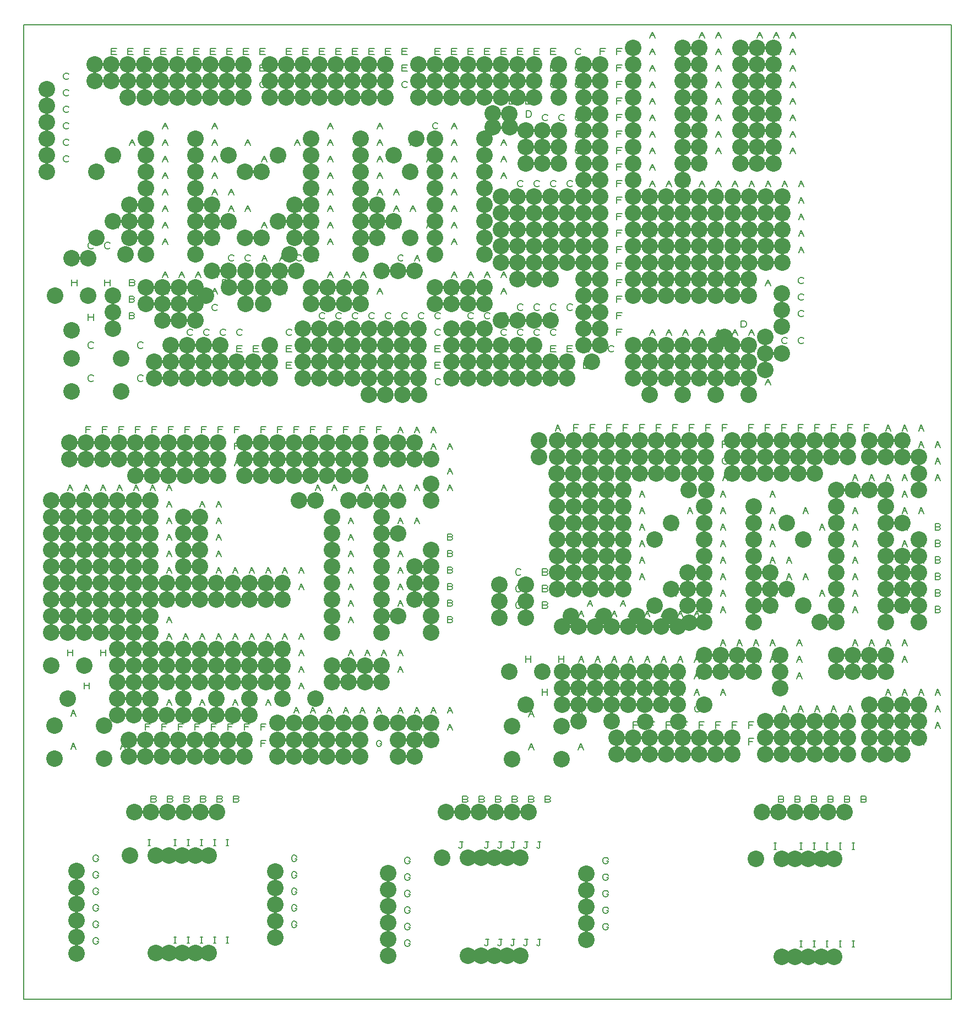
<source format=gbr>
%FSLAX35Y35*%
%MOIN*%
G04 EasyPC Gerber Version 18.0.8 Build 3632 *
%ADD11C,0.00500*%
%ADD75C,0.10000*%
X0Y0D02*
D02*
D11*
X27567Y507828D02*
X27254Y507515D01*
X26629Y507202*
X25692*
X25067Y507515*
X24754Y507828*
X24442Y508452*
Y509702*
X24754Y510328*
X25067Y510640*
X25692Y510952*
X26629*
X27254Y510640*
X27567Y510328*
Y517828D02*
X27254Y517515D01*
X26629Y517202*
X25692*
X25067Y517515*
X24754Y517828*
X24442Y518452*
Y519702*
X24754Y520328*
X25067Y520640*
X25692Y520952*
X26629*
X27254Y520640*
X27567Y520328*
Y527828D02*
X27254Y527515D01*
X26629Y527202*
X25692*
X25067Y527515*
X24754Y527828*
X24442Y528452*
Y529702*
X24754Y530328*
X25067Y530640*
X25692Y530952*
X26629*
X27254Y530640*
X27567Y530328*
Y537828D02*
X27254Y537515D01*
X26629Y537202*
X25692*
X25067Y537515*
X24754Y537828*
X24442Y538452*
Y539702*
X24754Y540328*
X25067Y540640*
X25692Y540952*
X26629*
X27254Y540640*
X27567Y540328*
Y547828D02*
X27254Y547515D01*
X26629Y547202*
X25692*
X25067Y547515*
X24754Y547828*
X24442Y548452*
Y549702*
X24754Y550328*
X25067Y550640*
X25692Y550952*
X26629*
X27254Y550640*
X27567Y550328*
Y557828D02*
X27254Y557515D01*
X26629Y557202*
X25692*
X25067Y557515*
X24754Y557828*
X24442Y558452*
Y559702*
X24754Y560328*
X25067Y560640*
X25692Y560952*
X26629*
X27254Y560640*
X27567Y560328*
X26850Y208201D02*
Y211951D01*
Y210076D02*
X29975D01*
Y208201D02*
Y211951D01*
X26850Y228201D02*
X28412Y231951D01*
X29975Y228201*
X27475Y229763D02*
X29350D01*
X26850Y238201D02*
X28412Y241951D01*
X29975Y238201*
X27475Y239763D02*
X29350D01*
X26850Y248201D02*
X28412Y251951D01*
X29975Y248201*
X27475Y249763D02*
X29350D01*
X26850Y258201D02*
X28412Y261951D01*
X29975Y258201*
X27475Y259763D02*
X29350D01*
X26850Y268201D02*
X28412Y271951D01*
X29975Y268201*
X27475Y269763D02*
X29350D01*
X26850Y278201D02*
X28412Y281951D01*
X29975Y278201*
X27475Y279763D02*
X29350D01*
X26850Y288201D02*
X28412Y291951D01*
X29975Y288201*
X27475Y289763D02*
X29350D01*
X26850Y298201D02*
X28412Y301951D01*
X29975Y298201*
X27475Y299763D02*
X29350D01*
X26850Y308201D02*
X28412Y311951D01*
X29975Y308201*
X27475Y309763D02*
X29350D01*
X28850Y151701D02*
X30412Y155451D01*
X31975Y151701*
X29475Y153263D02*
X31350D01*
X28850Y171701D02*
X30412Y175451D01*
X31975Y171701*
X29475Y173263D02*
X31350D01*
X29442Y432202D02*
Y435952D01*
Y434078D02*
X32567D01*
Y432202D02*
Y435952D01*
X36850Y188201D02*
Y191951D01*
Y190076D02*
X39975D01*
Y188201D02*
Y191951D01*
X36850Y228201D02*
X38412Y231951D01*
X39975Y228201*
X37475Y229763D02*
X39350D01*
X36850Y238201D02*
X38412Y241951D01*
X39975Y238201*
X37475Y239763D02*
X39350D01*
X36850Y248201D02*
X38412Y251951D01*
X39975Y248201*
X37475Y249763D02*
X39350D01*
X36850Y258201D02*
X38412Y261951D01*
X39975Y258201*
X37475Y259763D02*
X39350D01*
X36850Y268201D02*
X38412Y271951D01*
X39975Y268201*
X37475Y269763D02*
X39350D01*
X36850Y278201D02*
X38412Y281951D01*
X39975Y278201*
X37475Y279763D02*
X39350D01*
X36850Y288201D02*
X38412Y291951D01*
X39975Y288201*
X37475Y289763D02*
X39350D01*
X36850Y298201D02*
X38412Y301951D01*
X39975Y298201*
X37475Y299763D02*
X39350D01*
X36850Y308201D02*
X38412Y311951D01*
X39975Y308201*
X37475Y309763D02*
X39350D01*
X37850Y333201D02*
Y336951D01*
X40975*
X40350Y335076D02*
X37850D01*
Y343201D02*
Y346951D01*
X40975*
X40350Y345076D02*
X37850D01*
X42567Y374950D02*
X42254Y374637D01*
X41629Y374324*
X40692*
X40067Y374637*
X39754Y374950*
X39442Y375574*
Y376824*
X39754Y377450*
X40067Y377762*
X40692Y378074*
X41629*
X42254Y377762*
X42567Y377450*
Y394950D02*
X42254Y394637D01*
X41629Y394324*
X40692*
X40067Y394637*
X39754Y394950*
X39442Y395574*
Y396824*
X39754Y397450*
X40067Y397762*
X40692Y398074*
X41629*
X42254Y397762*
X42567Y397450*
X39442Y411324D02*
Y415074D01*
Y413200D02*
X42567D01*
Y411324D02*
Y415074D01*
Y455328D02*
X42254Y455015D01*
X41629Y454702*
X40692*
X40067Y455015*
X39754Y455328*
X39442Y455952*
Y457202*
X39754Y457828*
X40067Y458140*
X40692Y458452*
X41629*
X42254Y458140*
X42567Y457828*
X44593Y35273D02*
X45531D01*
Y34960*
X45218Y34335*
X44906Y34023*
X44281Y33710*
X43656*
X43031Y34023*
X42718Y34335*
X42406Y34960*
Y36210*
X42718Y36835*
X43031Y37148*
X43656Y37460*
X44281*
X44906Y37148*
X45218Y36835*
X45531Y36210*
X44593Y45273D02*
X45531D01*
Y44960*
X45218Y44335*
X44906Y44023*
X44281Y43710*
X43656*
X43031Y44023*
X42718Y44335*
X42406Y44960*
Y46210*
X42718Y46835*
X43031Y47148*
X43656Y47460*
X44281*
X44906Y47148*
X45218Y46835*
X45531Y46210*
X44593Y55273D02*
X45531D01*
Y54960*
X45218Y54335*
X44906Y54023*
X44281Y53710*
X43656*
X43031Y54023*
X42718Y54335*
X42406Y54960*
Y56210*
X42718Y56835*
X43031Y57148*
X43656Y57460*
X44281*
X44906Y57148*
X45218Y56835*
X45531Y56210*
X44593Y65273D02*
X45531D01*
Y64960*
X45218Y64335*
X44906Y64023*
X44281Y63710*
X43656*
X43031Y64023*
X42718Y64335*
X42406Y64960*
Y66210*
X42718Y66835*
X43031Y67148*
X43656Y67460*
X44281*
X44906Y67148*
X45218Y66835*
X45531Y66210*
X44593Y75273D02*
X45531D01*
Y74960*
X45218Y74335*
X44906Y74023*
X44281Y73710*
X43656*
X43031Y74023*
X42718Y74335*
X42406Y74960*
Y76210*
X42718Y76835*
X43031Y77148*
X43656Y77460*
X44281*
X44906Y77148*
X45218Y76835*
X45531Y76210*
X44593Y85273D02*
X45531D01*
Y84960*
X45218Y84335*
X44906Y84023*
X44281Y83710*
X43656*
X43031Y84023*
X42718Y84335*
X42406Y84960*
Y86210*
X42718Y86835*
X43031Y87148*
X43656Y87460*
X44281*
X44906Y87148*
X45218Y86835*
X45531Y86210*
X46850Y208201D02*
Y211951D01*
Y210076D02*
X49975D01*
Y208201D02*
Y211951D01*
X46850Y228201D02*
X48412Y231951D01*
X49975Y228201*
X47475Y229763D02*
X49350D01*
X46850Y238201D02*
X48412Y241951D01*
X49975Y238201*
X47475Y239763D02*
X49350D01*
X46850Y248201D02*
X48412Y251951D01*
X49975Y248201*
X47475Y249763D02*
X49350D01*
X46850Y258201D02*
X48412Y261951D01*
X49975Y258201*
X47475Y259763D02*
X49350D01*
X46850Y268201D02*
X48412Y271951D01*
X49975Y268201*
X47475Y269763D02*
X49350D01*
X46850Y278201D02*
X48412Y281951D01*
X49975Y278201*
X47475Y279763D02*
X49350D01*
X46850Y288201D02*
X48412Y291951D01*
X49975Y288201*
X47475Y289763D02*
X49350D01*
X46850Y298201D02*
X48412Y301951D01*
X49975Y298201*
X47475Y299763D02*
X49350D01*
X46850Y308201D02*
X48412Y311951D01*
X49975Y308201*
X47475Y309763D02*
X49350D01*
X47850Y333201D02*
Y336951D01*
X50975*
X50350Y335076D02*
X47850D01*
Y343201D02*
Y346951D01*
X50975*
X50350Y345076D02*
X47850D01*
X49442Y432202D02*
Y435952D01*
Y434078D02*
X52567D01*
Y432202D02*
Y435952D01*
Y455328D02*
X52254Y455015D01*
X51629Y454702*
X50692*
X50067Y455015*
X49754Y455328*
X49442Y455952*
Y457202*
X49754Y457828*
X50067Y458140*
X50692Y458452*
X51629*
X52254Y458140*
X52567Y457828*
X53442Y562202D02*
Y565952D01*
X56567*
X55942Y564078D02*
X53442D01*
Y562202D02*
X56567D01*
X53442Y572202D02*
Y575952D01*
X56567*
X55942Y574078D02*
X53442D01*
Y572202D02*
X56567D01*
X54442Y467202D02*
X56004Y470952D01*
X57567Y467202*
X55067Y468765D02*
X56942D01*
X54442Y507202D02*
X56004Y510952D01*
X57567Y507202*
X55067Y508765D02*
X56942D01*
X56850Y228201D02*
X58412Y231951D01*
X59975Y228201*
X57475Y229763D02*
X59350D01*
X56850Y238201D02*
X58412Y241951D01*
X59975Y238201*
X57475Y239763D02*
X59350D01*
X56850Y248201D02*
X58412Y251951D01*
X59975Y248201*
X57475Y249763D02*
X59350D01*
X56850Y258201D02*
X58412Y261951D01*
X59975Y258201*
X57475Y259763D02*
X59350D01*
X56850Y268201D02*
X58412Y271951D01*
X59975Y268201*
X57475Y269763D02*
X59350D01*
X56850Y278201D02*
X58412Y281951D01*
X59975Y278201*
X57475Y279763D02*
X59350D01*
X56850Y288201D02*
X58412Y291951D01*
X59975Y288201*
X57475Y289763D02*
X59350D01*
X56850Y298201D02*
X58412Y301951D01*
X59975Y298201*
X57475Y299763D02*
X59350D01*
X56850Y308201D02*
X58412Y311951D01*
X59975Y308201*
X57475Y309763D02*
X59350D01*
X57850Y333201D02*
Y336951D01*
X60975*
X60350Y335076D02*
X57850D01*
Y343201D02*
Y346951D01*
X60975*
X60350Y345076D02*
X57850D01*
X58850Y151701D02*
X60412Y155451D01*
X61975Y151701*
X59475Y153263D02*
X61350D01*
X58850Y171701D02*
X60412Y175451D01*
X61975Y171701*
X59475Y173263D02*
X61350D01*
X63442Y562202D02*
Y565952D01*
X66567*
X65942Y564078D02*
X63442D01*
Y562202D02*
X66567D01*
X63442Y572202D02*
Y575952D01*
X66567*
X65942Y574078D02*
X63442D01*
Y572202D02*
X66567D01*
X66380Y414078D02*
X67005Y413765D01*
X67317Y413140*
X67005Y412515*
X66380Y412202*
X64192*
Y415952*
X66380*
X67005Y415640*
X67317Y415015*
X67005Y414390*
X66380Y414078*
X64192*
X66380Y424078D02*
X67005Y423765D01*
X67317Y423140*
X67005Y422515*
X66380Y422202*
X64192*
Y425952*
X66380*
X67005Y425640*
X67317Y425015*
X67005Y424390*
X66380Y424078*
X64192*
X66629Y434078D02*
X67254Y433765D01*
X67567Y433140*
X67254Y432515*
X66629Y432202*
X64442*
Y435952*
X66629*
X67254Y435640*
X67567Y435015*
X67254Y434390*
X66629Y434078*
X64442*
Y477202D02*
X66004Y480952D01*
X67567Y477202*
X65067Y478765D02*
X66942D01*
X64442Y517202D02*
X66004Y520952D01*
X67567Y517202*
X65067Y518765D02*
X66942D01*
X66850Y178201D02*
X68412Y181951D01*
X69975Y178201*
X67475Y179763D02*
X69350D01*
X66850Y188201D02*
X68412Y191951D01*
X69975Y188201*
X67475Y189763D02*
X69350D01*
X66850Y198201D02*
X68412Y201951D01*
X69975Y198201*
X67475Y199763D02*
X69350D01*
X66850Y208201D02*
X68412Y211951D01*
X69975Y208201*
X67475Y209763D02*
X69350D01*
X66850Y218201D02*
X68412Y221951D01*
X69975Y218201*
X67475Y219763D02*
X69350D01*
X66850Y228201D02*
X68412Y231951D01*
X69975Y228201*
X67475Y229763D02*
X69350D01*
X66850Y238201D02*
X68412Y241951D01*
X69975Y238201*
X67475Y239763D02*
X69350D01*
X66850Y248201D02*
X68412Y251951D01*
X69975Y248201*
X67475Y249763D02*
X69350D01*
X66850Y258201D02*
X68412Y261951D01*
X69975Y258201*
X67475Y259763D02*
X69350D01*
X66850Y268201D02*
X68412Y271951D01*
X69975Y268201*
X67475Y269763D02*
X69350D01*
X66850Y278201D02*
X68412Y281951D01*
X69975Y278201*
X67475Y279763D02*
X69350D01*
X66850Y288201D02*
X68412Y291951D01*
X69975Y288201*
X67475Y289763D02*
X69350D01*
X66850Y298201D02*
X68412Y301951D01*
X69975Y298201*
X67475Y299763D02*
X69350D01*
X66850Y308201D02*
X68412Y311951D01*
X69975Y308201*
X67475Y309763D02*
X69350D01*
X67850Y333201D02*
Y336951D01*
X70975*
X70350Y335076D02*
X67850D01*
Y343201D02*
Y346951D01*
X70975*
X70350Y345076D02*
X67850D01*
X72567Y374950D02*
X72254Y374637D01*
X71629Y374324*
X70692*
X70067Y374637*
X69754Y374950*
X69442Y375574*
Y376824*
X69754Y377450*
X70067Y377762*
X70692Y378074*
X71629*
X72254Y377762*
X72567Y377450*
Y394950D02*
X72254Y394637D01*
X71629Y394324*
X70692*
X70067Y394637*
X69754Y394950*
X69442Y395574*
Y396824*
X69754Y397450*
X70067Y397762*
X70692Y398074*
X71629*
X72254Y397762*
X72567Y397450*
X71942Y457202D02*
X73504Y460952D01*
X75067Y457202*
X72567Y458765D02*
X74442D01*
X76478Y552828D02*
X76166Y552515D01*
X75541Y552202*
X74603*
X73978Y552515*
X73666Y552828*
X73353Y553452*
Y554702*
X73666Y555328*
X73978Y555640*
X74603Y555952*
X75541*
X76166Y555640*
X76478Y555328*
X73442Y562202D02*
Y565952D01*
X76567*
X75942Y564078D02*
X73442D01*
Y562202D02*
X76567D01*
X73442Y572202D02*
Y575952D01*
X76567*
X75942Y574078D02*
X73442D01*
Y572202D02*
X76567D01*
X73850Y153201D02*
Y156951D01*
X76975*
X76350Y155076D02*
X73850D01*
Y163201D02*
Y166951D01*
X76975*
X76350Y165076D02*
X73850D01*
X74442Y467202D02*
X76004Y470952D01*
X77567Y467202*
X75067Y468765D02*
X76942D01*
X74442Y477202D02*
X76004Y480952D01*
X77567Y477202*
X75067Y478765D02*
X76942D01*
X74442Y487202D02*
X76004Y490952D01*
X77567Y487202*
X75067Y488765D02*
X76942D01*
X75641Y93300D02*
X76891D01*
X76267D02*
Y97050D01*
X75641D02*
X76891D01*
X76850Y178201D02*
X78412Y181951D01*
X79975Y178201*
X77475Y179763D02*
X79350D01*
X79037Y190076D02*
X79662Y189763D01*
X79975Y189139*
X79662Y188513*
X79037Y188201*
X76850*
Y191951*
X79037*
X79662Y191639*
X79975Y191013*
X79662Y190389*
X79037Y190076*
X76850*
X79037Y200076D02*
X79662Y199763D01*
X79975Y199139*
X79662Y198513*
X79037Y198201*
X76850*
Y201951*
X79037*
X79662Y201639*
X79975Y201013*
X79662Y200389*
X79037Y200076*
X76850*
X79037Y210076D02*
X79662Y209763D01*
X79975Y209139*
X79662Y208513*
X79037Y208201*
X76850*
Y211951*
X79037*
X79662Y211639*
X79975Y211013*
X79662Y210389*
X79037Y210076*
X76850*
Y218201D02*
X78412Y221951D01*
X79975Y218201*
X77475Y219763D02*
X79350D01*
X76850Y228201D02*
X78412Y231951D01*
X79975Y228201*
X77475Y229763D02*
X79350D01*
X76850Y238201D02*
X78412Y241951D01*
X79975Y238201*
X77475Y239763D02*
X79350D01*
X76850Y248201D02*
X78412Y251951D01*
X79975Y248201*
X77475Y249763D02*
X79350D01*
X76850Y258201D02*
X78412Y261951D01*
X79975Y258201*
X77475Y259763D02*
X79350D01*
X76850Y268201D02*
X78412Y271951D01*
X79975Y268201*
X77475Y269763D02*
X79350D01*
X76850Y278201D02*
X78412Y281951D01*
X79975Y278201*
X77475Y279763D02*
X79350D01*
X76850Y288201D02*
X78412Y291951D01*
X79975Y288201*
X77475Y289763D02*
X79350D01*
X76850Y298201D02*
X78412Y301951D01*
X79975Y298201*
X77475Y299763D02*
X79350D01*
X76850Y308201D02*
X78412Y311951D01*
X79975Y308201*
X77475Y309763D02*
X79350D01*
X79606Y121509D02*
X80231Y121196D01*
X80543Y120571*
X80231Y119946*
X79606Y119633*
X77418*
Y123383*
X79606*
X80231Y123071*
X80543Y122446*
X80231Y121821*
X79606Y121509*
X77418*
X77850Y323201D02*
X79412Y326951D01*
X80975Y323201*
X78475Y324763D02*
X80350D01*
X77850Y333201D02*
Y336951D01*
X80975*
X80350Y335076D02*
X77850D01*
Y343201D02*
Y346951D01*
X80975*
X80350Y345076D02*
X77850D01*
X83442Y562202D02*
Y565952D01*
X86567*
X85942Y564078D02*
X83442D01*
Y562202D02*
X86567D01*
X83442Y572202D02*
Y575952D01*
X86567*
X85942Y574078D02*
X83442D01*
Y572202D02*
X86567D01*
X86587Y552828D02*
X86275Y552515D01*
X85650Y552202*
X84712*
X84087Y552515*
X83775Y552828*
X83462Y553452*
Y554702*
X83775Y555328*
X84087Y555640*
X84712Y555952*
X85650*
X86275Y555640*
X86587Y555328*
X83850Y153201D02*
Y156951D01*
X86975*
X86350Y155076D02*
X83850D01*
Y163201D02*
Y166951D01*
X86975*
X86350Y165076D02*
X83850D01*
X84442Y427202D02*
X86004Y430952D01*
X87567Y427202*
X85067Y428765D02*
X86942D01*
X84442Y437202D02*
X86004Y440952D01*
X87567Y437202*
X85067Y438765D02*
X86942D01*
X84442Y457202D02*
X86004Y460952D01*
X87567Y457202*
X85067Y458765D02*
X86942D01*
X84442Y467202D02*
X86004Y470952D01*
X87567Y467202*
X85067Y468765D02*
X86942D01*
X84442Y477202D02*
X86004Y480952D01*
X87567Y477202*
X85067Y478765D02*
X86942D01*
X84442Y487202D02*
X86004Y490952D01*
X87567Y487202*
X85067Y488765D02*
X86942D01*
X84442Y497202D02*
X86004Y500952D01*
X87567Y497202*
X85067Y498765D02*
X86942D01*
X84442Y507202D02*
X86004Y510952D01*
X87567Y507202*
X85067Y508765D02*
X86942D01*
X84442Y517202D02*
X86004Y520952D01*
X87567Y517202*
X85067Y518765D02*
X86942D01*
X84442Y527202D02*
X86004Y530952D01*
X87567Y527202*
X85067Y528765D02*
X86942D01*
X86850Y178201D02*
X88412Y181951D01*
X89975Y178201*
X87475Y179763D02*
X89350D01*
X86850Y188201D02*
X88412Y191951D01*
X89975Y188201*
X87475Y189763D02*
X89350D01*
X86850Y198201D02*
X88412Y201951D01*
X89975Y198201*
X87475Y199763D02*
X89350D01*
X86850Y208201D02*
X88412Y211951D01*
X89975Y208201*
X87475Y209763D02*
X89350D01*
X86850Y218201D02*
X88412Y221951D01*
X89975Y218201*
X87475Y219763D02*
X89350D01*
X86850Y228201D02*
X88412Y231951D01*
X89975Y228201*
X87475Y229763D02*
X89350D01*
X86850Y238201D02*
X88412Y241951D01*
X89975Y238201*
X87475Y239763D02*
X89350D01*
X86850Y248201D02*
X88412Y251951D01*
X89975Y248201*
X87475Y249763D02*
X89350D01*
X86850Y258201D02*
X88412Y261951D01*
X89975Y258201*
X87475Y259763D02*
X89350D01*
X86850Y268201D02*
X88412Y271951D01*
X89975Y268201*
X87475Y269763D02*
X89350D01*
X86850Y278201D02*
X88412Y281951D01*
X89975Y278201*
X87475Y279763D02*
X89350D01*
X86850Y288201D02*
X88412Y291951D01*
X89975Y288201*
X87475Y289763D02*
X89350D01*
X86850Y298201D02*
X88412Y301951D01*
X89975Y298201*
X87475Y299763D02*
X89350D01*
X86850Y308201D02*
X88412Y311951D01*
X89975Y308201*
X87475Y309763D02*
X89350D01*
X89606Y121509D02*
X90231Y121196D01*
X90543Y120571*
X90231Y119946*
X89606Y119633*
X87418*
Y123383*
X89606*
X90231Y123071*
X90543Y122446*
X90231Y121821*
X89606Y121509*
X87418*
X87850Y323201D02*
X89412Y326951D01*
X90975Y323201*
X88475Y324763D02*
X90350D01*
X87850Y333201D02*
Y336951D01*
X90975*
X90350Y335076D02*
X87850D01*
Y343201D02*
Y346951D01*
X90975*
X90350Y345076D02*
X87850D01*
X89442Y382202D02*
Y385952D01*
X92567*
X91942Y384078D02*
X89442D01*
Y382202D02*
X92567D01*
X89442Y392202D02*
Y395952D01*
X92567*
X91942Y394078D02*
X89442D01*
Y392202D02*
X92567D01*
X91367Y34143D02*
X92617D01*
X91992D02*
Y37893D01*
X91367D02*
X92617D01*
X91367Y93300D02*
X92617D01*
X91992D02*
Y97050D01*
X91367D02*
X92617D01*
X93442Y562202D02*
Y565952D01*
X96567*
X95942Y564078D02*
X93442D01*
Y562202D02*
X96567D01*
X93442Y572202D02*
Y575952D01*
X96567*
X95942Y574078D02*
X93442D01*
Y572202D02*
X96567D01*
X96572Y552828D02*
X96259Y552515D01*
X95634Y552202*
X94696*
X94072Y552515*
X93759Y552828*
X93446Y553452*
Y554702*
X93759Y555328*
X94072Y555640*
X94696Y555952*
X95634*
X96259Y555640*
X96572Y555328*
X93850Y153201D02*
Y156951D01*
X96975*
X96350Y155076D02*
X93850D01*
Y163201D02*
Y166951D01*
X96975*
X96350Y165076D02*
X93850D01*
X97567Y417828D02*
X97254Y417515D01*
X96629Y417202*
X95692*
X95067Y417515*
X94754Y417828*
X94442Y418452*
Y419702*
X94754Y420328*
X95067Y420640*
X95692Y420952*
X96629*
X97254Y420640*
X97567Y420328*
X94442Y427202D02*
X96004Y430952D01*
X97567Y427202*
X95067Y428765D02*
X96942D01*
X94442Y437202D02*
X96004Y440952D01*
X97567Y437202*
X95067Y438765D02*
X96942D01*
X96850Y178201D02*
X98412Y181951D01*
X99975Y178201*
X97475Y179763D02*
X99350D01*
X96850Y198201D02*
X98412Y201951D01*
X99975Y198201*
X97475Y199763D02*
X99350D01*
X96850Y208201D02*
X98412Y211951D01*
X99975Y208201*
X97475Y209763D02*
X99350D01*
X96850Y218201D02*
X98412Y221951D01*
X99975Y218201*
X97475Y219763D02*
X99350D01*
X96850Y248201D02*
X98412Y251951D01*
X99975Y248201*
X97475Y249763D02*
X99350D01*
X96850Y258201D02*
X98412Y261951D01*
X99975Y258201*
X97475Y259763D02*
X99350D01*
X99606Y121509D02*
X100231Y121196D01*
X100543Y120571*
X100231Y119946*
X99606Y119633*
X97418*
Y123383*
X99606*
X100231Y123071*
X100543Y122446*
X100231Y121821*
X99606Y121509*
X97418*
X97850Y323201D02*
X99412Y326951D01*
X100975Y323201*
X98475Y324763D02*
X100350D01*
X97850Y333201D02*
Y336951D01*
X100975*
X100350Y335076D02*
X97850D01*
Y343201D02*
Y346951D01*
X100975*
X100350Y345076D02*
X97850D01*
X99354Y34143D02*
X100604D01*
X99979D02*
Y37893D01*
X99354D02*
X100604D01*
X99354Y93300D02*
X100604D01*
X99979D02*
Y97050D01*
X99354D02*
X100604D01*
X99442Y382202D02*
Y385952D01*
X102567*
X101942Y384078D02*
X99442D01*
Y382202D02*
X102567D01*
X99442Y392202D02*
Y395952D01*
X102567*
X101942Y394078D02*
X99442D01*
Y392202D02*
X102567D01*
Y402828D02*
X102254Y402515D01*
X101629Y402202*
X100692*
X100067Y402515*
X99754Y402828*
X99442Y403452*
Y404702*
X99754Y405328*
X100067Y405640*
X100692Y405952*
X101629*
X102254Y405640*
X102567Y405328*
X106431Y552828D02*
X106119Y552515D01*
X105493Y552202*
X104556*
X103931Y552515*
X103619Y552828*
X103306Y553452*
Y554702*
X103619Y555328*
X103931Y555640*
X104556Y555952*
X105493*
X106119Y555640*
X106431Y555328*
X103442Y562202D02*
Y565952D01*
X106567*
X105942Y564078D02*
X103442D01*
Y562202D02*
X106567D01*
X103442Y572202D02*
Y575952D01*
X106567*
X105942Y574078D02*
X103442D01*
Y572202D02*
X106567D01*
X103850Y153201D02*
Y156951D01*
X106975*
X106350Y155076D02*
X103850D01*
Y163201D02*
Y166951D01*
X106975*
X106350Y165076D02*
X103850D01*
X107567Y417828D02*
X107254Y417515D01*
X106629Y417202*
X105692*
X105067Y417515*
X104754Y417828*
X104442Y418452*
Y419702*
X104754Y420328*
X105067Y420640*
X105692Y420952*
X106629*
X107254Y420640*
X107567Y420328*
X104442Y427202D02*
X106004Y430952D01*
X107567Y427202*
X105067Y428765D02*
X106942D01*
X104442Y437202D02*
X106004Y440952D01*
X107567Y437202*
X105067Y438765D02*
X106942D01*
X107217Y34143D02*
X108467D01*
X107842D02*
Y37893D01*
X107217D02*
X108467D01*
X107217Y93300D02*
X108467D01*
X107842D02*
Y97050D01*
X107217D02*
X108467D01*
X106850Y178201D02*
X108412Y181951D01*
X109975Y178201*
X107475Y179763D02*
X109350D01*
X106850Y188201D02*
X108412Y191951D01*
X109975Y188201*
X107475Y189763D02*
X109350D01*
X106850Y198201D02*
X108412Y201951D01*
X109975Y198201*
X107475Y199763D02*
X109350D01*
X106850Y208201D02*
X108412Y211951D01*
X109975Y208201*
X107475Y209763D02*
X109350D01*
X106850Y218201D02*
X108412Y221951D01*
X109975Y218201*
X107475Y219763D02*
X109350D01*
X106850Y248201D02*
X108412Y251951D01*
X109975Y248201*
X107475Y249763D02*
X109350D01*
X106850Y258201D02*
X108412Y261951D01*
X109975Y258201*
X107475Y259763D02*
X109350D01*
X106850Y268201D02*
X108412Y271951D01*
X109975Y268201*
X107475Y269763D02*
X109350D01*
X106850Y278201D02*
X108412Y281951D01*
X109975Y278201*
X107475Y279763D02*
X109350D01*
X106850Y288201D02*
X108412Y291951D01*
X109975Y288201*
X107475Y289763D02*
X109350D01*
X106850Y298201D02*
X108412Y301951D01*
X109975Y298201*
X107475Y299763D02*
X109350D01*
X109606Y121509D02*
X110231Y121196D01*
X110543Y120571*
X110231Y119946*
X109606Y119633*
X107418*
Y123383*
X109606*
X110231Y123071*
X110543Y122446*
X110231Y121821*
X109606Y121509*
X107418*
X107850Y323201D02*
X109412Y326951D01*
X110975Y323201*
X108475Y324763D02*
X110350D01*
X107850Y333201D02*
Y336951D01*
X110975*
X110350Y335076D02*
X107850D01*
Y343201D02*
Y346951D01*
X110975*
X110350Y345076D02*
X107850D01*
X109442Y382202D02*
Y385952D01*
X112567*
X111942Y384078D02*
X109442D01*
Y382202D02*
X112567D01*
X109442Y392202D02*
Y395952D01*
X112567*
X111942Y394078D02*
X109442D01*
Y392202D02*
X112567D01*
Y402828D02*
X112254Y402515D01*
X111629Y402202*
X110692*
X110067Y402515*
X109754Y402828*
X109442Y403452*
Y404702*
X109754Y405328*
X110067Y405640*
X110692Y405952*
X111629*
X112254Y405640*
X112567Y405328*
X116540Y552828D02*
X116228Y552515D01*
X115602Y552202*
X114665*
X114040Y552515*
X113728Y552828*
X113415Y553452*
Y554702*
X113728Y555328*
X114040Y555640*
X114665Y555952*
X115602*
X116228Y555640*
X116540Y555328*
X113442Y562202D02*
Y565952D01*
X116567*
X115942Y564078D02*
X113442D01*
Y562202D02*
X116567D01*
X113442Y572202D02*
Y575952D01*
X116567*
X115942Y574078D02*
X113442D01*
Y572202D02*
X116567D01*
X113850Y153201D02*
Y156951D01*
X116975*
X116350Y155076D02*
X113850D01*
Y163201D02*
Y166951D01*
X116975*
X116350Y165076D02*
X113850D01*
X115204Y34143D02*
X116454D01*
X115829D02*
Y37893D01*
X115204D02*
X116454D01*
X115204Y93300D02*
X116454D01*
X115829D02*
Y97050D01*
X115204D02*
X116454D01*
X117567Y417828D02*
X117254Y417515D01*
X116629Y417202*
X115692*
X115067Y417515*
X114754Y417828*
X114442Y418452*
Y419702*
X114754Y420328*
X115067Y420640*
X115692Y420952*
X116629*
X117254Y420640*
X117567Y420328*
X114442Y427202D02*
X116004Y430952D01*
X117567Y427202*
X115067Y428765D02*
X116942D01*
X114442Y437202D02*
X116004Y440952D01*
X117567Y437202*
X115067Y438765D02*
X116942D01*
X114442Y457202D02*
X116004Y460952D01*
X117567Y457202*
X115067Y458765D02*
X116942D01*
X114442Y467202D02*
X116004Y470952D01*
X117567Y467202*
X115067Y468765D02*
X116942D01*
X114442Y477202D02*
X116004Y480952D01*
X117567Y477202*
X115067Y478765D02*
X116942D01*
X114442Y487202D02*
X116004Y490952D01*
X117567Y487202*
X115067Y488765D02*
X116942D01*
X114442Y497202D02*
X116004Y500952D01*
X117567Y497202*
X115067Y498765D02*
X116942D01*
X114442Y507202D02*
X116004Y510952D01*
X117567Y507202*
X115067Y508765D02*
X116942D01*
X114442Y517202D02*
X116004Y520952D01*
X117567Y517202*
X115067Y518765D02*
X116942D01*
X114442Y527202D02*
X116004Y530952D01*
X117567Y527202*
X115067Y528765D02*
X116942D01*
X116850Y178201D02*
X118412Y181951D01*
X119975Y178201*
X117475Y179763D02*
X119350D01*
X116850Y198201D02*
X118412Y201951D01*
X119975Y198201*
X117475Y199763D02*
X119350D01*
X116850Y208201D02*
X118412Y211951D01*
X119975Y208201*
X117475Y209763D02*
X119350D01*
X116850Y218201D02*
X118412Y221951D01*
X119975Y218201*
X117475Y219763D02*
X119350D01*
X116850Y248201D02*
X118412Y251951D01*
X119975Y248201*
X117475Y249763D02*
X119350D01*
X116850Y258201D02*
X118412Y261951D01*
X119975Y258201*
X117475Y259763D02*
X119350D01*
X116850Y268201D02*
X118412Y271951D01*
X119975Y268201*
X117475Y269763D02*
X119350D01*
X116850Y278201D02*
X118412Y281951D01*
X119975Y278201*
X117475Y279763D02*
X119350D01*
X116850Y288201D02*
X118412Y291951D01*
X119975Y288201*
X117475Y289763D02*
X119350D01*
X116850Y298201D02*
X118412Y301951D01*
X119975Y298201*
X117475Y299763D02*
X119350D01*
X119606Y121509D02*
X120231Y121196D01*
X120543Y120571*
X120231Y119946*
X119606Y119633*
X117418*
Y123383*
X119606*
X120231Y123071*
X120543Y122446*
X120231Y121821*
X119606Y121509*
X117418*
X117850Y323201D02*
X119412Y326951D01*
X120975Y323201*
X118475Y324763D02*
X120350D01*
X117850Y333201D02*
Y336951D01*
X120975*
X120350Y335076D02*
X117850D01*
Y343201D02*
Y346951D01*
X120975*
X120350Y345076D02*
X117850D01*
X119442Y382202D02*
Y385952D01*
X122567*
X121942Y384078D02*
X119442D01*
Y382202D02*
X122567D01*
X119442Y392202D02*
Y395952D01*
X122567*
X121942Y394078D02*
X119442D01*
Y392202D02*
X122567D01*
Y402828D02*
X122254Y402515D01*
X121629Y402202*
X120692*
X120067Y402515*
X119754Y402828*
X119442Y403452*
Y404702*
X119754Y405328*
X120067Y405640*
X120692Y405952*
X121629*
X122254Y405640*
X122567Y405328*
X120692Y432202D02*
Y435952D01*
X122567*
X123192Y435640*
X123504Y435328*
X123817Y434702*
Y433452*
X123504Y432828*
X123192Y432515*
X122567Y432202*
X120692*
X123067Y34143D02*
X124317D01*
X123692D02*
Y37893D01*
X123067D02*
X124317D01*
X123067Y93300D02*
X124317D01*
X123692D02*
Y97050D01*
X123067D02*
X124317D01*
X126524Y552828D02*
X126212Y552515D01*
X125587Y552202*
X124649*
X124024Y552515*
X123712Y552828*
X123399Y553452*
Y554702*
X123712Y555328*
X124024Y555640*
X124649Y555952*
X125587*
X126212Y555640*
X126524Y555328*
X123442Y562202D02*
Y565952D01*
X126567*
X125942Y564078D02*
X123442D01*
Y562202D02*
X126567D01*
X123442Y572202D02*
Y575952D01*
X126567*
X125942Y574078D02*
X123442D01*
Y572202D02*
X126567D01*
X123850Y153201D02*
Y156951D01*
X126975*
X126350Y155076D02*
X123850D01*
Y163201D02*
Y166951D01*
X126975*
X126350Y165076D02*
X123850D01*
X127567Y447828D02*
X127254Y447515D01*
X126629Y447202*
X125692*
X125067Y447515*
X124754Y447828*
X124442Y448452*
Y449702*
X124754Y450328*
X125067Y450640*
X125692Y450952*
X126629*
X127254Y450640*
X127567Y450328*
X124442Y467202D02*
X126004Y470952D01*
X127567Y467202*
X125067Y468765D02*
X126942D01*
X124442Y477202D02*
X126004Y480952D01*
X127567Y477202*
X125067Y478765D02*
X126942D01*
X124442Y487202D02*
X126004Y490952D01*
X127567Y487202*
X125067Y488765D02*
X126942D01*
X126850Y178201D02*
X128412Y181951D01*
X129975Y178201*
X127475Y179763D02*
X129350D01*
X126850Y188201D02*
X128412Y191951D01*
X129975Y188201*
X127475Y189763D02*
X129350D01*
X126850Y198201D02*
X128412Y201951D01*
X129975Y198201*
X127475Y199763D02*
X129350D01*
X126850Y208201D02*
X128412Y211951D01*
X129975Y208201*
X127475Y209763D02*
X129350D01*
X126850Y218201D02*
X128412Y221951D01*
X129975Y218201*
X127475Y219763D02*
X129350D01*
X126850Y248201D02*
X128412Y251951D01*
X129975Y248201*
X127475Y249763D02*
X129350D01*
X126850Y258201D02*
X128412Y261951D01*
X129975Y258201*
X127475Y259763D02*
X129350D01*
X129606Y121509D02*
X130231Y121196D01*
X130543Y120571*
X130231Y119946*
X129606Y119633*
X127418*
Y123383*
X129606*
X130231Y123071*
X130543Y122446*
X130231Y121821*
X129606Y121509*
X127418*
X127850Y323201D02*
X129412Y326951D01*
X130975Y323201*
X128475Y324763D02*
X130350D01*
X127850Y333201D02*
Y336951D01*
X130975*
X130350Y335076D02*
X127850D01*
Y343201D02*
Y346951D01*
X130975*
X130350Y345076D02*
X127850D01*
X129442Y382202D02*
Y385952D01*
X132567*
X131942Y384078D02*
X129442D01*
Y382202D02*
X132567D01*
X129442Y392202D02*
Y395952D01*
X132567*
X131942Y394078D02*
X129442D01*
Y392202D02*
X132567D01*
Y402828D02*
X132254Y402515D01*
X131629Y402202*
X130692*
X130067Y402515*
X129754Y402828*
X129442Y403452*
Y404702*
X129754Y405328*
X130067Y405640*
X130692Y405952*
X131629*
X132254Y405640*
X132567Y405328*
X136509Y552828D02*
X136196Y552515D01*
X135571Y552202*
X134633*
X134009Y552515*
X133696Y552828*
X133383Y553452*
Y554702*
X133696Y555328*
X134009Y555640*
X134633Y555952*
X135571*
X136196Y555640*
X136509Y555328*
X133442Y562202D02*
Y565952D01*
X136567*
X135942Y564078D02*
X133442D01*
Y562202D02*
X136567D01*
X133442Y572202D02*
Y575952D01*
X136567*
X135942Y574078D02*
X133442D01*
Y572202D02*
X136567D01*
X133850Y153201D02*
Y156951D01*
X136975*
X136350Y155076D02*
X133850D01*
Y163201D02*
Y166951D01*
X136975*
X136350Y165076D02*
X133850D01*
X137567Y447828D02*
X137254Y447515D01*
X136629Y447202*
X135692*
X135067Y447515*
X134754Y447828*
X134442Y448452*
Y449702*
X134754Y450328*
X135067Y450640*
X135692Y450952*
X136629*
X137254Y450640*
X137567Y450328*
X134442Y477202D02*
X136004Y480952D01*
X137567Y477202*
X135067Y478765D02*
X136942D01*
X134442Y517202D02*
X136004Y520952D01*
X137567Y517202*
X135067Y518765D02*
X136942D01*
X137632Y437909D02*
X137319Y437597D01*
X136694Y437284*
X135757*
X135132Y437597*
X134819Y437909*
X134507Y438534*
Y439784*
X134819Y440409*
X135132Y440722*
X135757Y441034*
X136694*
X137319Y440722*
X137632Y440409*
X136850Y178201D02*
X138412Y181951D01*
X139975Y178201*
X137475Y179763D02*
X139350D01*
X136850Y198201D02*
X138412Y201951D01*
X139975Y198201*
X137475Y199763D02*
X139350D01*
X136850Y208201D02*
X138412Y211951D01*
X139975Y208201*
X137475Y209763D02*
X139350D01*
X136850Y218201D02*
X138412Y221951D01*
X139975Y218201*
X137475Y219763D02*
X139350D01*
X136850Y248201D02*
X138412Y251951D01*
X139975Y248201*
X137475Y249763D02*
X139350D01*
X136850Y258201D02*
X138412Y261951D01*
X139975Y258201*
X137475Y259763D02*
X139350D01*
X139442Y382202D02*
Y385952D01*
X142567*
X141942Y384078D02*
X139442D01*
Y382202D02*
X142567D01*
X139442Y392202D02*
Y395952D01*
X142567*
X141942Y394078D02*
X139442D01*
Y392202D02*
X142567D01*
X146493Y552828D02*
X146180Y552515D01*
X145555Y552202*
X144618*
X143993Y552515*
X143680Y552828*
X143368Y553452*
Y554702*
X143680Y555328*
X143993Y555640*
X144618Y555952*
X145555*
X146180Y555640*
X146493Y555328*
X143442Y562202D02*
Y565952D01*
X146567*
X145942Y564078D02*
X143442D01*
Y562202D02*
X146567D01*
X143442Y572202D02*
Y575952D01*
X146567*
X145942Y574078D02*
X143442D01*
Y572202D02*
X146567D01*
X143850Y153201D02*
Y156951D01*
X146975*
X146350Y155076D02*
X143850D01*
Y163201D02*
Y166951D01*
X146975*
X146350Y165076D02*
X143850D01*
Y323201D02*
X145412Y326951D01*
X146975Y323201*
X144475Y324763D02*
X146350D01*
X143850Y333201D02*
Y336951D01*
X146975*
X146350Y335076D02*
X143850D01*
Y343201D02*
Y346951D01*
X146975*
X146350Y345076D02*
X143850D01*
X144442Y467202D02*
X146004Y470952D01*
X147567Y467202*
X145067Y468765D02*
X146942D01*
X144442Y507202D02*
X146004Y510952D01*
X147567Y507202*
X145067Y508765D02*
X146942D01*
X144491Y427144D02*
X146054Y430894D01*
X147616Y427144*
X145116Y428706D02*
X146991D01*
X144491Y437144D02*
X146054Y440894D01*
X147616Y437144*
X145116Y438706D02*
X146991D01*
X144491Y447144D02*
X146054Y450894D01*
X147616Y447144*
X145116Y448706D02*
X146991D01*
X146850Y178201D02*
X148412Y181951D01*
X149975Y178201*
X147475Y179763D02*
X149350D01*
X146850Y188201D02*
X148412Y191951D01*
X149975Y188201*
X147475Y189763D02*
X149350D01*
X146850Y198201D02*
X148412Y201951D01*
X149975Y198201*
X147475Y199763D02*
X149350D01*
X146850Y208201D02*
X148412Y211951D01*
X149975Y208201*
X147475Y209763D02*
X149350D01*
X146850Y218201D02*
X148412Y221951D01*
X149975Y218201*
X147475Y219763D02*
X149350D01*
X146850Y248201D02*
X148412Y251951D01*
X149975Y248201*
X147475Y249763D02*
X149350D01*
X146850Y258201D02*
X148412Y261951D01*
X149975Y258201*
X147475Y259763D02*
X149350D01*
X149442Y382202D02*
Y385952D01*
X152567*
X151942Y384078D02*
X149442D01*
Y382202D02*
X152567D01*
X149442Y392202D02*
Y395952D01*
X152567*
X151942Y394078D02*
X149442D01*
Y392202D02*
X152567D01*
X153850Y323201D02*
X155412Y326951D01*
X156975Y323201*
X154475Y324763D02*
X156350D01*
X153850Y333201D02*
Y336951D01*
X156975*
X156350Y335076D02*
X153850D01*
Y343201D02*
Y346951D01*
X156975*
X156350Y345076D02*
X153850D01*
X154442Y467202D02*
X156004Y470952D01*
X157567Y467202*
X155067Y468765D02*
X156942D01*
X154442Y507202D02*
X156004Y510952D01*
X157567Y507202*
X155067Y508765D02*
X156942D01*
X155349Y427144D02*
X156911Y430894D01*
X158474Y427144*
X155974Y428706D02*
X157849D01*
X155349Y437144D02*
X156911Y440894D01*
X158474Y437144*
X155974Y438706D02*
X157849D01*
X155349Y447144D02*
X156911Y450894D01*
X158474Y447144*
X155974Y448706D02*
X157849D01*
X156850Y198201D02*
X158412Y201951D01*
X159975Y198201*
X157475Y199763D02*
X159350D01*
X156850Y208201D02*
X158412Y211951D01*
X159975Y208201*
X157475Y209763D02*
X159350D01*
X156850Y218201D02*
X158412Y221951D01*
X159975Y218201*
X157475Y219763D02*
X159350D01*
X156850Y248201D02*
X158412Y251951D01*
X159975Y248201*
X157475Y249763D02*
X159350D01*
X156850Y258201D02*
X158412Y261951D01*
X159975Y258201*
X157475Y259763D02*
X159350D01*
X159442Y382202D02*
Y385952D01*
X162567*
X161942Y384078D02*
X159442D01*
Y382202D02*
X162567D01*
X159442Y392202D02*
Y395952D01*
X162567*
X161942Y394078D02*
X159442D01*
Y392202D02*
X162567D01*
Y402828D02*
X162254Y402515D01*
X161629Y402202*
X160692*
X160067Y402515*
X159754Y402828*
X159442Y403452*
Y404702*
X159754Y405328*
X160067Y405640*
X160692Y405952*
X161629*
X162254Y405640*
X162567Y405328*
Y552828D02*
X162254Y552515D01*
X161629Y552202*
X160692*
X160067Y552515*
X159754Y552828*
X159442Y553452*
Y554702*
X159754Y555328*
X160067Y555640*
X160692Y555952*
X161629*
X162254Y555640*
X162567Y555328*
X159442Y562202D02*
Y565952D01*
X162567*
X161942Y564078D02*
X159442D01*
Y562202D02*
X162567D01*
X159442Y572202D02*
Y575952D01*
X162567*
X161942Y574078D02*
X159442D01*
Y572202D02*
X162567D01*
X164654Y45233D02*
X165591D01*
Y44921*
X165279Y44296*
X164966Y43983*
X164341Y43671*
X163716*
X163091Y43983*
X162779Y44296*
X162466Y44921*
Y46171*
X162779Y46796*
X163091Y47109*
X163716Y47421*
X164341*
X164966Y47109*
X165279Y46796*
X165591Y46171*
X164654Y55233D02*
X165591D01*
Y54921*
X165279Y54296*
X164966Y53983*
X164341Y53671*
X163716*
X163091Y53983*
X162779Y54296*
X162466Y54921*
Y56171*
X162779Y56796*
X163091Y57109*
X163716Y57421*
X164341*
X164966Y57109*
X165279Y56796*
X165591Y56171*
X164654Y65233D02*
X165591D01*
Y64921*
X165279Y64296*
X164966Y63983*
X164341Y63671*
X163716*
X163091Y63983*
X162779Y64296*
X162466Y64921*
Y66171*
X162779Y66796*
X163091Y67109*
X163716Y67421*
X164341*
X164966Y67109*
X165279Y66796*
X165591Y66171*
X164654Y75233D02*
X165591D01*
Y74921*
X165279Y74296*
X164966Y73983*
X164341Y73671*
X163716*
X163091Y73983*
X162779Y74296*
X162466Y74921*
Y76171*
X162779Y76796*
X163091Y77109*
X163716Y77421*
X164341*
X164966Y77109*
X165279Y76796*
X165591Y76171*
X164654Y85233D02*
X165591D01*
Y84921*
X165279Y84296*
X164966Y83983*
X164341Y83671*
X163716*
X163091Y83983*
X162779Y84296*
X162466Y84921*
Y86171*
X162779Y86796*
X163091Y87109*
X163716Y87421*
X164341*
X164966Y87109*
X165279Y86796*
X165591Y86171*
X166037Y154763D02*
X166975D01*
Y154451*
X166662Y153826*
X166350Y153513*
X165725Y153201*
X165100*
X164475Y153513*
X164162Y153826*
X163850Y154451*
Y155701*
X164162Y156326*
X164475Y156639*
X165100Y156951*
X165725*
X166350Y156639*
X166662Y156326*
X166975Y155701*
X166037Y164763D02*
X166975D01*
Y164451*
X166662Y163826*
X166350Y163513*
X165725Y163201*
X165100*
X164475Y163513*
X164162Y163826*
X163850Y164451*
Y165701*
X164162Y166326*
X164475Y166639*
X165100Y166951*
X165725*
X166350Y166639*
X166662Y166326*
X166975Y165701*
X163850Y323201D02*
X165412Y326951D01*
X166975Y323201*
X164475Y324763D02*
X166350D01*
X163850Y333201D02*
Y336951D01*
X166975*
X166350Y335076D02*
X163850D01*
Y343201D02*
Y346951D01*
X166975*
X166350Y345076D02*
X163850D01*
X163865Y173451D02*
X165427Y177201D01*
X166990Y173451*
X164490Y175013D02*
X166365D01*
X164442Y477202D02*
X166004Y480952D01*
X167567Y477202*
X165067Y478765D02*
X166942D01*
X164442Y517202D02*
X166004Y520952D01*
X167567Y517202*
X165067Y518765D02*
X166942D01*
X168441Y447828D02*
X168128Y447515D01*
X167503Y447202*
X166565*
X165941Y447515*
X165628Y447828*
X165315Y448452*
Y449702*
X165628Y450328*
X165941Y450640*
X166565Y450952*
X167503*
X168128Y450640*
X168441Y450328*
X168458Y437909D02*
X168146Y437597D01*
X167520Y437284*
X166583*
X165958Y437597*
X165646Y437909*
X165333Y438534*
Y439784*
X165646Y440409*
X165958Y440722*
X166583Y441034*
X167520*
X168146Y440722*
X168458Y440409*
X166850Y188201D02*
X168412Y191951D01*
X169975Y188201*
X167475Y189763D02*
X169350D01*
X166850Y198201D02*
X168412Y201951D01*
X169975Y198201*
X167475Y199763D02*
X169350D01*
X166850Y208201D02*
X168412Y211951D01*
X169975Y208201*
X167475Y209763D02*
X169350D01*
X166850Y218201D02*
X168412Y221951D01*
X169975Y218201*
X167475Y219763D02*
X169350D01*
X166850Y248201D02*
X168412Y251951D01*
X169975Y248201*
X167475Y249763D02*
X169350D01*
X166850Y258201D02*
X168412Y261951D01*
X169975Y258201*
X167475Y259763D02*
X169350D01*
X172567Y552828D02*
X172254Y552515D01*
X171629Y552202*
X170692*
X170067Y552515*
X169754Y552828*
X169442Y553452*
Y554702*
X169754Y555328*
X170067Y555640*
X170692Y555952*
X171629*
X172254Y555640*
X172567Y555328*
X169442Y562202D02*
Y565952D01*
X172567*
X171942Y564078D02*
X169442D01*
Y562202D02*
X172567D01*
X169442Y572202D02*
Y575952D01*
X172567*
X171942Y574078D02*
X169442D01*
Y572202D02*
X172567D01*
X171442Y457202D02*
X173004Y460952D01*
X174567Y457202*
X172067Y458765D02*
X173942D01*
X176037Y154763D02*
X176975D01*
Y154451*
X176662Y153826*
X176350Y153513*
X175725Y153201*
X175100*
X174475Y153513*
X174162Y153826*
X173850Y154451*
Y155701*
X174162Y156326*
X174475Y156639*
X175100Y156951*
X175725*
X176350Y156639*
X176662Y156326*
X176975Y155701*
X176037Y164763D02*
X176975D01*
Y164451*
X176662Y163826*
X176350Y163513*
X175725Y163201*
X175100*
X174475Y163513*
X174162Y163826*
X173850Y164451*
Y165701*
X174162Y166326*
X174475Y166639*
X175100Y166951*
X175725*
X176350Y166639*
X176662Y166326*
X176975Y165701*
X173850Y323201D02*
X175412Y326951D01*
X176975Y323201*
X174475Y324763D02*
X176350D01*
X173850Y333201D02*
Y336951D01*
X176975*
X176350Y335076D02*
X173850D01*
Y343201D02*
Y346951D01*
X176975*
X176350Y345076D02*
X173850D01*
X173865Y173451D02*
X175427Y177201D01*
X176990Y173451*
X174490Y175013D02*
X176365D01*
X174442Y467202D02*
X176004Y470952D01*
X177567Y467202*
X175067Y468765D02*
X176942D01*
X174442Y477202D02*
X176004Y480952D01*
X177567Y477202*
X175067Y478765D02*
X176942D01*
X174442Y487202D02*
X176004Y490952D01*
X177567Y487202*
X175067Y488765D02*
X176942D01*
X178441Y447828D02*
X178128Y447515D01*
X177503Y447202*
X176565*
X175941Y447515*
X175628Y447828*
X175315Y448452*
Y449702*
X175628Y450328*
X175941Y450640*
X176565Y450952*
X177503*
X178128Y450640*
X178441Y450328*
X176850Y308201D02*
X178412Y311951D01*
X179975Y308201*
X177475Y309763D02*
X179350D01*
X179442Y382202D02*
Y385952D01*
X182567*
X181942Y384078D02*
X179442D01*
Y382202D02*
X182567D01*
X179442Y392202D02*
Y395952D01*
X182567*
X181942Y394078D02*
X179442D01*
Y392202D02*
X182567D01*
Y402828D02*
X182254Y402515D01*
X181629Y402202*
X180692*
X180067Y402515*
X179754Y402828*
X179442Y403452*
Y404702*
X179754Y405328*
X180067Y405640*
X180692Y405952*
X181629*
X182254Y405640*
X182567Y405328*
Y412828D02*
X182254Y412515D01*
X181629Y412202*
X180692*
X180067Y412515*
X179754Y412828*
X179442Y413452*
Y414702*
X179754Y415328*
X180067Y415640*
X180692Y415952*
X181629*
X182254Y415640*
X182567Y415328*
Y552828D02*
X182254Y552515D01*
X181629Y552202*
X180692*
X180067Y552515*
X179754Y552828*
X179442Y553452*
Y554702*
X179754Y555328*
X180067Y555640*
X180692Y555952*
X181629*
X182254Y555640*
X182567Y555328*
X179442Y562202D02*
Y565952D01*
X182567*
X181942Y564078D02*
X179442D01*
Y562202D02*
X182567D01*
X179442Y572202D02*
Y575952D01*
X182567*
X181942Y574078D02*
X179442D01*
Y572202D02*
X182567D01*
X186037Y154763D02*
X186975D01*
Y154451*
X186662Y153826*
X186350Y153513*
X185725Y153201*
X185100*
X184475Y153513*
X184162Y153826*
X183850Y154451*
Y155701*
X184162Y156326*
X184475Y156639*
X185100Y156951*
X185725*
X186350Y156639*
X186662Y156326*
X186975Y155701*
X186037Y164763D02*
X186975D01*
Y164451*
X186662Y163826*
X186350Y163513*
X185725Y163201*
X185100*
X184475Y163513*
X184162Y163826*
X183850Y164451*
Y165701*
X184162Y166326*
X184475Y166639*
X185100Y166951*
X185725*
X186350Y166639*
X186662Y166326*
X186975Y165701*
X183850Y323201D02*
X185412Y326951D01*
X186975Y323201*
X184475Y324763D02*
X186350D01*
X183850Y333201D02*
Y336951D01*
X186975*
X186350Y335076D02*
X183850D01*
Y343201D02*
Y346951D01*
X186975*
X186350Y345076D02*
X183850D01*
X183865Y173451D02*
X185427Y177201D01*
X186990Y173451*
X184490Y175013D02*
X186365D01*
X184442Y427202D02*
X186004Y430952D01*
X187567Y427202*
X185067Y428765D02*
X186942D01*
X184442Y437202D02*
X186004Y440952D01*
X187567Y437202*
X185067Y438765D02*
X186942D01*
X184442Y457202D02*
X186004Y460952D01*
X187567Y457202*
X185067Y458765D02*
X186942D01*
X184442Y467202D02*
X186004Y470952D01*
X187567Y467202*
X185067Y468765D02*
X186942D01*
X184442Y477202D02*
X186004Y480952D01*
X187567Y477202*
X185067Y478765D02*
X186942D01*
X184442Y487202D02*
X186004Y490952D01*
X187567Y487202*
X185067Y488765D02*
X186942D01*
X184442Y497202D02*
X186004Y500952D01*
X187567Y497202*
X185067Y498765D02*
X186942D01*
X184442Y507202D02*
X186004Y510952D01*
X187567Y507202*
X185067Y508765D02*
X186942D01*
X184442Y517202D02*
X186004Y520952D01*
X187567Y517202*
X185067Y518765D02*
X186942D01*
X184442Y527202D02*
X186004Y530952D01*
X187567Y527202*
X185067Y528765D02*
X186942D01*
X186850Y188201D02*
X188412Y191951D01*
X189975Y188201*
X187475Y189763D02*
X189350D01*
X186850Y308201D02*
X188412Y311951D01*
X189975Y308201*
X187475Y309763D02*
X189350D01*
X189442Y382202D02*
Y385952D01*
X192567*
X191942Y384078D02*
X189442D01*
Y382202D02*
X192567D01*
X189442Y392202D02*
Y395952D01*
X192567*
X191942Y394078D02*
X189442D01*
Y392202D02*
X192567D01*
Y402828D02*
X192254Y402515D01*
X191629Y402202*
X190692*
X190067Y402515*
X189754Y402828*
X189442Y403452*
Y404702*
X189754Y405328*
X190067Y405640*
X190692Y405952*
X191629*
X192254Y405640*
X192567Y405328*
Y412828D02*
X192254Y412515D01*
X191629Y412202*
X190692*
X190067Y412515*
X189754Y412828*
X189442Y413452*
Y414702*
X189754Y415328*
X190067Y415640*
X190692Y415952*
X191629*
X192254Y415640*
X192567Y415328*
Y552828D02*
X192254Y552515D01*
X191629Y552202*
X190692*
X190067Y552515*
X189754Y552828*
X189442Y553452*
Y554702*
X189754Y555328*
X190067Y555640*
X190692Y555952*
X191629*
X192254Y555640*
X192567Y555328*
X189442Y562202D02*
Y565952D01*
X192567*
X191942Y564078D02*
X189442D01*
Y562202D02*
X192567D01*
X189442Y572202D02*
Y575952D01*
X192567*
X191942Y574078D02*
X189442D01*
Y572202D02*
X192567D01*
X196037Y154763D02*
X196975D01*
Y154451*
X196662Y153826*
X196350Y153513*
X195725Y153201*
X195100*
X194475Y153513*
X194162Y153826*
X193850Y154451*
Y155701*
X194162Y156326*
X194475Y156639*
X195100Y156951*
X195725*
X196350Y156639*
X196662Y156326*
X196975Y155701*
X196037Y164763D02*
X196975D01*
Y164451*
X196662Y163826*
X196350Y163513*
X195725Y163201*
X195100*
X194475Y163513*
X194162Y163826*
X193850Y164451*
Y165701*
X194162Y166326*
X194475Y166639*
X195100Y166951*
X195725*
X196350Y166639*
X196662Y166326*
X196975Y165701*
X193850Y323201D02*
X195412Y326951D01*
X196975Y323201*
X194475Y324763D02*
X196350D01*
X193850Y333201D02*
Y336951D01*
X196975*
X196350Y335076D02*
X193850D01*
Y343201D02*
Y346951D01*
X196975*
X196350Y345076D02*
X193850D01*
X193865Y173451D02*
X195427Y177201D01*
X196990Y173451*
X194490Y175013D02*
X196365D01*
X194442Y427202D02*
X196004Y430952D01*
X197567Y427202*
X195067Y428765D02*
X196942D01*
X194442Y437202D02*
X196004Y440952D01*
X197567Y437202*
X195067Y438765D02*
X196942D01*
X196850Y198201D02*
X198412Y201951D01*
X199975Y198201*
X197475Y199763D02*
X199350D01*
X196850Y208201D02*
X198412Y211951D01*
X199975Y208201*
X197475Y209763D02*
X199350D01*
X196850Y228201D02*
X198412Y231951D01*
X199975Y228201*
X197475Y229763D02*
X199350D01*
X196850Y238201D02*
X198412Y241951D01*
X199975Y238201*
X197475Y239763D02*
X199350D01*
X196850Y248201D02*
X198412Y251951D01*
X199975Y248201*
X197475Y249763D02*
X199350D01*
X196850Y258201D02*
X198412Y261951D01*
X199975Y258201*
X197475Y259763D02*
X199350D01*
X196850Y268201D02*
X198412Y271951D01*
X199975Y268201*
X197475Y269763D02*
X199350D01*
X196850Y278201D02*
X198412Y281951D01*
X199975Y278201*
X197475Y279763D02*
X199350D01*
X196850Y288201D02*
X198412Y291951D01*
X199975Y288201*
X197475Y289763D02*
X199350D01*
X196850Y298201D02*
X198412Y301951D01*
X199975Y298201*
X197475Y299763D02*
X199350D01*
X199442Y382202D02*
Y385952D01*
X202567*
X201942Y384078D02*
X199442D01*
Y382202D02*
X202567D01*
X199442Y392202D02*
Y395952D01*
X202567*
X201942Y394078D02*
X199442D01*
Y392202D02*
X202567D01*
Y402828D02*
X202254Y402515D01*
X201629Y402202*
X200692*
X200067Y402515*
X199754Y402828*
X199442Y403452*
Y404702*
X199754Y405328*
X200067Y405640*
X200692Y405952*
X201629*
X202254Y405640*
X202567Y405328*
Y412828D02*
X202254Y412515D01*
X201629Y412202*
X200692*
X200067Y412515*
X199754Y412828*
X199442Y413452*
Y414702*
X199754Y415328*
X200067Y415640*
X200692Y415952*
X201629*
X202254Y415640*
X202567Y415328*
Y552828D02*
X202254Y552515D01*
X201629Y552202*
X200692*
X200067Y552515*
X199754Y552828*
X199442Y553452*
Y554702*
X199754Y555328*
X200067Y555640*
X200692Y555952*
X201629*
X202254Y555640*
X202567Y555328*
X199442Y562202D02*
Y565952D01*
X202567*
X201942Y564078D02*
X199442D01*
Y562202D02*
X202567D01*
X199442Y572202D02*
Y575952D01*
X202567*
X201942Y574078D02*
X199442D01*
Y572202D02*
X202567D01*
X206037Y154763D02*
X206975D01*
Y154451*
X206662Y153826*
X206350Y153513*
X205725Y153201*
X205100*
X204475Y153513*
X204162Y153826*
X203850Y154451*
Y155701*
X204162Y156326*
X204475Y156639*
X205100Y156951*
X205725*
X206350Y156639*
X206662Y156326*
X206975Y155701*
X206037Y164763D02*
X206975D01*
Y164451*
X206662Y163826*
X206350Y163513*
X205725Y163201*
X205100*
X204475Y163513*
X204162Y163826*
X203850Y164451*
Y165701*
X204162Y166326*
X204475Y166639*
X205100Y166951*
X205725*
X206350Y166639*
X206662Y166326*
X206975Y165701*
X203850Y323201D02*
X205412Y326951D01*
X206975Y323201*
X204475Y324763D02*
X206350D01*
X203850Y333201D02*
Y336951D01*
X206975*
X206350Y335076D02*
X203850D01*
Y343201D02*
Y346951D01*
X206975*
X206350Y345076D02*
X203850D01*
X203865Y173451D02*
X205427Y177201D01*
X206990Y173451*
X204490Y175013D02*
X206365D01*
X204442Y427202D02*
X206004Y430952D01*
X207567Y427202*
X205067Y428765D02*
X206942D01*
X204442Y437202D02*
X206004Y440952D01*
X207567Y437202*
X205067Y438765D02*
X206942D01*
X206850Y198201D02*
X208412Y201951D01*
X209975Y198201*
X207475Y199763D02*
X209350D01*
X206850Y208201D02*
X208412Y211951D01*
X209975Y208201*
X207475Y209763D02*
X209350D01*
X206850Y308201D02*
X208412Y311951D01*
X209975Y308201*
X207475Y309763D02*
X209350D01*
X209442Y382202D02*
Y385952D01*
X212567*
X211942Y384078D02*
X209442D01*
Y382202D02*
X212567D01*
X209442Y392202D02*
Y395952D01*
X212567*
X211942Y394078D02*
X209442D01*
Y392202D02*
X212567D01*
Y402828D02*
X212254Y402515D01*
X211629Y402202*
X210692*
X210067Y402515*
X209754Y402828*
X209442Y403452*
Y404702*
X209754Y405328*
X210067Y405640*
X210692Y405952*
X211629*
X212254Y405640*
X212567Y405328*
Y412828D02*
X212254Y412515D01*
X211629Y412202*
X210692*
X210067Y412515*
X209754Y412828*
X209442Y413452*
Y414702*
X209754Y415328*
X210067Y415640*
X210692Y415952*
X211629*
X212254Y415640*
X212567Y415328*
Y552828D02*
X212254Y552515D01*
X211629Y552202*
X210692*
X210067Y552515*
X209754Y552828*
X209442Y553452*
Y554702*
X209754Y555328*
X210067Y555640*
X210692Y555952*
X211629*
X212254Y555640*
X212567Y555328*
X209442Y562202D02*
Y565952D01*
X212567*
X211942Y564078D02*
X209442D01*
Y562202D02*
X212567D01*
X209442Y572202D02*
Y575952D01*
X212567*
X211942Y574078D02*
X209442D01*
Y572202D02*
X212567D01*
X216037Y154763D02*
X216975D01*
Y154451*
X216662Y153826*
X216350Y153513*
X215725Y153201*
X215100*
X214475Y153513*
X214162Y153826*
X213850Y154451*
Y155701*
X214162Y156326*
X214475Y156639*
X215100Y156951*
X215725*
X216350Y156639*
X216662Y156326*
X216975Y155701*
X216037Y164763D02*
X216975D01*
Y164451*
X216662Y163826*
X216350Y163513*
X215725Y163201*
X215100*
X214475Y163513*
X214162Y163826*
X213850Y164451*
Y165701*
X214162Y166326*
X214475Y166639*
X215100Y166951*
X215725*
X216350Y166639*
X216662Y166326*
X216975Y165701*
X213850Y323201D02*
X215412Y326951D01*
X216975Y323201*
X214475Y324763D02*
X216350D01*
X213850Y333201D02*
Y336951D01*
X216975*
X216350Y335076D02*
X213850D01*
Y343201D02*
Y346951D01*
X216975*
X216350Y345076D02*
X213850D01*
X213865Y173451D02*
X215427Y177201D01*
X216990Y173451*
X214490Y175013D02*
X216365D01*
X214442Y427202D02*
X216004Y430952D01*
X217567Y427202*
X215067Y428765D02*
X216942D01*
X214442Y437202D02*
X216004Y440952D01*
X217567Y437202*
X215067Y438765D02*
X216942D01*
X214442Y457202D02*
X216004Y460952D01*
X217567Y457202*
X215067Y458765D02*
X216942D01*
X214442Y467202D02*
X216004Y470952D01*
X217567Y467202*
X215067Y468765D02*
X216942D01*
X214442Y477202D02*
X216004Y480952D01*
X217567Y477202*
X215067Y478765D02*
X216942D01*
X214442Y487202D02*
X216004Y490952D01*
X217567Y487202*
X215067Y488765D02*
X216942D01*
X214442Y497202D02*
X216004Y500952D01*
X217567Y497202*
X215067Y498765D02*
X216942D01*
X214442Y507202D02*
X216004Y510952D01*
X217567Y507202*
X215067Y508765D02*
X216942D01*
X214442Y517202D02*
X216004Y520952D01*
X217567Y517202*
X215067Y518765D02*
X216942D01*
X214442Y527202D02*
X216004Y530952D01*
X217567Y527202*
X215067Y528765D02*
X216942D01*
X216850Y198201D02*
X218412Y201951D01*
X219975Y198201*
X217475Y199763D02*
X219350D01*
X216850Y208201D02*
X218412Y211951D01*
X219975Y208201*
X217475Y209763D02*
X219350D01*
X216850Y308201D02*
X218412Y311951D01*
X219975Y308201*
X217475Y309763D02*
X219350D01*
X222501Y372768D02*
X222189Y372456D01*
X221563Y372143*
X220626*
X220001Y372456*
X219689Y372768*
X219376Y373393*
Y374643*
X219689Y375268*
X220001Y375581*
X220626Y375893*
X221563*
X222189Y375581*
X222501Y375268*
X219442Y382202D02*
Y385952D01*
X222567*
X221942Y384078D02*
X219442D01*
Y382202D02*
X222567D01*
X219442Y392202D02*
Y395952D01*
X222567*
X221942Y394078D02*
X219442D01*
Y392202D02*
X222567D01*
Y402828D02*
X222254Y402515D01*
X221629Y402202*
X220692*
X220067Y402515*
X219754Y402828*
X219442Y403452*
Y404702*
X219754Y405328*
X220067Y405640*
X220692Y405952*
X221629*
X222254Y405640*
X222567Y405328*
Y412828D02*
X222254Y412515D01*
X221629Y412202*
X220692*
X220067Y412515*
X219754Y412828*
X219442Y413452*
Y414702*
X219754Y415328*
X220067Y415640*
X220692Y415952*
X221629*
X222254Y415640*
X222567Y415328*
Y552828D02*
X222254Y552515D01*
X221629Y552202*
X220692*
X220067Y552515*
X219754Y552828*
X219442Y553452*
Y554702*
X219754Y555328*
X220067Y555640*
X220692Y555952*
X221629*
X222254Y555640*
X222567Y555328*
X219442Y562202D02*
Y565952D01*
X222567*
X221942Y564078D02*
X219442D01*
Y562202D02*
X222567D01*
X219442Y572202D02*
Y575952D01*
X222567*
X221942Y574078D02*
X219442D01*
Y572202D02*
X222567D01*
X224442Y467202D02*
X226004Y470952D01*
X227567Y467202*
X225067Y468765D02*
X226942D01*
X224442Y477202D02*
X226004Y480952D01*
X227567Y477202*
X225067Y478765D02*
X226942D01*
X224442Y487202D02*
X226004Y490952D01*
X227567Y487202*
X225067Y488765D02*
X226942D01*
X226850Y173451D02*
X228412Y177201D01*
X229975Y173451*
X227475Y175013D02*
X229350D01*
X226850Y198201D02*
X228412Y201951D01*
X229975Y198201*
X227475Y199763D02*
X229350D01*
X226850Y208201D02*
X228412Y211951D01*
X229975Y208201*
X227475Y209763D02*
X229350D01*
X226850Y228201D02*
X228412Y231951D01*
X229975Y228201*
X227475Y229763D02*
X229350D01*
X226850Y238201D02*
X228412Y241951D01*
X229975Y238201*
X227475Y239763D02*
X229350D01*
X226850Y248201D02*
X228412Y251951D01*
X229975Y248201*
X227475Y249763D02*
X229350D01*
X226850Y258201D02*
X228412Y261951D01*
X229975Y258201*
X227475Y259763D02*
X229350D01*
X226850Y268201D02*
X228412Y271951D01*
X229975Y268201*
X227475Y269763D02*
X229350D01*
X226850Y278201D02*
X228412Y281951D01*
X229975Y278201*
X227475Y279763D02*
X229350D01*
X226850Y288201D02*
X228412Y291951D01*
X229975Y288201*
X227475Y289763D02*
X229350D01*
X226850Y298201D02*
X228412Y301951D01*
X229975Y298201*
X227475Y299763D02*
X229350D01*
X226850Y308201D02*
X228412Y311951D01*
X229975Y308201*
X227475Y309763D02*
X229350D01*
X226850Y333201D02*
X228412Y336951D01*
X229975Y333201*
X227475Y334763D02*
X229350D01*
X226850Y343201D02*
X228412Y346951D01*
X229975Y343201*
X227475Y344763D02*
X229350D01*
X230067Y447828D02*
X229754Y447515D01*
X229129Y447202*
X228192*
X227567Y447515*
X227254Y447828*
X226942Y448452*
Y449702*
X227254Y450328*
X227567Y450640*
X228192Y450952*
X229129*
X229754Y450640*
X230067Y450328*
X232485Y372768D02*
X232173Y372456D01*
X231548Y372143*
X230610*
X229985Y372456*
X229673Y372768*
X229360Y373393*
Y374643*
X229673Y375268*
X229985Y375581*
X230610Y375893*
X231548*
X232173Y375581*
X232485Y375268*
X229442Y382202D02*
Y385952D01*
X232567*
X231942Y384078D02*
X229442D01*
Y382202D02*
X232567D01*
X229442Y392202D02*
Y395952D01*
X232567*
X231942Y394078D02*
X229442D01*
Y392202D02*
X232567D01*
Y402828D02*
X232254Y402515D01*
X231629Y402202*
X230692*
X230067Y402515*
X229754Y402828*
X229442Y403452*
Y404702*
X229754Y405328*
X230067Y405640*
X230692Y405952*
X231629*
X232254Y405640*
X232567Y405328*
Y412828D02*
X232254Y412515D01*
X231629Y412202*
X230692*
X230067Y412515*
X229754Y412828*
X229442Y413452*
Y414702*
X229754Y415328*
X230067Y415640*
X230692Y415952*
X231629*
X232254Y415640*
X232567Y415328*
Y552828D02*
X232254Y552515D01*
X231629Y552202*
X230692*
X230067Y552515*
X229754Y552828*
X229442Y553452*
Y554702*
X229754Y555328*
X230067Y555640*
X230692Y555952*
X231629*
X232254Y555640*
X232567Y555328*
X229442Y562202D02*
Y565952D01*
X232567*
X231942Y564078D02*
X229442D01*
Y562202D02*
X232567D01*
X229442Y572202D02*
Y575952D01*
X232567*
X231942Y574078D02*
X229442D01*
Y572202D02*
X232567D01*
X233194Y33919D02*
X234131D01*
Y33607*
X233819Y32982*
X233506Y32669*
X232881Y32357*
X232256*
X231631Y32669*
X231319Y32982*
X231006Y33607*
Y34857*
X231319Y35482*
X231631Y35794*
X232256Y36107*
X232881*
X233506Y35794*
X233819Y35482*
X234131Y34857*
X233194Y43919D02*
X234131D01*
Y43607*
X233819Y42982*
X233506Y42669*
X232881Y42357*
X232256*
X231631Y42669*
X231319Y42982*
X231006Y43607*
Y44857*
X231319Y45482*
X231631Y45794*
X232256Y46107*
X232881*
X233506Y45794*
X233819Y45482*
X234131Y44857*
X233194Y53919D02*
X234131D01*
Y53607*
X233819Y52982*
X233506Y52669*
X232881Y52357*
X232256*
X231631Y52669*
X231319Y52982*
X231006Y53607*
Y54857*
X231319Y55482*
X231631Y55794*
X232256Y56107*
X232881*
X233506Y55794*
X233819Y55482*
X234131Y54857*
X233194Y63919D02*
X234131D01*
Y63607*
X233819Y62982*
X233506Y62669*
X232881Y62357*
X232256*
X231631Y62669*
X231319Y62982*
X231006Y63607*
Y64857*
X231319Y65482*
X231631Y65794*
X232256Y66107*
X232881*
X233506Y65794*
X233819Y65482*
X234131Y64857*
X233194Y73919D02*
X234131D01*
Y73607*
X233819Y72982*
X233506Y72669*
X232881Y72357*
X232256*
X231631Y72669*
X231319Y72982*
X231006Y73607*
Y74857*
X231319Y75482*
X231631Y75794*
X232256Y76107*
X232881*
X233506Y75794*
X233819Y75482*
X234131Y74857*
X233194Y83919D02*
X234131D01*
Y83607*
X233819Y82982*
X233506Y82669*
X232881Y82357*
X232256*
X231631Y82669*
X231319Y82982*
X231006Y83607*
Y84857*
X231319Y85482*
X231631Y85794*
X232256Y86107*
X232881*
X233506Y85794*
X233819Y85482*
X234131Y84857*
X234442Y477202D02*
X236004Y480952D01*
X237567Y477202*
X235067Y478765D02*
X236942D01*
X234442Y517202D02*
X236004Y520952D01*
X237567Y517202*
X235067Y518765D02*
X236942D01*
X236850Y153201D02*
X238412Y156951D01*
X239975Y153201*
X237475Y154763D02*
X239350D01*
X236850Y163201D02*
X238412Y166951D01*
X239975Y163201*
X237475Y164763D02*
X239350D01*
X236850Y173451D02*
X238412Y177201D01*
X239975Y173451*
X237475Y175013D02*
X239350D01*
X236850Y238201D02*
X238412Y241951D01*
X239975Y238201*
X237475Y239763D02*
X239350D01*
X236850Y288201D02*
X238412Y291951D01*
X239975Y288201*
X237475Y289763D02*
X239350D01*
X236850Y308201D02*
X238412Y311951D01*
X239975Y308201*
X237475Y309763D02*
X239350D01*
X236850Y333201D02*
X238412Y336951D01*
X239975Y333201*
X237475Y334763D02*
X239350D01*
X236850Y343201D02*
X238412Y346951D01*
X239975Y343201*
X237475Y344763D02*
X239350D01*
X236942Y447202D02*
X238504Y450952D01*
X240067Y447202*
X237567Y448765D02*
X239442D01*
Y382202D02*
Y385952D01*
X242567*
X241942Y384078D02*
X239442D01*
Y382202D02*
X242567D01*
X239442Y392202D02*
Y395952D01*
X242567*
X241942Y394078D02*
X239442D01*
Y392202D02*
X242567D01*
Y402828D02*
X242254Y402515D01*
X241629Y402202*
X240692*
X240067Y402515*
X239754Y402828*
X239442Y403452*
Y404702*
X239754Y405328*
X240067Y405640*
X240692Y405952*
X241629*
X242254Y405640*
X242567Y405328*
Y412828D02*
X242254Y412515D01*
X241629Y412202*
X240692*
X240067Y412515*
X239754Y412828*
X239442Y413452*
Y414702*
X239754Y415328*
X240067Y415640*
X240692Y415952*
X241629*
X242254Y415640*
X242567Y415328*
X242594Y372768D02*
X242282Y372456D01*
X241657Y372143*
X240719*
X240094Y372456*
X239782Y372768*
X239469Y373393*
Y374643*
X239782Y375268*
X240094Y375581*
X240719Y375893*
X241657*
X242282Y375581*
X242594Y375268*
X244442Y467202D02*
X246004Y470952D01*
X247567Y467202*
X245067Y468765D02*
X246942D01*
X244442Y507202D02*
X246004Y510952D01*
X247567Y507202*
X245067Y508765D02*
X246942D01*
X246850Y153201D02*
X248412Y156951D01*
X249975Y153201*
X247475Y154763D02*
X249350D01*
X246850Y163201D02*
X248412Y166951D01*
X249975Y163201*
X247475Y164763D02*
X249350D01*
X246850Y173451D02*
X248412Y177201D01*
X249975Y173451*
X247475Y175013D02*
X249350D01*
X246850Y248201D02*
X248412Y251951D01*
X249975Y248201*
X247475Y249763D02*
X249350D01*
X246850Y258201D02*
X248412Y261951D01*
X249975Y258201*
X247475Y259763D02*
X249350D01*
X246850Y268201D02*
X248412Y271951D01*
X249975Y268201*
X247475Y269763D02*
X249350D01*
X246850Y333201D02*
X248412Y336951D01*
X249975Y333201*
X247475Y334763D02*
X249350D01*
X246850Y343201D02*
X248412Y346951D01*
X249975Y343201*
X247475Y344763D02*
X249350D01*
X250067Y447828D02*
X249754Y447515D01*
X249129Y447202*
X248192*
X247567Y447515*
X247254Y447828*
X246942Y448452*
Y449702*
X247254Y450328*
X247567Y450640*
X248192Y450952*
X249129*
X249754Y450640*
X250067Y450328*
X251030Y527828D02*
X250717Y527515D01*
X250092Y527202*
X249155*
X248530Y527515*
X248217Y527828*
X247905Y528452*
Y529702*
X248217Y530328*
X248530Y530640*
X249155Y530952*
X250092*
X250717Y530640*
X251030Y530328*
X249442Y382202D02*
Y385952D01*
X252567*
X251942Y384078D02*
X249442D01*
Y382202D02*
X252567D01*
X249442Y392202D02*
Y395952D01*
X252567*
X251942Y394078D02*
X249442D01*
Y392202D02*
X252567D01*
Y402828D02*
X252254Y402515D01*
X251629Y402202*
X250692*
X250067Y402515*
X249754Y402828*
X249442Y403452*
Y404702*
X249754Y405328*
X250067Y405640*
X250692Y405952*
X251629*
X252254Y405640*
X252567Y405328*
Y412828D02*
X252254Y412515D01*
X251629Y412202*
X250692*
X250067Y412515*
X249754Y412828*
X249442Y413452*
Y414702*
X249754Y415328*
X250067Y415640*
X250692Y415952*
X251629*
X252254Y415640*
X252567Y415328*
Y552828D02*
X252254Y552515D01*
X251629Y552202*
X250692*
X250067Y552515*
X249754Y552828*
X249442Y553452*
Y554702*
X249754Y555328*
X250067Y555640*
X250692Y555952*
X251629*
X252254Y555640*
X252567Y555328*
X249442Y562202D02*
Y565952D01*
X252567*
X251942Y564078D02*
X249442D01*
Y562202D02*
X252567D01*
X249442Y572202D02*
Y575952D01*
X252567*
X251942Y574078D02*
X249442D01*
Y572202D02*
X252567D01*
X252579Y372893D02*
X252266Y372580D01*
X251641Y372268*
X250704*
X250079Y372580*
X249766Y372893*
X249454Y373518*
Y374768*
X249766Y375393*
X250079Y375706*
X250704Y376018*
X251641*
X252266Y375706*
X252579Y375393*
X256850Y163201D02*
X258412Y166951D01*
X259975Y163201*
X257475Y164763D02*
X259350D01*
X256850Y173451D02*
X258412Y177201D01*
X259975Y173451*
X257475Y175013D02*
X259350D01*
X259037Y230076D02*
X259662Y229763D01*
X259975Y229139*
X259662Y228513*
X259037Y228201*
X256850*
Y231951*
X259037*
X259662Y231639*
X259975Y231013*
X259662Y230389*
X259037Y230076*
X256850*
X259037Y240076D02*
X259662Y239763D01*
X259975Y239139*
X259662Y238513*
X259037Y238201*
X256850*
Y241951*
X259037*
X259662Y241639*
X259975Y241013*
X259662Y240389*
X259037Y240076*
X256850*
X259037Y250076D02*
X259662Y249763D01*
X259975Y249139*
X259662Y248513*
X259037Y248201*
X256850*
Y251951*
X259037*
X259662Y251639*
X259975Y251013*
X259662Y250389*
X259037Y250076*
X256850*
X259037Y260076D02*
X259662Y259763D01*
X259975Y259139*
X259662Y258513*
X259037Y258201*
X256850*
Y261951*
X259037*
X259662Y261639*
X259975Y261013*
X259662Y260389*
X259037Y260076*
X256850*
X259037Y270076D02*
X259662Y269763D01*
X259975Y269139*
X259662Y268513*
X259037Y268201*
X256850*
Y271951*
X259037*
X259662Y271639*
X259975Y271013*
X259662Y270389*
X259037Y270076*
X256850*
X259037Y280076D02*
X259662Y279763D01*
X259975Y279139*
X259662Y278513*
X259037Y278201*
X256850*
Y281951*
X259037*
X259662Y281639*
X259975Y281013*
X259662Y280389*
X259037Y280076*
X256850*
Y308201D02*
X258412Y311951D01*
X259975Y308201*
X257475Y309763D02*
X259350D01*
X256850Y318201D02*
X258412Y321951D01*
X259975Y318201*
X257475Y319763D02*
X259350D01*
X256850Y333201D02*
X258412Y336951D01*
X259975Y333201*
X257475Y334763D02*
X259350D01*
X259442Y427202D02*
X261004Y430952D01*
X262567Y427202*
X260067Y428765D02*
X261942D01*
X259442Y437202D02*
X261004Y440952D01*
X262567Y437202*
X260067Y438765D02*
X261942D01*
X259442Y457202D02*
X261004Y460952D01*
X262567Y457202*
X260067Y458765D02*
X261942D01*
X259442Y467202D02*
X261004Y470952D01*
X262567Y467202*
X260067Y468765D02*
X261942D01*
X259442Y477202D02*
X261004Y480952D01*
X262567Y477202*
X260067Y478765D02*
X261942D01*
X259442Y487202D02*
X261004Y490952D01*
X262567Y487202*
X260067Y488765D02*
X261942D01*
X259442Y497202D02*
X261004Y500952D01*
X262567Y497202*
X260067Y498765D02*
X261942D01*
X259442Y507202D02*
X261004Y510952D01*
X262567Y507202*
X260067Y508765D02*
X261942D01*
X259442Y517202D02*
X261004Y520952D01*
X262567Y517202*
X260067Y518765D02*
X261942D01*
X259442Y527202D02*
X261004Y530952D01*
X262567Y527202*
X260067Y528765D02*
X261942D01*
X262567Y552828D02*
X262254Y552515D01*
X261629Y552202*
X260692*
X260067Y552515*
X259754Y552828*
X259442Y553452*
Y554702*
X259754Y555328*
X260067Y555640*
X260692Y555952*
X261629*
X262254Y555640*
X262567Y555328*
X259442Y562202D02*
Y565952D01*
X262567*
X261942Y564078D02*
X259442D01*
Y562202D02*
X262567D01*
X259442Y572202D02*
Y575952D01*
X262567*
X261942Y574078D02*
X259442D01*
Y572202D02*
X262567D01*
X263656Y92345D02*
X263969Y92033D01*
X264594Y91720*
X265219Y92033*
X265531Y92345*
Y95470*
X266156*
X265531D02*
X264281D01*
X268194Y121326D02*
X268819Y121013D01*
X269131Y120389*
X268819Y119763*
X268194Y119451*
X266006*
Y123201*
X268194*
X268819Y122889*
X269131Y122263*
X268819Y121639*
X268194Y121326*
X266006*
X269442Y382202D02*
Y385952D01*
X272567*
X271942Y384078D02*
X269442D01*
Y382202D02*
X272567D01*
X269442Y392202D02*
Y395952D01*
X272567*
X271942Y394078D02*
X269442D01*
Y392202D02*
X272567D01*
Y402828D02*
X272254Y402515D01*
X271629Y402202*
X270692*
X270067Y402515*
X269754Y402828*
X269442Y403452*
Y404702*
X269754Y405328*
X270067Y405640*
X270692Y405952*
X271629*
X272254Y405640*
X272567Y405328*
Y412828D02*
X272254Y412515D01*
X271629Y412202*
X270692*
X270067Y412515*
X269754Y412828*
X269442Y413452*
Y414702*
X269754Y415328*
X270067Y415640*
X270692Y415952*
X271629*
X272254Y415640*
X272567Y415328*
X269442Y427202D02*
X271004Y430952D01*
X272567Y427202*
X270067Y428765D02*
X271942D01*
X269442Y437202D02*
X271004Y440952D01*
X272567Y437202*
X270067Y438765D02*
X271942D01*
X272567Y552828D02*
X272254Y552515D01*
X271629Y552202*
X270692*
X270067Y552515*
X269754Y552828*
X269442Y553452*
Y554702*
X269754Y555328*
X270067Y555640*
X270692Y555952*
X271629*
X272254Y555640*
X272567Y555328*
X269442Y562202D02*
Y565952D01*
X272567*
X271942Y564078D02*
X269442D01*
Y562202D02*
X272567D01*
X269442Y572202D02*
Y575952D01*
X272567*
X271942Y574078D02*
X269442D01*
Y572202D02*
X272567D01*
X278194Y121326D02*
X278819Y121013D01*
X279131Y120389*
X278819Y119763*
X278194Y119451*
X276006*
Y123201*
X278194*
X278819Y122889*
X279131Y122263*
X278819Y121639*
X278194Y121326*
X276006*
X279404Y33290D02*
X279717Y32978D01*
X280342Y32665*
X280967Y32978*
X281280Y33290*
Y36415*
X281904*
X281280D02*
X280030D01*
X279404Y92345D02*
X279717Y92033D01*
X280342Y91720*
X280967Y92033*
X281280Y92345*
Y95470*
X281904*
X281280D02*
X280030D01*
X279442Y382202D02*
Y385952D01*
X282567*
X281942Y384078D02*
X279442D01*
Y382202D02*
X282567D01*
X279442Y392202D02*
Y395952D01*
X282567*
X281942Y394078D02*
X279442D01*
Y392202D02*
X282567D01*
Y402828D02*
X282254Y402515D01*
X281629Y402202*
X280692*
X280067Y402515*
X279754Y402828*
X279442Y403452*
Y404702*
X279754Y405328*
X280067Y405640*
X280692Y405952*
X281629*
X282254Y405640*
X282567Y405328*
Y412828D02*
X282254Y412515D01*
X281629Y412202*
X280692*
X280067Y412515*
X279754Y412828*
X279442Y413452*
Y414702*
X279754Y415328*
X280067Y415640*
X280692Y415952*
X281629*
X282254Y415640*
X282567Y415328*
X279442Y427202D02*
X281004Y430952D01*
X282567Y427202*
X280067Y428765D02*
X281942D01*
X279442Y437202D02*
X281004Y440952D01*
X282567Y437202*
X280067Y438765D02*
X281942D01*
X282567Y552828D02*
X282254Y552515D01*
X281629Y552202*
X280692*
X280067Y552515*
X279754Y552828*
X279442Y553452*
Y554702*
X279754Y555328*
X280067Y555640*
X280692Y555952*
X281629*
X282254Y555640*
X282567Y555328*
X279442Y562202D02*
Y565952D01*
X282567*
X281942Y564078D02*
X279442D01*
Y562202D02*
X282567D01*
X279442Y572202D02*
Y575952D01*
X282567*
X281942Y574078D02*
X279442D01*
Y572202D02*
X282567D01*
X288194Y121326D02*
X288819Y121013D01*
X289131Y120389*
X288819Y119763*
X288194Y119451*
X286006*
Y123201*
X288194*
X288819Y122889*
X289131Y122263*
X288819Y121639*
X288194Y121326*
X286006*
X287278Y33290D02*
X287591Y32978D01*
X288216Y32665*
X288841Y32978*
X289154Y33290*
Y36415*
X289778*
X289154D02*
X287904D01*
X287278Y92345D02*
X287591Y92033D01*
X288216Y91720*
X288841Y92033*
X289154Y92345*
Y95470*
X289778*
X289154D02*
X287904D01*
X289442Y382202D02*
Y385952D01*
X292567*
X291942Y384078D02*
X289442D01*
Y382202D02*
X292567D01*
X289442Y392202D02*
Y395952D01*
X292567*
X291942Y394078D02*
X289442D01*
Y392202D02*
X292567D01*
Y402828D02*
X292254Y402515D01*
X291629Y402202*
X290692*
X290067Y402515*
X289754Y402828*
X289442Y403452*
Y404702*
X289754Y405328*
X290067Y405640*
X290692Y405952*
X291629*
X292254Y405640*
X292567Y405328*
Y412828D02*
X292254Y412515D01*
X291629Y412202*
X290692*
X290067Y412515*
X289754Y412828*
X289442Y413452*
Y414702*
X289754Y415328*
X290067Y415640*
X290692Y415952*
X291629*
X292254Y415640*
X292567Y415328*
X289442Y427202D02*
X291004Y430952D01*
X292567Y427202*
X290067Y428765D02*
X291942D01*
X289442Y437202D02*
X291004Y440952D01*
X292567Y437202*
X290067Y438765D02*
X291942D01*
X289442Y457202D02*
X291004Y460952D01*
X292567Y457202*
X290067Y458765D02*
X291942D01*
X289442Y467202D02*
X291004Y470952D01*
X292567Y467202*
X290067Y468765D02*
X291942D01*
X289442Y477202D02*
X291004Y480952D01*
X292567Y477202*
X290067Y478765D02*
X291942D01*
X289442Y487202D02*
X291004Y490952D01*
X292567Y487202*
X290067Y488765D02*
X291942D01*
X289442Y497202D02*
X291004Y500952D01*
X292567Y497202*
X290067Y498765D02*
X291942D01*
X289442Y507202D02*
X291004Y510952D01*
X292567Y507202*
X290067Y508765D02*
X291942D01*
X289442Y517202D02*
X291004Y520952D01*
X292567Y517202*
X290067Y518765D02*
X291942D01*
X289442Y527202D02*
X291004Y530952D01*
X292567Y527202*
X290067Y528765D02*
X291942D01*
X292567Y552828D02*
X292254Y552515D01*
X291629Y552202*
X290692*
X290067Y552515*
X289754Y552828*
X289442Y553452*
Y554702*
X289754Y555328*
X290067Y555640*
X290692Y555952*
X291629*
X292254Y555640*
X292567Y555328*
X289442Y562202D02*
Y565952D01*
X292567*
X291942Y564078D02*
X289442D01*
Y562202D02*
X292567D01*
X289442Y572202D02*
Y575952D01*
X292567*
X291942Y574078D02*
X289442D01*
Y572202D02*
X292567D01*
X294383Y534262D02*
Y538012D01*
X296258*
X296883Y537700*
X297195Y537387*
X297508Y536762*
Y535512*
X297195Y534887*
X296883Y534575*
X296258Y534262*
X294383*
Y542374D02*
Y546124D01*
X296258*
X296883Y545812*
X297195Y545500*
X297508Y544874*
Y543624*
X297195Y543000*
X296883Y542687*
X296258Y542374*
X294383*
X295152Y33290D02*
X295465Y32978D01*
X296090Y32665*
X296715Y32978*
X297028Y33290*
Y36415*
X297652*
X297028D02*
X295778D01*
X295152Y92345D02*
X295465Y92033D01*
X296090Y91720*
X296715Y92033*
X297028Y92345*
Y95470*
X297652*
X297028D02*
X295778D01*
X298194Y121326D02*
X298819Y121013D01*
X299131Y120389*
X298819Y119763*
X298194Y119451*
X296006*
Y123201*
X298194*
X298819Y122889*
X299131Y122263*
X298819Y121639*
X298194Y121326*
X296006*
X301274Y237660D02*
X300961Y237347D01*
X300336Y237035*
X299399*
X298774Y237347*
X298461Y237660*
X298149Y238285*
Y239535*
X298461Y240160*
X298774Y240472*
X299399Y240785*
X300336*
X300961Y240472*
X301274Y240160*
Y247660D02*
X300961Y247347D01*
X300336Y247035*
X299399*
X298774Y247347*
X298461Y247660*
X298149Y248285*
Y249535*
X298461Y250160*
X298774Y250472*
X299399Y250785*
X300336*
X300961Y250472*
X301274Y250160*
Y257660D02*
X300961Y257347D01*
X300336Y257035*
X299399*
X298774Y257347*
X298461Y257660*
X298149Y258285*
Y259535*
X298461Y260160*
X298774Y260472*
X299399Y260785*
X300336*
X300961Y260472*
X301274Y260160*
X302530Y417950D02*
X302217Y417637D01*
X301592Y417324*
X300655*
X300030Y417637*
X299717Y417950*
X299405Y418574*
Y419824*
X299717Y420450*
X300030Y420762*
X300655Y421074*
X301592*
X302217Y420762*
X302530Y420450*
X299442Y382202D02*
Y385952D01*
X302567*
X301942Y384078D02*
X299442D01*
Y382202D02*
X302567D01*
X299442Y392202D02*
Y395952D01*
X302567*
X301942Y394078D02*
X299442D01*
Y392202D02*
X302567D01*
Y402828D02*
X302254Y402515D01*
X301629Y402202*
X300692*
X300067Y402515*
X299754Y402828*
X299442Y403452*
Y404702*
X299754Y405328*
X300067Y405640*
X300692Y405952*
X301629*
X302254Y405640*
X302567Y405328*
Y452828D02*
X302254Y452515D01*
X301629Y452202*
X300692*
X300067Y452515*
X299754Y452828*
X299442Y453452*
Y454702*
X299754Y455328*
X300067Y455640*
X300692Y455952*
X301629*
X302254Y455640*
X302567Y455328*
Y462828D02*
X302254Y462515D01*
X301629Y462202*
X300692*
X300067Y462515*
X299754Y462828*
X299442Y463452*
Y464702*
X299754Y465328*
X300067Y465640*
X300692Y465952*
X301629*
X302254Y465640*
X302567Y465328*
Y472828D02*
X302254Y472515D01*
X301629Y472202*
X300692*
X300067Y472515*
X299754Y472828*
X299442Y473452*
Y474702*
X299754Y475328*
X300067Y475640*
X300692Y475952*
X301629*
X302254Y475640*
X302567Y475328*
Y482828D02*
X302254Y482515D01*
X301629Y482202*
X300692*
X300067Y482515*
X299754Y482828*
X299442Y483452*
Y484702*
X299754Y485328*
X300067Y485640*
X300692Y485952*
X301629*
X302254Y485640*
X302567Y485328*
Y492828D02*
X302254Y492515D01*
X301629Y492202*
X300692*
X300067Y492515*
X299754Y492828*
X299442Y493452*
Y494702*
X299754Y495328*
X300067Y495640*
X300692Y495952*
X301629*
X302254Y495640*
X302567Y495328*
Y552828D02*
X302254Y552515D01*
X301629Y552202*
X300692*
X300067Y552515*
X299754Y552828*
X299442Y553452*
Y554702*
X299754Y555328*
X300067Y555640*
X300692Y555952*
X301629*
X302254Y555640*
X302567Y555328*
X299442Y562202D02*
Y565952D01*
X302567*
X301942Y564078D02*
X299442D01*
Y562202D02*
X302567D01*
X299442Y572202D02*
Y575952D01*
X302567*
X301942Y574078D02*
X299442D01*
Y572202D02*
X302567D01*
X303026Y33290D02*
X303339Y32978D01*
X303964Y32665*
X304589Y32978*
X304902Y33290*
Y36415*
X305526*
X304902D02*
X303652D01*
X303026Y92345D02*
X303339Y92033D01*
X303964Y91720*
X304589Y92033*
X304902Y92345*
Y95470*
X305526*
X304902D02*
X303652D01*
X304127Y204375D02*
Y208125D01*
Y206250D02*
X307252D01*
Y204375D02*
Y208125D01*
X304405Y542324D02*
Y546074D01*
X306280*
X306905Y545762*
X307217Y545450*
X307530Y544824*
Y543574*
X307217Y542950*
X306905Y542637*
X306280Y542324*
X304405*
X304467Y534324D02*
Y538074D01*
X306342*
X306967Y537762*
X307279Y537450*
X307592Y536824*
Y535574*
X307279Y534950*
X306967Y534637*
X306342Y534324*
X304467*
X308194Y121326D02*
X308819Y121013D01*
X309131Y120389*
X308819Y119763*
X308194Y119451*
X306006*
Y123201*
X308194*
X308819Y122889*
X309131Y122263*
X308819Y121639*
X308194Y121326*
X306006*
X306089Y151375D02*
X307652Y155125D01*
X309214Y151375*
X306714Y152937D02*
X308589D01*
X306089Y171375D02*
X307652Y175125D01*
X309214Y171375*
X306714Y172937D02*
X308589D01*
X309442Y382202D02*
Y385952D01*
X312567*
X311942Y384078D02*
X309442D01*
Y382202D02*
X312567D01*
X309442Y392202D02*
Y395952D01*
X312567*
X311942Y394078D02*
X309442D01*
Y392202D02*
X312567D01*
Y402828D02*
X312254Y402515D01*
X311629Y402202*
X310692*
X310067Y402515*
X309754Y402828*
X309442Y403452*
Y404702*
X309754Y405328*
X310067Y405640*
X310692Y405952*
X311629*
X312254Y405640*
X312567Y405328*
Y417950D02*
X312254Y417637D01*
X311629Y417324*
X310692*
X310067Y417637*
X309754Y417950*
X309442Y418574*
Y419824*
X309754Y420450*
X310067Y420762*
X310692Y421074*
X311629*
X312254Y420762*
X312567Y420450*
Y442828D02*
X312254Y442515D01*
X311629Y442202*
X310692*
X310067Y442515*
X309754Y442828*
X309442Y443452*
Y444702*
X309754Y445328*
X310067Y445640*
X310692Y445952*
X311629*
X312254Y445640*
X312567Y445328*
Y452828D02*
X312254Y452515D01*
X311629Y452202*
X310692*
X310067Y452515*
X309754Y452828*
X309442Y453452*
Y454702*
X309754Y455328*
X310067Y455640*
X310692Y455952*
X311629*
X312254Y455640*
X312567Y455328*
Y462828D02*
X312254Y462515D01*
X311629Y462202*
X310692*
X310067Y462515*
X309754Y462828*
X309442Y463452*
Y464702*
X309754Y465328*
X310067Y465640*
X310692Y465952*
X311629*
X312254Y465640*
X312567Y465328*
Y472828D02*
X312254Y472515D01*
X311629Y472202*
X310692*
X310067Y472515*
X309754Y472828*
X309442Y473452*
Y474702*
X309754Y475328*
X310067Y475640*
X310692Y475952*
X311629*
X312254Y475640*
X312567Y475328*
Y482828D02*
X312254Y482515D01*
X311629Y482202*
X310692*
X310067Y482515*
X309754Y482828*
X309442Y483452*
Y484702*
X309754Y485328*
X310067Y485640*
X310692Y485952*
X311629*
X312254Y485640*
X312567Y485328*
Y492828D02*
X312254Y492515D01*
X311629Y492202*
X310692*
X310067Y492515*
X309754Y492828*
X309442Y493452*
Y494702*
X309754Y495328*
X310067Y495640*
X310692Y495952*
X311629*
X312254Y495640*
X312567Y495328*
Y552828D02*
X312254Y552515D01*
X311629Y552202*
X310692*
X310067Y552515*
X309754Y552828*
X309442Y553452*
Y554702*
X309754Y555328*
X310067Y555640*
X310692Y555952*
X311629*
X312254Y555640*
X312567Y555328*
X309442Y562202D02*
Y565952D01*
X312567*
X311942Y564078D02*
X309442D01*
Y562202D02*
X312567D01*
X309442Y572202D02*
Y575952D01*
X312567*
X311942Y574078D02*
X309442D01*
Y572202D02*
X312567D01*
X310900Y33290D02*
X311213Y32978D01*
X311838Y32665*
X312463Y32978*
X312776Y33290*
Y36415*
X313400*
X312776D02*
X311526D01*
X310900Y92345D02*
X311213Y92033D01*
X311838Y91720*
X312463Y92033*
X312776Y92345*
Y95470*
X313400*
X312776D02*
X311526D01*
X314127Y184375D02*
Y188125D01*
Y186250D02*
X317252D01*
Y184375D02*
Y188125D01*
X316561Y238910D02*
X317186Y238597D01*
X317498Y237972*
X317186Y237347*
X316561Y237035*
X314373*
Y240785*
X316561*
X317186Y240472*
X317498Y239847*
X317186Y239222*
X316561Y238910*
X314373*
X316561Y248910D02*
X317186Y248597D01*
X317498Y247972*
X317186Y247347*
X316561Y247035*
X314373*
Y250785*
X316561*
X317186Y250472*
X317498Y249847*
X317186Y249222*
X316561Y248910*
X314373*
X316573Y258910D02*
X317198Y258597D01*
X317511Y257972*
X317198Y257347*
X316573Y257035*
X314385*
Y260785*
X316573*
X317198Y260472*
X317511Y259847*
X317198Y259222*
X316573Y258910*
X314385*
X317567Y512828D02*
X317254Y512515D01*
X316629Y512202*
X315692*
X315067Y512515*
X314754Y512828*
X314442Y513452*
Y514702*
X314754Y515328*
X315067Y515640*
X315692Y515952*
X316629*
X317254Y515640*
X317567Y515328*
Y522828D02*
X317254Y522515D01*
X316629Y522202*
X315692*
X315067Y522515*
X314754Y522828*
X314442Y523452*
Y524702*
X314754Y525328*
X315067Y525640*
X315692Y525952*
X316629*
X317254Y525640*
X317567Y525328*
Y532828D02*
X317254Y532515D01*
X316629Y532202*
X315692*
X315067Y532515*
X314754Y532828*
X314442Y533452*
Y534702*
X314754Y535328*
X315067Y535640*
X315692Y535952*
X316629*
X317254Y535640*
X317567Y535328*
X318194Y121326D02*
X318819Y121013D01*
X319131Y120389*
X318819Y119763*
X318194Y119451*
X316006*
Y123201*
X318194*
X318819Y122889*
X319131Y122263*
X318819Y121639*
X318194Y121326*
X316006*
X319442Y382202D02*
Y385952D01*
X322567*
X321942Y384078D02*
X319442D01*
Y382202D02*
X322567D01*
X319442Y392202D02*
Y395952D01*
X322567*
X321942Y394078D02*
X319442D01*
Y392202D02*
X322567D01*
Y402828D02*
X322254Y402515D01*
X321629Y402202*
X320692*
X320067Y402515*
X319754Y402828*
X319442Y403452*
Y404702*
X319754Y405328*
X320067Y405640*
X320692Y405952*
X321629*
X322254Y405640*
X322567Y405328*
Y417950D02*
X322254Y417637D01*
X321629Y417324*
X320692*
X320067Y417637*
X319754Y417950*
X319442Y418574*
Y419824*
X319754Y420450*
X320067Y420762*
X320692Y421074*
X321629*
X322254Y420762*
X322567Y420450*
Y442828D02*
X322254Y442515D01*
X321629Y442202*
X320692*
X320067Y442515*
X319754Y442828*
X319442Y443452*
Y444702*
X319754Y445328*
X320067Y445640*
X320692Y445952*
X321629*
X322254Y445640*
X322567Y445328*
Y452828D02*
X322254Y452515D01*
X321629Y452202*
X320692*
X320067Y452515*
X319754Y452828*
X319442Y453452*
Y454702*
X319754Y455328*
X320067Y455640*
X320692Y455952*
X321629*
X322254Y455640*
X322567Y455328*
Y462828D02*
X322254Y462515D01*
X321629Y462202*
X320692*
X320067Y462515*
X319754Y462828*
X319442Y463452*
Y464702*
X319754Y465328*
X320067Y465640*
X320692Y465952*
X321629*
X322254Y465640*
X322567Y465328*
Y472828D02*
X322254Y472515D01*
X321629Y472202*
X320692*
X320067Y472515*
X319754Y472828*
X319442Y473452*
Y474702*
X319754Y475328*
X320067Y475640*
X320692Y475952*
X321629*
X322254Y475640*
X322567Y475328*
Y482828D02*
X322254Y482515D01*
X321629Y482202*
X320692*
X320067Y482515*
X319754Y482828*
X319442Y483452*
Y484702*
X319754Y485328*
X320067Y485640*
X320692Y485952*
X321629*
X322254Y485640*
X322567Y485328*
Y492828D02*
X322254Y492515D01*
X321629Y492202*
X320692*
X320067Y492515*
X319754Y492828*
X319442Y493452*
Y494702*
X319754Y495328*
X320067Y495640*
X320692Y495952*
X321629*
X322254Y495640*
X322567Y495328*
Y552828D02*
X322254Y552515D01*
X321629Y552202*
X320692*
X320067Y552515*
X319754Y552828*
X319442Y553452*
Y554702*
X319754Y555328*
X320067Y555640*
X320692Y555952*
X321629*
X322254Y555640*
X322567Y555328*
X319442Y562202D02*
Y565952D01*
X322567*
X321942Y564078D02*
X319442D01*
Y562202D02*
X322567D01*
X319442Y572202D02*
Y575952D01*
X322567*
X321942Y574078D02*
X319442D01*
Y572202D02*
X322567D01*
X322127Y334375D02*
X323690Y338125D01*
X325252Y334375*
X322752Y335937D02*
X324627D01*
X322127Y344375D02*
X323690Y348125D01*
X325252Y344375*
X322752Y345937D02*
X324627D01*
X324127Y204375D02*
Y208125D01*
Y206250D02*
X327252D01*
Y204375D02*
Y208125D01*
X327567Y512828D02*
X327254Y512515D01*
X326629Y512202*
X325692*
X325067Y512515*
X324754Y512828*
X324442Y513452*
Y514702*
X324754Y515328*
X325067Y515640*
X325692Y515952*
X326629*
X327254Y515640*
X327567Y515328*
Y522828D02*
X327254Y522515D01*
X326629Y522202*
X325692*
X325067Y522515*
X324754Y522828*
X324442Y523452*
Y524702*
X324754Y525328*
X325067Y525640*
X325692Y525952*
X326629*
X327254Y525640*
X327567Y525328*
Y532828D02*
X327254Y532515D01*
X326629Y532202*
X325692*
X325067Y532515*
X324754Y532828*
X324442Y533452*
Y534702*
X324754Y535328*
X325067Y535640*
X325692Y535952*
X326629*
X327254Y535640*
X327567Y535328*
X329442Y382202D02*
Y385952D01*
X332567*
X331942Y384078D02*
X329442D01*
Y382202D02*
X332567D01*
X329442Y392202D02*
Y395952D01*
X332567*
X331942Y394078D02*
X329442D01*
Y392202D02*
X332567D01*
Y417950D02*
X332254Y417637D01*
X331629Y417324*
X330692*
X330067Y417637*
X329754Y417950*
X329442Y418574*
Y419824*
X329754Y420450*
X330067Y420762*
X330692Y421074*
X331629*
X332254Y420762*
X332567Y420450*
Y442828D02*
X332254Y442515D01*
X331629Y442202*
X330692*
X330067Y442515*
X329754Y442828*
X329442Y443452*
Y444702*
X329754Y445328*
X330067Y445640*
X330692Y445952*
X331629*
X332254Y445640*
X332567Y445328*
Y452828D02*
X332254Y452515D01*
X331629Y452202*
X330692*
X330067Y452515*
X329754Y452828*
X329442Y453452*
Y454702*
X329754Y455328*
X330067Y455640*
X330692Y455952*
X331629*
X332254Y455640*
X332567Y455328*
Y462828D02*
X332254Y462515D01*
X331629Y462202*
X330692*
X330067Y462515*
X329754Y462828*
X329442Y463452*
Y464702*
X329754Y465328*
X330067Y465640*
X330692Y465952*
X331629*
X332254Y465640*
X332567Y465328*
Y472828D02*
X332254Y472515D01*
X331629Y472202*
X330692*
X330067Y472515*
X329754Y472828*
X329442Y473452*
Y474702*
X329754Y475328*
X330067Y475640*
X330692Y475952*
X331629*
X332254Y475640*
X332567Y475328*
Y482828D02*
X332254Y482515D01*
X331629Y482202*
X330692*
X330067Y482515*
X329754Y482828*
X329442Y483452*
Y484702*
X329754Y485328*
X330067Y485640*
X330692Y485952*
X331629*
X332254Y485640*
X332567Y485328*
Y492828D02*
X332254Y492515D01*
X331629Y492202*
X330692*
X330067Y492515*
X329754Y492828*
X329442Y493452*
Y494702*
X329754Y495328*
X330067Y495640*
X330692Y495952*
X331629*
X332254Y495640*
X332567Y495328*
X332969Y324375D02*
X334531Y328125D01*
X336094Y324375*
X333594Y325937D02*
X335469D01*
X333127Y334375D02*
Y338125D01*
X336252*
X335627Y336250D02*
X333127D01*
Y344375D02*
Y348125D01*
X336252*
X335627Y346250D02*
X333127D01*
X333156Y254375D02*
X334718Y258125D01*
X336281Y254375*
X333781Y255937D02*
X335656D01*
X333156Y264375D02*
X334718Y268125D01*
X336281Y264375*
X333781Y265937D02*
X335656D01*
X333156Y274375D02*
X334718Y278125D01*
X336281Y274375*
X333781Y275937D02*
X335656D01*
X333156Y284375D02*
X334718Y288125D01*
X336281Y284375*
X333781Y285937D02*
X335656D01*
X333156Y294375D02*
X334718Y298125D01*
X336281Y294375*
X333781Y295937D02*
X335656D01*
X333156Y304375D02*
X334718Y308125D01*
X336281Y304375*
X333781Y305937D02*
X335656D01*
X333156Y314375D02*
X334718Y318125D01*
X336281Y314375*
X333781Y315937D02*
X335656D01*
X337567Y512828D02*
X337254Y512515D01*
X336629Y512202*
X335692*
X335067Y512515*
X334754Y512828*
X334442Y513452*
Y514702*
X334754Y515328*
X335067Y515640*
X335692Y515952*
X336629*
X337254Y515640*
X337567Y515328*
Y522828D02*
X337254Y522515D01*
X336629Y522202*
X335692*
X335067Y522515*
X334754Y522828*
X334442Y523452*
Y524702*
X334754Y525328*
X335067Y525640*
X335692Y525952*
X336629*
X337254Y525640*
X337567Y525328*
Y532828D02*
X337254Y532515D01*
X336629Y532202*
X335692*
X335067Y532515*
X334754Y532828*
X334442Y533452*
Y534702*
X334754Y535328*
X335067Y535640*
X335692Y535952*
X336629*
X337254Y535640*
X337567Y535328*
Y552828D02*
X337254Y552515D01*
X336629Y552202*
X335692*
X335067Y552515*
X334754Y552828*
X334442Y553452*
Y554702*
X334754Y555328*
X335067Y555640*
X335692Y555952*
X336629*
X337254Y555640*
X337567Y555328*
Y562828D02*
X337254Y562515D01*
X336629Y562202*
X335692*
X335067Y562515*
X334754Y562828*
X334442Y563452*
Y564702*
X334754Y565328*
X335067Y565640*
X335692Y565952*
X336629*
X337254Y565640*
X337567Y565328*
Y572828D02*
X337254Y572515D01*
X336629Y572202*
X335692*
X335067Y572515*
X334754Y572828*
X334442Y573452*
Y574702*
X334754Y575328*
X335067Y575640*
X335692Y575952*
X336629*
X337254Y575640*
X337567Y575328*
X336089Y151375D02*
X337652Y155125D01*
X339214Y151375*
X336714Y152937D02*
X338589D01*
X336089Y171375D02*
X337652Y175125D01*
X339214Y171375*
X336714Y172937D02*
X338589D01*
X336249Y184375D02*
X337811Y188125D01*
X339374Y184375*
X336874Y185937D02*
X338749D01*
X336249Y194375D02*
X337811Y198125D01*
X339374Y194375*
X336874Y195937D02*
X338749D01*
X336249Y204375D02*
X337811Y208125D01*
X339374Y204375*
X336874Y205937D02*
X338749D01*
X336249Y231875D02*
X337811Y235625D01*
X339374Y231875*
X336874Y233437D02*
X338749D01*
X339442Y382202D02*
Y385952D01*
X342567*
X341942Y384078D02*
X339442D01*
Y382202D02*
X342567D01*
X339442Y392202D02*
Y395952D01*
X342567*
X341942Y394078D02*
X339442D01*
Y392202D02*
X342567D01*
Y452828D02*
X342254Y452515D01*
X341629Y452202*
X340692*
X340067Y452515*
X339754Y452828*
X339442Y453452*
Y454702*
X339754Y455328*
X340067Y455640*
X340692Y455952*
X341629*
X342254Y455640*
X342567Y455328*
Y462828D02*
X342254Y462515D01*
X341629Y462202*
X340692*
X340067Y462515*
X339754Y462828*
X339442Y463452*
Y464702*
X339754Y465328*
X340067Y465640*
X340692Y465952*
X341629*
X342254Y465640*
X342567Y465328*
Y472828D02*
X342254Y472515D01*
X341629Y472202*
X340692*
X340067Y472515*
X339754Y472828*
X339442Y473452*
Y474702*
X339754Y475328*
X340067Y475640*
X340692Y475952*
X341629*
X342254Y475640*
X342567Y475328*
Y482828D02*
X342254Y482515D01*
X341629Y482202*
X340692*
X340067Y482515*
X339754Y482828*
X339442Y483452*
Y484702*
X339754Y485328*
X340067Y485640*
X340692Y485952*
X341629*
X342254Y485640*
X342567Y485328*
Y492828D02*
X342254Y492515D01*
X341629Y492202*
X340692*
X340067Y492515*
X339754Y492828*
X339442Y493452*
Y494702*
X339754Y495328*
X340067Y495640*
X340692Y495952*
X341629*
X342254Y495640*
X342567Y495328*
X341627Y238125D02*
X343190Y241875D01*
X344752Y238125*
X342252Y239687D02*
X344127D01*
X343078Y324375D02*
X344641Y328125D01*
X346203Y324375*
X343703Y325937D02*
X345578D01*
X343127Y334375D02*
Y338125D01*
X346252*
X345627Y336250D02*
X343127D01*
Y344375D02*
Y348125D01*
X346252*
X345627Y346250D02*
X343127D01*
X343156Y254375D02*
X344718Y258125D01*
X346281Y254375*
X343781Y255937D02*
X345656D01*
X343156Y264375D02*
X344718Y268125D01*
X346281Y264375*
X343781Y265937D02*
X345656D01*
X343156Y274375D02*
X344718Y278125D01*
X346281Y274375*
X343781Y275937D02*
X345656D01*
X343156Y284375D02*
X344718Y288125D01*
X346281Y284375*
X343781Y285937D02*
X345656D01*
X343156Y294375D02*
X344718Y298125D01*
X346281Y294375*
X343781Y295937D02*
X345656D01*
X343156Y304375D02*
X344718Y308125D01*
X346281Y304375*
X343781Y305937D02*
X345656D01*
X343156Y314375D02*
X344718Y318125D01*
X346281Y314375*
X343781Y315937D02*
X345656D01*
X349323Y175009D02*
X349011Y174696D01*
X348385Y174383*
X347448*
X346823Y174696*
X346511Y175009*
X346198Y175633*
Y176883*
X346511Y177509*
X346823Y177821*
X347448Y178133*
X348385*
X349011Y177821*
X349323Y177509*
X346249Y184375D02*
X347811Y188125D01*
X349374Y184375*
X346874Y185937D02*
X348749D01*
X346249Y194375D02*
X347811Y198125D01*
X349374Y194375*
X346874Y195937D02*
X348749D01*
X346249Y204375D02*
X347811Y208125D01*
X349374Y204375*
X346874Y205937D02*
X348749D01*
X346249Y231875D02*
X347811Y235625D01*
X349374Y231875*
X346874Y233437D02*
X348749D01*
X349442Y402202D02*
Y405952D01*
X352567*
X351942Y404078D02*
X349442D01*
Y412202D02*
Y415952D01*
X352567*
X351942Y414078D02*
X349442D01*
Y422202D02*
Y425952D01*
X352567*
X351942Y424078D02*
X349442D01*
Y432202D02*
Y435952D01*
X352567*
X351942Y434078D02*
X349442D01*
Y442202D02*
Y445952D01*
X352567*
X351942Y444078D02*
X349442D01*
Y452202D02*
Y455952D01*
X352567*
X351942Y454078D02*
X349442D01*
Y462202D02*
Y465952D01*
X352567*
X351942Y464078D02*
X349442D01*
Y472202D02*
Y475952D01*
X352567*
X351942Y474078D02*
X349442D01*
Y482202D02*
Y485952D01*
X352567*
X351942Y484078D02*
X349442D01*
Y492202D02*
Y495952D01*
X352567*
X351942Y494078D02*
X349442D01*
Y502202D02*
Y505952D01*
X352567*
X351942Y504078D02*
X349442D01*
Y512202D02*
Y515952D01*
X352567*
X351942Y514078D02*
X349442D01*
Y522202D02*
Y525952D01*
X352567*
X351942Y524078D02*
X349442D01*
Y532202D02*
Y535952D01*
X352567*
X351942Y534078D02*
X349442D01*
Y542202D02*
Y545952D01*
X352567*
X351942Y544078D02*
X349442D01*
Y552202D02*
Y555952D01*
X352567*
X351942Y554078D02*
X349442D01*
Y562202D02*
Y565952D01*
X352567*
X351942Y564078D02*
X349442D01*
Y572202D02*
Y575952D01*
X352567*
X351942Y574078D02*
X349442D01*
X353254Y43880D02*
X354192D01*
Y43567*
X353880Y42943*
X353567Y42630*
X352942Y42317*
X352317*
X351692Y42630*
X351380Y42943*
X351067Y43567*
Y44817*
X351380Y45443*
X351692Y45755*
X352317Y46067*
X352942*
X353567Y45755*
X353880Y45443*
X354192Y44817*
X353254Y53880D02*
X354192D01*
Y53567*
X353880Y52943*
X353567Y52630*
X352942Y52317*
X352317*
X351692Y52630*
X351380Y52943*
X351067Y53567*
Y54817*
X351380Y55443*
X351692Y55755*
X352317Y56067*
X352942*
X353567Y55755*
X353880Y55443*
X354192Y54817*
X353254Y63880D02*
X354192D01*
Y63567*
X353880Y62943*
X353567Y62630*
X352942Y62317*
X352317*
X351692Y62630*
X351380Y62943*
X351067Y63567*
Y64817*
X351380Y65443*
X351692Y65755*
X352317Y66067*
X352942*
X353567Y65755*
X353880Y65443*
X354192Y64817*
X353254Y73880D02*
X354192D01*
Y73567*
X353880Y72943*
X353567Y72630*
X352942Y72317*
X352317*
X351692Y72630*
X351380Y72943*
X351067Y73567*
Y74817*
X351380Y75443*
X351692Y75755*
X352317Y76067*
X352942*
X353567Y75755*
X353880Y75443*
X354192Y74817*
X353254Y83880D02*
X354192D01*
Y83567*
X353880Y82943*
X353567Y82630*
X352942Y82317*
X352317*
X351692Y82630*
X351380Y82943*
X351067Y83567*
Y84817*
X351380Y85443*
X351692Y85755*
X352317Y86067*
X352942*
X353567Y85755*
X353880Y85443*
X354192Y84817*
X353127Y334375D02*
Y338125D01*
X356252*
X355627Y336250D02*
X353127D01*
Y344375D02*
Y348125D01*
X356252*
X355627Y346250D02*
X353127D01*
X353156Y254375D02*
X354718Y258125D01*
X356281Y254375*
X353781Y255937D02*
X355656D01*
X353156Y264375D02*
X354718Y268125D01*
X356281Y264375*
X353781Y265937D02*
X355656D01*
X353156Y274375D02*
X354718Y278125D01*
X356281Y274375*
X353781Y275937D02*
X355656D01*
X353156Y284375D02*
X354718Y288125D01*
X356281Y284375*
X353781Y285937D02*
X355656D01*
X353156Y294375D02*
X354718Y298125D01*
X356281Y294375*
X353781Y295937D02*
X355656D01*
X353156Y304375D02*
X354718Y308125D01*
X356281Y304375*
X353781Y305937D02*
X355656D01*
X353156Y314375D02*
X354718Y318125D01*
X356281Y314375*
X353781Y315937D02*
X355656D01*
X353187Y324375D02*
X354750Y328125D01*
X356312Y324375*
X353812Y325937D02*
X355687D01*
X357567Y392828D02*
X357254Y392515D01*
X356629Y392202*
X355692*
X355067Y392515*
X354754Y392828*
X354442Y393452*
Y394702*
X354754Y395328*
X355067Y395640*
X355692Y395952*
X356629*
X357254Y395640*
X357567Y395328*
X356249Y184375D02*
X357811Y188125D01*
X359374Y184375*
X356874Y185937D02*
X358749D01*
X356249Y194375D02*
X357811Y198125D01*
X359374Y194375*
X356874Y195937D02*
X358749D01*
X356249Y204375D02*
X357811Y208125D01*
X359374Y204375*
X356874Y205937D02*
X358749D01*
X356249Y231875D02*
X357811Y235625D01*
X359374Y231875*
X356874Y233437D02*
X358749D01*
X359442Y402202D02*
Y405952D01*
X362567*
X361942Y404078D02*
X359442D01*
Y412202D02*
Y415952D01*
X362567*
X361942Y414078D02*
X359442D01*
Y422202D02*
Y425952D01*
X362567*
X361942Y424078D02*
X359442D01*
Y432202D02*
Y435952D01*
X362567*
X361942Y434078D02*
X359442D01*
Y442202D02*
Y445952D01*
X362567*
X361942Y444078D02*
X359442D01*
Y452202D02*
Y455952D01*
X362567*
X361942Y454078D02*
X359442D01*
Y462202D02*
Y465952D01*
X362567*
X361942Y464078D02*
X359442D01*
Y472202D02*
Y475952D01*
X362567*
X361942Y474078D02*
X359442D01*
Y482202D02*
Y485952D01*
X362567*
X361942Y484078D02*
X359442D01*
Y492202D02*
Y495952D01*
X362567*
X361942Y494078D02*
X359442D01*
Y502202D02*
Y505952D01*
X362567*
X361942Y504078D02*
X359442D01*
Y512202D02*
Y515952D01*
X362567*
X361942Y514078D02*
X359442D01*
Y522202D02*
Y525952D01*
X362567*
X361942Y524078D02*
X359442D01*
Y532202D02*
Y535952D01*
X362567*
X361942Y534078D02*
X359442D01*
Y542202D02*
Y545952D01*
X362567*
X361942Y544078D02*
X359442D01*
Y552202D02*
Y555952D01*
X362567*
X361942Y554078D02*
X359442D01*
Y562202D02*
Y565952D01*
X362567*
X361942Y564078D02*
X359442D01*
Y572202D02*
Y575952D01*
X362567*
X361942Y574078D02*
X359442D01*
X361627Y238125D02*
X363190Y241875D01*
X364752Y238125*
X362252Y239687D02*
X364127D01*
X363046Y324375D02*
X364609Y328125D01*
X366172Y324375*
X363672Y325937D02*
X365546D01*
X363127Y334375D02*
Y338125D01*
X366252*
X365627Y336250D02*
X363127D01*
Y344375D02*
Y348125D01*
X366252*
X365627Y346250D02*
X363127D01*
X363156Y254375D02*
X364718Y258125D01*
X366281Y254375*
X363781Y255937D02*
X365656D01*
X363156Y264375D02*
X364718Y268125D01*
X366281Y264375*
X363781Y265937D02*
X365656D01*
X363156Y274375D02*
X364718Y278125D01*
X366281Y274375*
X363781Y275937D02*
X365656D01*
X363156Y284375D02*
X364718Y288125D01*
X366281Y284375*
X363781Y285937D02*
X365656D01*
X363156Y294375D02*
X364718Y298125D01*
X366281Y294375*
X363781Y295937D02*
X365656D01*
X363156Y304375D02*
X364718Y308125D01*
X366281Y304375*
X363781Y305937D02*
X365656D01*
X363156Y314375D02*
X364718Y318125D01*
X366281Y314375*
X363781Y315937D02*
X365656D01*
X369292Y175009D02*
X368979Y174696D01*
X368354Y174383*
X367417*
X366792Y174696*
X366479Y175009*
X366167Y175633*
Y176883*
X366479Y177509*
X366792Y177821*
X367417Y178133*
X368354*
X368979Y177821*
X369292Y177509*
X366249Y184375D02*
X367811Y188125D01*
X369374Y184375*
X366874Y185937D02*
X368749D01*
X366249Y194375D02*
X367811Y198125D01*
X369374Y194375*
X366874Y195937D02*
X368749D01*
X366249Y204375D02*
X367811Y208125D01*
X369374Y204375*
X366874Y205937D02*
X368749D01*
X366249Y231875D02*
X367811Y235625D01*
X369374Y231875*
X366874Y233437D02*
X368749D01*
X369127Y154375D02*
Y158125D01*
X372252*
X371627Y156250D02*
X369127D01*
Y164375D02*
Y168125D01*
X372252*
X371627Y166250D02*
X369127D01*
X373127Y334375D02*
Y338125D01*
X376252*
X375627Y336250D02*
X373127D01*
Y344375D02*
Y348125D01*
X376252*
X375627Y346250D02*
X373127D01*
X373156Y254375D02*
X374718Y258125D01*
X376281Y254375*
X373781Y255937D02*
X375656D01*
X373156Y264375D02*
X374718Y268125D01*
X376281Y264375*
X373781Y265937D02*
X375656D01*
X373156Y274375D02*
X374718Y278125D01*
X376281Y274375*
X373781Y275937D02*
X375656D01*
X373156Y284375D02*
X374718Y288125D01*
X376281Y284375*
X373781Y285937D02*
X375656D01*
X373156Y294375D02*
X374718Y298125D01*
X376281Y294375*
X373781Y295937D02*
X375656D01*
X373156Y304375D02*
X374718Y308125D01*
X376281Y304375*
X373781Y305937D02*
X375656D01*
X373156Y314375D02*
X374718Y318125D01*
X376281Y314375*
X373781Y315937D02*
X375656D01*
X376281Y325022D02*
X375968Y324709D01*
X375343Y324397*
X374406*
X373781Y324709*
X373468Y325022*
X373156Y325647*
Y326897*
X373468Y327522*
X373781Y327835*
X374406Y328147*
X375343*
X375968Y327835*
X376281Y327522*
X376249Y184375D02*
X377811Y188125D01*
X379374Y184375*
X376874Y185937D02*
X378749D01*
X376249Y194375D02*
X377811Y198125D01*
X379374Y194375*
X376874Y195937D02*
X378749D01*
X376249Y204375D02*
X377811Y208125D01*
X379374Y204375*
X376874Y205937D02*
X378749D01*
X376249Y231875D02*
X377811Y235625D01*
X379374Y231875*
X376874Y233437D02*
X378749D01*
X379127Y154375D02*
Y158125D01*
X382252*
X381627Y156250D02*
X379127D01*
Y164375D02*
Y168125D01*
X382252*
X381627Y166250D02*
X379127D01*
X379442Y382202D02*
X381004Y385952D01*
X382567Y382202*
X380067Y383765D02*
X381942D01*
X379442Y392202D02*
X381004Y395952D01*
X382567Y392202*
X380067Y393765D02*
X381942D01*
X379442Y402202D02*
X381004Y405952D01*
X382567Y402202*
X380067Y403765D02*
X381942D01*
X379442Y432202D02*
X381004Y435952D01*
X382567Y432202*
X380067Y433765D02*
X381942D01*
X379442Y442202D02*
X381004Y445952D01*
X382567Y442202*
X380067Y443765D02*
X381942D01*
X379442Y452202D02*
X381004Y455952D01*
X382567Y452202*
X380067Y453765D02*
X381942D01*
X379442Y462202D02*
X381004Y465952D01*
X382567Y462202*
X380067Y463765D02*
X381942D01*
X379442Y472202D02*
X381004Y475952D01*
X382567Y472202*
X380067Y473765D02*
X381942D01*
X379442Y482202D02*
X381004Y485952D01*
X382567Y482202*
X380067Y483765D02*
X381942D01*
X379442Y492202D02*
X381004Y495952D01*
X382567Y492202*
X380067Y493765D02*
X381942D01*
X379442Y502202D02*
X381004Y505952D01*
X382567Y502202*
X380067Y503765D02*
X381942D01*
X379442Y512202D02*
X381004Y515952D01*
X382567Y512202*
X380067Y513765D02*
X381942D01*
X379442Y522202D02*
X381004Y525952D01*
X382567Y522202*
X380067Y523765D02*
X381942D01*
X379442Y532202D02*
X381004Y535952D01*
X382567Y532202*
X380067Y533765D02*
X381942D01*
X379442Y542202D02*
X381004Y545952D01*
X382567Y542202*
X380067Y543765D02*
X381942D01*
X379442Y552202D02*
X381004Y555952D01*
X382567Y552202*
X380067Y553765D02*
X381942D01*
X379442Y562202D02*
X381004Y565952D01*
X382567Y562202*
X380067Y563765D02*
X381942D01*
X379442Y572202D02*
X381004Y575952D01*
X382567Y572202*
X380067Y573765D02*
X381942D01*
X379442Y582202D02*
X381004Y585952D01*
X382567Y582202*
X380067Y583765D02*
X381942D01*
X381627Y238125D02*
X383190Y241875D01*
X384752Y238125*
X382252Y239687D02*
X384127D01*
X383127Y334375D02*
Y338125D01*
X386252*
X385627Y336250D02*
X383127D01*
Y344375D02*
Y348125D01*
X386252*
X385627Y346250D02*
X383127D01*
X386265Y325022D02*
X385952Y324709D01*
X385327Y324397*
X384390*
X383765Y324709*
X383452Y325022*
X383140Y325647*
Y326897*
X383452Y327522*
X383765Y327835*
X384390Y328147*
X385327*
X385952Y327835*
X386265Y327522*
X386249Y184375D02*
X387811Y188125D01*
X389374Y184375*
X386874Y185937D02*
X388749D01*
X386249Y194375D02*
X387811Y198125D01*
X389374Y194375*
X386874Y195937D02*
X388749D01*
X386249Y204375D02*
X387811Y208125D01*
X389374Y204375*
X386874Y205937D02*
X388749D01*
X386249Y231875D02*
X387811Y235625D01*
X389374Y231875*
X386874Y233437D02*
X388749D01*
X389635Y174884D02*
X389322Y174571D01*
X388697Y174259*
X387759*
X387135Y174571*
X386822Y174884*
X386509Y175509*
Y176759*
X386822Y177384*
X387135Y177696*
X387759Y178009*
X388697*
X389322Y177696*
X389635Y177384*
X389127Y154375D02*
Y158125D01*
X392252*
X391627Y156250D02*
X389127D01*
Y164375D02*
Y168125D01*
X392252*
X391627Y166250D02*
X389127D01*
X389442Y372202D02*
X391004Y375952D01*
X392567Y372202*
X390067Y373765D02*
X391942D01*
X389442Y382202D02*
X391004Y385952D01*
X392567Y382202*
X390067Y383765D02*
X391942D01*
X389442Y392202D02*
X391004Y395952D01*
X392567Y392202*
X390067Y393765D02*
X391942D01*
X389442Y402202D02*
X391004Y405952D01*
X392567Y402202*
X390067Y403765D02*
X391942D01*
X389442Y432202D02*
X391004Y435952D01*
X392567Y432202*
X390067Y433765D02*
X391942D01*
X389442Y442202D02*
X391004Y445952D01*
X392567Y442202*
X390067Y443765D02*
X391942D01*
X389442Y452202D02*
X391004Y455952D01*
X392567Y452202*
X390067Y453765D02*
X391942D01*
X389442Y462202D02*
X391004Y465952D01*
X392567Y462202*
X390067Y463765D02*
X391942D01*
X389442Y472202D02*
X391004Y475952D01*
X392567Y472202*
X390067Y473765D02*
X391942D01*
X389442Y482202D02*
X391004Y485952D01*
X392567Y482202*
X390067Y483765D02*
X391942D01*
X389442Y492202D02*
X391004Y495952D01*
X392567Y492202*
X390067Y493765D02*
X391942D01*
X392127Y244375D02*
X393690Y248125D01*
X395252Y244375*
X392752Y245937D02*
X394627D01*
X392127Y284375D02*
X393690Y288125D01*
X395252Y284375*
X392752Y285937D02*
X394627D01*
X396249Y325022D02*
X395937Y324709D01*
X395311Y324397*
X394374*
X393749Y324709*
X393437Y325022*
X393124Y325647*
Y326897*
X393437Y327522*
X393749Y327835*
X394374Y328147*
X395311*
X395937Y327835*
X396249Y327522*
X393127Y334375D02*
Y338125D01*
X396252*
X395627Y336250D02*
X393127D01*
Y344375D02*
Y348125D01*
X396252*
X395627Y346250D02*
X393127D01*
X396249Y184375D02*
X397811Y188125D01*
X399374Y184375*
X396874Y185937D02*
X398749D01*
X396249Y194375D02*
X397811Y198125D01*
X399374Y194375*
X396874Y195937D02*
X398749D01*
X396249Y204375D02*
X397811Y208125D01*
X399374Y204375*
X396874Y205937D02*
X398749D01*
X396249Y231875D02*
X397811Y235625D01*
X399374Y231875*
X396874Y233437D02*
X398749D01*
X399127Y154375D02*
Y158125D01*
X402252*
X401627Y156250D02*
X399127D01*
Y164375D02*
Y168125D01*
X402252*
X401627Y166250D02*
X399127D01*
X399442Y382202D02*
X401004Y385952D01*
X402567Y382202*
X400067Y383765D02*
X401942D01*
X399442Y392202D02*
X401004Y395952D01*
X402567Y392202*
X400067Y393765D02*
X401942D01*
X399442Y402202D02*
X401004Y405952D01*
X402567Y402202*
X400067Y403765D02*
X401942D01*
X399442Y432202D02*
X401004Y435952D01*
X402567Y432202*
X400067Y433765D02*
X401942D01*
X399442Y442202D02*
X401004Y445952D01*
X402567Y442202*
X400067Y443765D02*
X401942D01*
X399442Y452202D02*
X401004Y455952D01*
X402567Y452202*
X400067Y453765D02*
X401942D01*
X399442Y462202D02*
X401004Y465952D01*
X402567Y462202*
X400067Y463765D02*
X401942D01*
X399442Y472202D02*
X401004Y475952D01*
X402567Y472202*
X400067Y473765D02*
X401942D01*
X399442Y482202D02*
X401004Y485952D01*
X402567Y482202*
X400067Y483765D02*
X401942D01*
X399442Y492202D02*
X401004Y495952D01*
X402567Y492202*
X400067Y493765D02*
X401942D01*
X401627Y238125D02*
X403190Y241875D01*
X404752Y238125*
X402252Y239687D02*
X404127D01*
X402127Y254375D02*
X403690Y258125D01*
X405252Y254375*
X402752Y255937D02*
X404627D01*
X402127Y294375D02*
X403690Y298125D01*
X405252Y294375*
X402752Y295937D02*
X404627D01*
X406109Y325022D02*
X405796Y324709D01*
X405171Y324397*
X404233*
X403609Y324709*
X403296Y325022*
X402983Y325647*
Y326897*
X403296Y327522*
X403609Y327835*
X404233Y328147*
X405171*
X405796Y327835*
X406109Y327522*
X403127Y334375D02*
Y338125D01*
X406252*
X405627Y336250D02*
X403127D01*
Y344375D02*
Y348125D01*
X406252*
X405627Y346250D02*
X403127D01*
X406249Y184375D02*
X407811Y188125D01*
X409374Y184375*
X406874Y185937D02*
X408749D01*
X406249Y194375D02*
X407811Y198125D01*
X409374Y194375*
X406874Y195937D02*
X408749D01*
X406249Y204375D02*
X407811Y208125D01*
X409374Y204375*
X406874Y205937D02*
X408749D01*
X406249Y231875D02*
X407811Y235625D01*
X409374Y231875*
X406874Y233437D02*
X408749D01*
X409603Y174884D02*
X409291Y174571D01*
X408665Y174259*
X407728*
X407103Y174571*
X406791Y174884*
X406478Y175509*
Y176759*
X406791Y177384*
X407103Y177696*
X407728Y178009*
X408665*
X409291Y177696*
X409603Y177384*
X409127Y154375D02*
Y158125D01*
X412252*
X411627Y156250D02*
X409127D01*
Y164375D02*
Y168125D01*
X412252*
X411627Y166250D02*
X409127D01*
X409442Y372202D02*
X411004Y375952D01*
X412567Y372202*
X410067Y373765D02*
X411942D01*
X409442Y382202D02*
X411004Y385952D01*
X412567Y382202*
X410067Y383765D02*
X411942D01*
X409442Y392202D02*
X411004Y395952D01*
X412567Y392202*
X410067Y393765D02*
X411942D01*
X409442Y402202D02*
X411004Y405952D01*
X412567Y402202*
X410067Y403765D02*
X411942D01*
X409442Y432202D02*
X411004Y435952D01*
X412567Y432202*
X410067Y433765D02*
X411942D01*
X409442Y442202D02*
X411004Y445952D01*
X412567Y442202*
X410067Y443765D02*
X411942D01*
X409442Y452202D02*
X411004Y455952D01*
X412567Y452202*
X410067Y453765D02*
X411942D01*
X409442Y462202D02*
X411004Y465952D01*
X412567Y462202*
X410067Y463765D02*
X411942D01*
X409442Y472202D02*
X411004Y475952D01*
X412567Y472202*
X410067Y473765D02*
X411942D01*
X409442Y482202D02*
X411004Y485952D01*
X412567Y482202*
X410067Y483765D02*
X411942D01*
X409442Y492202D02*
X411004Y495952D01*
X412567Y492202*
X410067Y493765D02*
X411942D01*
X409442Y502202D02*
X411004Y505952D01*
X412567Y502202*
X410067Y503765D02*
X411942D01*
X409442Y512202D02*
X411004Y515952D01*
X412567Y512202*
X410067Y513765D02*
X411942D01*
X409442Y522202D02*
X411004Y525952D01*
X412567Y522202*
X410067Y523765D02*
X411942D01*
X409442Y532202D02*
X411004Y535952D01*
X412567Y532202*
X410067Y533765D02*
X411942D01*
X409442Y542202D02*
X411004Y545952D01*
X412567Y542202*
X410067Y543765D02*
X411942D01*
X409442Y552202D02*
X411004Y555952D01*
X412567Y552202*
X410067Y553765D02*
X411942D01*
X409442Y562202D02*
X411004Y565952D01*
X412567Y562202*
X410067Y563765D02*
X411942D01*
X409442Y572202D02*
X411004Y575952D01*
X412567Y572202*
X410067Y573765D02*
X411942D01*
X409442Y582202D02*
X411004Y585952D01*
X412567Y582202*
X410067Y583765D02*
X411942D01*
X412127Y244375D02*
X413690Y248125D01*
X415252Y244375*
X412752Y245937D02*
X414627D01*
X412127Y254375D02*
X413690Y258125D01*
X415252Y254375*
X412752Y255937D02*
X414627D01*
X412127Y264375D02*
X413690Y268125D01*
X415252Y264375*
X412752Y265937D02*
X414627D01*
X413093Y314375D02*
X414655Y318125D01*
X416218Y314375*
X413718Y315937D02*
X415593D01*
X413127Y334375D02*
Y338125D01*
X416252*
X415627Y336250D02*
X413127D01*
Y344375D02*
Y348125D01*
X416252*
X415627Y346250D02*
X413127D01*
X416343Y234914D02*
X416030Y234602D01*
X415405Y234289*
X414467*
X413843Y234602*
X413530Y234914*
X413217Y235539*
Y236789*
X413530Y237414*
X413843Y237727*
X414467Y238039*
X415405*
X416030Y237727*
X416343Y237414*
Y325022D02*
X416030Y324709D01*
X415405Y324397*
X414467*
X413843Y324709*
X413530Y325022*
X413217Y325647*
Y326897*
X413530Y327522*
X413843Y327835*
X414467Y328147*
X415405*
X416030Y327835*
X416343Y327522*
X419127Y154375D02*
Y158125D01*
X422252*
X421627Y156250D02*
X419127D01*
Y164375D02*
Y168125D01*
X422252*
X421627Y166250D02*
X419127D01*
X419442Y382202D02*
X421004Y385952D01*
X422567Y382202*
X420067Y383765D02*
X421942D01*
X419442Y392202D02*
X421004Y395952D01*
X422567Y392202*
X420067Y393765D02*
X421942D01*
X419442Y402202D02*
X421004Y405952D01*
X422567Y402202*
X420067Y403765D02*
X421942D01*
X419442Y432202D02*
X421004Y435952D01*
X422567Y432202*
X420067Y433765D02*
X421942D01*
X419442Y442202D02*
X421004Y445952D01*
X422567Y442202*
X420067Y443765D02*
X421942D01*
X419442Y452202D02*
X421004Y455952D01*
X422567Y452202*
X420067Y453765D02*
X421942D01*
X419442Y462202D02*
X421004Y465952D01*
X422567Y462202*
X420067Y463765D02*
X421942D01*
X419442Y472202D02*
X421004Y475952D01*
X422567Y472202*
X420067Y473765D02*
X421942D01*
X419442Y482202D02*
X421004Y485952D01*
X422567Y482202*
X420067Y483765D02*
X421942D01*
X419442Y492202D02*
X421004Y495952D01*
X422567Y492202*
X420067Y493765D02*
X421942D01*
X419442Y512202D02*
X421004Y515952D01*
X422567Y512202*
X420067Y513765D02*
X421942D01*
X419442Y522202D02*
X421004Y525952D01*
X422567Y522202*
X420067Y523765D02*
X421942D01*
X419442Y532202D02*
X421004Y535952D01*
X422567Y532202*
X420067Y533765D02*
X421942D01*
X419442Y542202D02*
X421004Y545952D01*
X422567Y542202*
X420067Y543765D02*
X421942D01*
X419442Y552202D02*
X421004Y555952D01*
X422567Y552202*
X420067Y553765D02*
X421942D01*
X419442Y562202D02*
X421004Y565952D01*
X422567Y562202*
X420067Y563765D02*
X421942D01*
X419442Y572202D02*
X421004Y575952D01*
X422567Y572202*
X420067Y573765D02*
X421942D01*
X419442Y582202D02*
X421004Y585952D01*
X422567Y582202*
X420067Y583765D02*
X421942D01*
X422127Y184375D02*
X423690Y188125D01*
X425252Y184375*
X422752Y185937D02*
X424627D01*
X422127Y204375D02*
X423690Y208125D01*
X425252Y204375*
X422752Y205937D02*
X424627D01*
X422127Y214375D02*
X423690Y218125D01*
X425252Y214375*
X422752Y215937D02*
X424627D01*
X422127Y234375D02*
X423690Y238125D01*
X425252Y234375*
X422752Y235937D02*
X424627D01*
X422127Y244375D02*
X423690Y248125D01*
X425252Y244375*
X422752Y245937D02*
X424627D01*
X422127Y254375D02*
X423690Y258125D01*
X425252Y254375*
X422752Y255937D02*
X424627D01*
X422127Y264375D02*
X423690Y268125D01*
X425252Y264375*
X422752Y265937D02*
X424627D01*
X422127Y274375D02*
X423690Y278125D01*
X425252Y274375*
X422752Y275937D02*
X424627D01*
X422127Y284375D02*
X423690Y288125D01*
X425252Y284375*
X422752Y285937D02*
X424627D01*
X422127Y294375D02*
X423690Y298125D01*
X425252Y294375*
X422752Y295937D02*
X424627D01*
X422127Y304375D02*
X423690Y308125D01*
X425252Y304375*
X422752Y305937D02*
X424627D01*
X423127Y334375D02*
Y338125D01*
X426252*
X425627Y336250D02*
X423127D01*
Y344375D02*
Y348125D01*
X426252*
X425627Y346250D02*
X423127D01*
X426452Y325022D02*
X426139Y324709D01*
X425514Y324397*
X424576*
X423952Y324709*
X423639Y325022*
X423326Y325647*
Y326897*
X423639Y327522*
X423952Y327835*
X424576Y328147*
X425514*
X426139Y327835*
X426452Y327522*
X423451Y314375D02*
X425014Y318125D01*
X426576Y314375*
X424076Y315937D02*
X425951D01*
X429127Y154375D02*
Y158125D01*
X432252*
X431627Y156250D02*
X429127D01*
Y164375D02*
Y168125D01*
X432252*
X431627Y166250D02*
X429127D01*
X429442Y372202D02*
X431004Y375952D01*
X432567Y372202*
X430067Y373765D02*
X431942D01*
X429442Y382202D02*
X431004Y385952D01*
X432567Y382202*
X430067Y383765D02*
X431942D01*
X429442Y392202D02*
X431004Y395952D01*
X432567Y392202*
X430067Y393765D02*
X431942D01*
X429442Y402202D02*
X431004Y405952D01*
X432567Y402202*
X430067Y403765D02*
X431942D01*
X429442Y432202D02*
X431004Y435952D01*
X432567Y432202*
X430067Y433765D02*
X431942D01*
X429442Y442202D02*
X431004Y445952D01*
X432567Y442202*
X430067Y443765D02*
X431942D01*
X429442Y452202D02*
X431004Y455952D01*
X432567Y452202*
X430067Y453765D02*
X431942D01*
X429442Y462202D02*
X431004Y465952D01*
X432567Y462202*
X430067Y463765D02*
X431942D01*
X429442Y472202D02*
X431004Y475952D01*
X432567Y472202*
X430067Y473765D02*
X431942D01*
X429442Y482202D02*
X431004Y485952D01*
X432567Y482202*
X430067Y483765D02*
X431942D01*
X429442Y492202D02*
X431004Y495952D01*
X432567Y492202*
X430067Y493765D02*
X431942D01*
X432127Y204375D02*
X433690Y208125D01*
X435252Y204375*
X432752Y205937D02*
X434627D01*
X432127Y214375D02*
X433690Y218125D01*
X435252Y214375*
X432752Y215937D02*
X434627D01*
X434658Y407202D02*
Y410952D01*
X436533*
X437158Y410640*
X437471Y410328*
X437783Y409702*
Y408452*
X437471Y407828*
X437158Y407515*
X436533Y407202*
X434658*
X439127Y154375D02*
Y158125D01*
X442252*
X441627Y156250D02*
X439127D01*
Y164375D02*
Y168125D01*
X442252*
X441627Y166250D02*
X439127D01*
X442252Y325000D02*
X441940Y324687D01*
X441315Y324375*
X440377*
X439752Y324687*
X439440Y325000*
X439127Y325625*
Y326875*
X439440Y327500*
X439752Y327813*
X440377Y328125*
X441315*
X441940Y327813*
X442252Y327500*
X439127Y334375D02*
Y338125D01*
X442252*
X441627Y336250D02*
X439127D01*
Y344375D02*
Y348125D01*
X442252*
X441627Y346250D02*
X439127D01*
X439442Y382202D02*
X441004Y385952D01*
X442567Y382202*
X440067Y383765D02*
X441942D01*
X439442Y392202D02*
X441004Y395952D01*
X442567Y392202*
X440067Y393765D02*
X441942D01*
X439442Y402202D02*
X441004Y405952D01*
X442567Y402202*
X440067Y403765D02*
X441942D01*
X439442Y432202D02*
X441004Y435952D01*
X442567Y432202*
X440067Y433765D02*
X441942D01*
X439442Y442202D02*
X441004Y445952D01*
X442567Y442202*
X440067Y443765D02*
X441942D01*
X439526Y452202D02*
X441088Y455952D01*
X442651Y452202*
X440151Y453765D02*
X442026D01*
X439526Y462202D02*
X441088Y465952D01*
X442651Y462202*
X440151Y463765D02*
X442026D01*
X439526Y472202D02*
X441088Y475952D01*
X442651Y472202*
X440151Y473765D02*
X442026D01*
X439526Y482202D02*
X441088Y485952D01*
X442651Y482202*
X440151Y483765D02*
X442026D01*
X439526Y492202D02*
X441088Y495952D01*
X442651Y492202*
X440151Y493765D02*
X442026D01*
X442127Y204375D02*
X443690Y208125D01*
X445252Y204375*
X442752Y205937D02*
X444627D01*
X442127Y214375D02*
X443690Y218125D01*
X445252Y214375*
X442752Y215937D02*
X444627D01*
X444442Y512202D02*
X446004Y515952D01*
X447567Y512202*
X445067Y513765D02*
X446942D01*
X444442Y522202D02*
X446004Y525952D01*
X447567Y522202*
X445067Y523765D02*
X446942D01*
X444442Y532202D02*
X446004Y535952D01*
X447567Y532202*
X445067Y533765D02*
X446942D01*
X444442Y542202D02*
X446004Y545952D01*
X447567Y542202*
X445067Y543765D02*
X446942D01*
X444442Y552202D02*
X446004Y555952D01*
X447567Y552202*
X445067Y553765D02*
X446942D01*
X444442Y562202D02*
X446004Y565952D01*
X447567Y562202*
X445067Y563765D02*
X446942D01*
X444442Y572202D02*
X446004Y575952D01*
X447567Y572202*
X445067Y573765D02*
X446942D01*
X444442Y582202D02*
X446004Y585952D01*
X447567Y582202*
X445067Y583765D02*
X446942D01*
X452252Y325000D02*
X451940Y324687D01*
X451315Y324375*
X450377*
X449752Y324687*
X449440Y325000*
X449127Y325625*
Y326875*
X449440Y327500*
X449752Y327813*
X450377Y328125*
X451315*
X451940Y327813*
X452252Y327500*
X449127Y334375D02*
Y338125D01*
X452252*
X451627Y336250D02*
X449127D01*
Y344375D02*
Y348125D01*
X452252*
X451627Y346250D02*
X449127D01*
X449442Y372202D02*
X451004Y375952D01*
X452567Y372202*
X450067Y373765D02*
X451942D01*
X449442Y382202D02*
X451004Y385952D01*
X452567Y382202*
X450067Y383765D02*
X451942D01*
X449442Y392202D02*
X451004Y395952D01*
X452567Y392202*
X450067Y393765D02*
X451942D01*
X449442Y402202D02*
X451004Y405952D01*
X452567Y402202*
X450067Y403765D02*
X451942D01*
X449442Y432202D02*
X451004Y435952D01*
X452567Y432202*
X450067Y433765D02*
X451942D01*
X449442Y442202D02*
X451004Y445952D01*
X452567Y442202*
X450067Y443765D02*
X451942D01*
X449526Y452202D02*
X451088Y455952D01*
X452651Y452202*
X450151Y453765D02*
X452026D01*
X449526Y462202D02*
X451088Y465952D01*
X452651Y462202*
X450151Y463765D02*
X452026D01*
X449526Y472202D02*
X451088Y475952D01*
X452651Y472202*
X450151Y473765D02*
X452026D01*
X449526Y482202D02*
X451088Y485952D01*
X452651Y482202*
X450151Y483765D02*
X452026D01*
X449526Y492202D02*
X451088Y495952D01*
X452651Y492202*
X450151Y493765D02*
X452026D01*
X452127Y204375D02*
X453690Y208125D01*
X455252Y204375*
X452752Y205937D02*
X454627D01*
X452127Y214375D02*
X453690Y218125D01*
X455252Y214375*
X452752Y215937D02*
X454627D01*
X452127Y234375D02*
X453690Y238125D01*
X455252Y234375*
X452752Y235937D02*
X454627D01*
X452127Y244375D02*
X453690Y248125D01*
X455252Y244375*
X452752Y245937D02*
X454627D01*
X452127Y254375D02*
X453690Y258125D01*
X455252Y254375*
X452752Y255937D02*
X454627D01*
X452127Y264375D02*
X453690Y268125D01*
X455252Y264375*
X452752Y265937D02*
X454627D01*
X452127Y274375D02*
X453690Y278125D01*
X455252Y274375*
X452752Y275937D02*
X454627D01*
X452127Y284375D02*
X453690Y288125D01*
X455252Y284375*
X452752Y285937D02*
X454627D01*
X452127Y294375D02*
X453690Y298125D01*
X455252Y294375*
X452752Y295937D02*
X454627D01*
X452127Y304375D02*
X453690Y308125D01*
X455252Y304375*
X452752Y305937D02*
X454627D01*
X454565Y91054D02*
X455815D01*
X455191D02*
Y94804D01*
X454565D02*
X455815D01*
X454442Y512202D02*
X456004Y515952D01*
X457567Y512202*
X455067Y513765D02*
X456942D01*
X454442Y522202D02*
X456004Y525952D01*
X457567Y522202*
X455067Y523765D02*
X456942D01*
X454442Y532202D02*
X456004Y535952D01*
X457567Y532202*
X455067Y533765D02*
X456942D01*
X454442Y542202D02*
X456004Y545952D01*
X457567Y542202*
X455067Y543765D02*
X456942D01*
X454442Y552202D02*
X456004Y555952D01*
X457567Y552202*
X455067Y553765D02*
X456942D01*
X454442Y562202D02*
X456004Y565952D01*
X457567Y562202*
X455067Y563765D02*
X456942D01*
X454442Y572202D02*
X456004Y575952D01*
X457567Y572202*
X455067Y573765D02*
X456942D01*
X454442Y582202D02*
X456004Y585952D01*
X457567Y582202*
X455067Y583765D02*
X456942D01*
X459488Y121384D02*
X460113Y121071D01*
X460426Y120446*
X460113Y119821*
X459488Y119509*
X457300*
Y123259*
X459488*
X460113Y122946*
X460426Y122321*
X460113Y121696*
X459488Y121384*
X457300*
X461315Y155937D02*
X462252D01*
Y155625*
X461940Y155000*
X461627Y154687*
X461002Y154375*
X460377*
X459752Y154687*
X459440Y155000*
X459127Y155625*
Y156875*
X459440Y157500*
X459752Y157813*
X460377Y158125*
X461002*
X461627Y157813*
X461940Y157500*
X462252Y156875*
X461315Y165937D02*
X462252D01*
Y165625*
X461940Y165000*
X461627Y164687*
X461002Y164375*
X460377*
X459752Y164687*
X459440Y165000*
X459127Y165625*
Y166875*
X459440Y167500*
X459752Y167813*
X460377Y168125*
X461002*
X461627Y167813*
X461940Y167500*
X462252Y166875*
X459127Y174375D02*
X460690Y178125D01*
X462252Y174375*
X459752Y175937D02*
X461627D01*
X462252Y325000D02*
X461940Y324687D01*
X461315Y324375*
X460377*
X459752Y324687*
X459440Y325000*
X459127Y325625*
Y326875*
X459440Y327500*
X459752Y327813*
X460377Y328125*
X461315*
X461940Y327813*
X462252Y327500*
X459127Y334375D02*
Y338125D01*
X462252*
X461627Y336250D02*
X459127D01*
Y344375D02*
Y348125D01*
X462252*
X461627Y346250D02*
X459127D01*
X462567Y387828D02*
X462254Y387515D01*
X461629Y387202*
X460692*
X460067Y387515*
X459754Y387828*
X459442Y388452*
Y389702*
X459754Y390328*
X460067Y390640*
X460692Y390952*
X461629*
X462254Y390640*
X462567Y390328*
Y397828D02*
X462254Y397515D01*
X461629Y397202*
X460692*
X460067Y397515*
X459754Y397828*
X459442Y398452*
Y399702*
X459754Y400328*
X460067Y400640*
X460692Y400952*
X461629*
X462254Y400640*
X462567Y400328*
Y407828D02*
X462254Y407515D01*
X461629Y407202*
X460692*
X460067Y407515*
X459754Y407828*
X459442Y408452*
Y409702*
X459754Y410328*
X460067Y410640*
X460692Y410952*
X461629*
X462254Y410640*
X462567Y410328*
X459526Y452202D02*
X461088Y455952D01*
X462651Y452202*
X460151Y453765D02*
X462026D01*
X459526Y462202D02*
X461088Y465952D01*
X462651Y462202*
X460151Y463765D02*
X462026D01*
X459526Y472202D02*
X461088Y475952D01*
X462651Y472202*
X460151Y473765D02*
X462026D01*
X459526Y482202D02*
X461088Y485952D01*
X462651Y482202*
X460151Y483765D02*
X462026D01*
X459526Y492202D02*
X461088Y495952D01*
X462651Y492202*
X460151Y493765D02*
X462026D01*
X462127Y244375D02*
X463690Y248125D01*
X465252Y244375*
X462752Y245937D02*
X464627D01*
X462127Y254375D02*
X463690Y258125D01*
X465252Y254375*
X462752Y255937D02*
X464627D01*
X462127Y264375D02*
X463690Y268125D01*
X465252Y264375*
X462752Y265937D02*
X464627D01*
X464442Y512202D02*
X466004Y515952D01*
X467567Y512202*
X465067Y513765D02*
X466942D01*
X464442Y522202D02*
X466004Y525952D01*
X467567Y522202*
X465067Y523765D02*
X466942D01*
X464442Y532202D02*
X466004Y535952D01*
X467567Y532202*
X465067Y533765D02*
X466942D01*
X464442Y542202D02*
X466004Y545952D01*
X467567Y542202*
X465067Y543765D02*
X466942D01*
X464442Y552202D02*
X466004Y555952D01*
X467567Y552202*
X465067Y553765D02*
X466942D01*
X464442Y562202D02*
X466004Y565952D01*
X467567Y562202*
X465067Y563765D02*
X466942D01*
X464442Y572202D02*
X466004Y575952D01*
X467567Y572202*
X465067Y573765D02*
X466942D01*
X464442Y582202D02*
X466004Y585952D01*
X467567Y582202*
X465067Y583765D02*
X466942D01*
X469488Y121384D02*
X470113Y121071D01*
X470426Y120446*
X470113Y119821*
X469488Y119509*
X467300*
Y123259*
X469488*
X470113Y122946*
X470426Y122321*
X470113Y121696*
X469488Y121384*
X467300*
X468354Y194375D02*
X469916Y198125D01*
X471479Y194375*
X468979Y195937D02*
X470854D01*
X468354Y204375D02*
X469916Y208125D01*
X471479Y204375*
X468979Y205937D02*
X470854D01*
X468354Y214375D02*
X469916Y218125D01*
X471479Y214375*
X468979Y215937D02*
X470854D01*
X471315Y155937D02*
X472252D01*
Y155625*
X471940Y155000*
X471627Y154687*
X471002Y154375*
X470377*
X469752Y154687*
X469440Y155000*
X469127Y155625*
Y156875*
X469440Y157500*
X469752Y157813*
X470377Y158125*
X471002*
X471627Y157813*
X471940Y157500*
X472252Y156875*
X471315Y165937D02*
X472252D01*
Y165625*
X471940Y165000*
X471627Y164687*
X471002Y164375*
X470377*
X469752Y164687*
X469440Y165000*
X469127Y165625*
Y166875*
X469440Y167500*
X469752Y167813*
X470377Y168125*
X471002*
X471627Y167813*
X471940Y167500*
X472252Y166875*
X469127Y174375D02*
X470690Y178125D01*
X472252Y174375*
X469752Y175937D02*
X471627D01*
X472252Y325000D02*
X471940Y324687D01*
X471315Y324375*
X470377*
X469752Y324687*
X469440Y325000*
X469127Y325625*
Y326875*
X469440Y327500*
X469752Y327813*
X470377Y328125*
X471315*
X471940Y327813*
X472252Y327500*
X469127Y334375D02*
Y338125D01*
X472252*
X471627Y336250D02*
X469127D01*
Y344375D02*
Y348125D01*
X472252*
X471627Y346250D02*
X469127D01*
X470291Y31897D02*
X471541D01*
X470916D02*
Y35647D01*
X470291D02*
X471541D01*
X470291Y91054D02*
X471541D01*
X470916D02*
Y94804D01*
X470291D02*
X471541D01*
X472567Y397828D02*
X472254Y397515D01*
X471629Y397202*
X470692*
X470067Y397515*
X469754Y397828*
X469442Y398452*
Y399702*
X469754Y400328*
X470067Y400640*
X470692Y400952*
X471629*
X472254Y400640*
X472567Y400328*
Y414078D02*
X472254Y413765D01*
X471629Y413452*
X470692*
X470067Y413765*
X469754Y414078*
X469442Y414702*
Y415952*
X469754Y416578*
X470067Y416890*
X470692Y417202*
X471629*
X472254Y416890*
X472567Y416578*
Y424078D02*
X472254Y423765D01*
X471629Y423452*
X470692*
X470067Y423765*
X469754Y424078*
X469442Y424702*
Y425952*
X469754Y426578*
X470067Y426890*
X470692Y427202*
X471629*
X472254Y426890*
X472567Y426578*
Y434078D02*
X472254Y433765D01*
X471629Y433452*
X470692*
X470067Y433765*
X469754Y434078*
X469442Y434702*
Y435952*
X469754Y436578*
X470067Y436890*
X470692Y437202*
X471629*
X472254Y436890*
X472567Y436578*
X469526Y452202D02*
X471088Y455952D01*
X472651Y452202*
X470151Y453765D02*
X472026D01*
X469526Y462202D02*
X471088Y465952D01*
X472651Y462202*
X470151Y463765D02*
X472026D01*
X469526Y472202D02*
X471088Y475952D01*
X472651Y472202*
X470151Y473765D02*
X472026D01*
X469526Y482202D02*
X471088Y485952D01*
X472651Y482202*
X470151Y483765D02*
X472026D01*
X469526Y492202D02*
X471088Y495952D01*
X472651Y492202*
X470151Y493765D02*
X472026D01*
X472127Y254375D02*
X473690Y258125D01*
X475252Y254375*
X472752Y255937D02*
X474627D01*
X472127Y294375D02*
X473690Y298125D01*
X475252Y294375*
X472752Y295937D02*
X474627D01*
X479488Y121384D02*
X480113Y121071D01*
X480426Y120446*
X480113Y119821*
X479488Y119509*
X477300*
Y123259*
X479488*
X480113Y122946*
X480426Y122321*
X480113Y121696*
X479488Y121384*
X477300*
X478278Y31897D02*
X479528D01*
X478903D02*
Y35647D01*
X478278D02*
X479528D01*
X478278Y91054D02*
X479528D01*
X478903D02*
Y94804D01*
X478278D02*
X479528D01*
X481315Y155937D02*
X482252D01*
Y155625*
X481940Y155000*
X481627Y154687*
X481002Y154375*
X480377*
X479752Y154687*
X479440Y155000*
X479127Y155625*
Y156875*
X479440Y157500*
X479752Y157813*
X480377Y158125*
X481002*
X481627Y157813*
X481940Y157500*
X482252Y156875*
X481315Y165937D02*
X482252D01*
Y165625*
X481940Y165000*
X481627Y164687*
X481002Y164375*
X480377*
X479752Y164687*
X479440Y165000*
X479127Y165625*
Y166875*
X479440Y167500*
X479752Y167813*
X480377Y168125*
X481002*
X481627Y167813*
X481940Y167500*
X482252Y166875*
X479127Y174375D02*
X480690Y178125D01*
X482252Y174375*
X479752Y175937D02*
X481627D01*
X482252Y325000D02*
X481940Y324687D01*
X481315Y324375*
X480377*
X479752Y324687*
X479440Y325000*
X479127Y325625*
Y326875*
X479440Y327500*
X479752Y327813*
X480377Y328125*
X481315*
X481940Y327813*
X482252Y327500*
X479127Y334375D02*
Y338125D01*
X482252*
X481627Y336250D02*
X479127D01*
Y344375D02*
Y348125D01*
X482252*
X481627Y346250D02*
X479127D01*
X482127Y244375D02*
X483690Y248125D01*
X485252Y244375*
X482752Y245937D02*
X484627D01*
X482127Y284375D02*
X483690Y288125D01*
X485252Y284375*
X482752Y285937D02*
X484627D01*
X486141Y31897D02*
X487391D01*
X486766D02*
Y35647D01*
X486141D02*
X487391D01*
X486141Y91054D02*
X487391D01*
X486766D02*
Y94804D01*
X486141D02*
X487391D01*
X489488Y121384D02*
X490113Y121071D01*
X490426Y120446*
X490113Y119821*
X489488Y119509*
X487300*
Y123259*
X489488*
X490113Y122946*
X490426Y122321*
X490113Y121696*
X489488Y121384*
X487300*
X491315Y155937D02*
X492252D01*
Y155625*
X491940Y155000*
X491627Y154687*
X491002Y154375*
X490377*
X489752Y154687*
X489440Y155000*
X489127Y155625*
Y156875*
X489440Y157500*
X489752Y157813*
X490377Y158125*
X491002*
X491627Y157813*
X491940Y157500*
X492252Y156875*
X491315Y165937D02*
X492252D01*
Y165625*
X491940Y165000*
X491627Y164687*
X491002Y164375*
X490377*
X489752Y164687*
X489440Y165000*
X489127Y165625*
Y166875*
X489440Y167500*
X489752Y167813*
X490377Y168125*
X491002*
X491627Y167813*
X491940Y167500*
X492252Y166875*
X489127Y174375D02*
X490690Y178125D01*
X492252Y174375*
X489752Y175937D02*
X491627D01*
X492252Y325000D02*
X491940Y324687D01*
X491315Y324375*
X490377*
X489752Y324687*
X489440Y325000*
X489127Y325625*
Y326875*
X489440Y327500*
X489752Y327813*
X490377Y328125*
X491315*
X491940Y327813*
X492252Y327500*
X489127Y334375D02*
Y338125D01*
X492252*
X491627Y336250D02*
X489127D01*
Y344375D02*
Y348125D01*
X492252*
X491627Y346250D02*
X489127D01*
X492127Y234375D02*
X493690Y238125D01*
X495252Y234375*
X492752Y235937D02*
X494627D01*
X494128Y31897D02*
X495378D01*
X494753D02*
Y35647D01*
X494128D02*
X495378D01*
X494128Y91054D02*
X495378D01*
X494753D02*
Y94804D01*
X494128D02*
X495378D01*
X499488Y121384D02*
X500113Y121071D01*
X500426Y120446*
X500113Y119821*
X499488Y119509*
X497300*
Y123259*
X499488*
X500113Y122946*
X500426Y122321*
X500113Y121696*
X499488Y121384*
X497300*
X501315Y155937D02*
X502252D01*
Y155625*
X501940Y155000*
X501627Y154687*
X501002Y154375*
X500377*
X499752Y154687*
X499440Y155000*
X499127Y155625*
Y156875*
X499440Y157500*
X499752Y157813*
X500377Y158125*
X501002*
X501627Y157813*
X501940Y157500*
X502252Y156875*
X501315Y165937D02*
X502252D01*
Y165625*
X501940Y165000*
X501627Y164687*
X501002Y164375*
X500377*
X499752Y164687*
X499440Y165000*
X499127Y165625*
Y166875*
X499440Y167500*
X499752Y167813*
X500377Y168125*
X501002*
X501627Y167813*
X501940Y167500*
X502252Y166875*
X499127Y174375D02*
X500690Y178125D01*
X502252Y174375*
X499752Y175937D02*
X501627D01*
X499127Y334375D02*
Y338125D01*
X502252*
X501627Y336250D02*
X499127D01*
Y344375D02*
Y348125D01*
X502252*
X501627Y346250D02*
X499127D01*
X501991Y31897D02*
X503241D01*
X502616D02*
Y35647D01*
X501991D02*
X503241D01*
X501991Y91054D02*
X503241D01*
X502616D02*
Y94804D01*
X501991D02*
X503241D01*
X502127Y204375D02*
X503690Y208125D01*
X505252Y204375*
X502752Y205937D02*
X504627D01*
X502127Y214375D02*
X503690Y218125D01*
X505252Y214375*
X502752Y215937D02*
X504627D01*
X502127Y234375D02*
X503690Y238125D01*
X505252Y234375*
X502752Y235937D02*
X504627D01*
X502127Y244375D02*
X503690Y248125D01*
X505252Y244375*
X502752Y245937D02*
X504627D01*
X502127Y254375D02*
X503690Y258125D01*
X505252Y254375*
X502752Y255937D02*
X504627D01*
X502127Y264375D02*
X503690Y268125D01*
X505252Y264375*
X502752Y265937D02*
X504627D01*
X502127Y274375D02*
X503690Y278125D01*
X505252Y274375*
X502752Y275937D02*
X504627D01*
X502127Y284375D02*
X503690Y288125D01*
X505252Y284375*
X502752Y285937D02*
X504627D01*
X502127Y294375D02*
X503690Y298125D01*
X505252Y294375*
X502752Y295937D02*
X504627D01*
X502127Y304375D02*
X503690Y308125D01*
X505252Y304375*
X502752Y305937D02*
X504627D01*
X502127Y314375D02*
X503690Y318125D01*
X505252Y314375*
X502752Y315937D02*
X504627D01*
X509488Y121384D02*
X510113Y121071D01*
X510426Y120446*
X510113Y119821*
X509488Y119509*
X507300*
Y123259*
X509488*
X510113Y122946*
X510426Y122321*
X510113Y121696*
X509488Y121384*
X507300*
X511315Y155937D02*
X512252D01*
Y155625*
X511940Y155000*
X511627Y154687*
X511002Y154375*
X510377*
X509752Y154687*
X509440Y155000*
X509127Y155625*
Y156875*
X509440Y157500*
X509752Y157813*
X510377Y158125*
X511002*
X511627Y157813*
X511940Y157500*
X512252Y156875*
X511315Y165937D02*
X512252D01*
Y165625*
X511940Y165000*
X511627Y164687*
X511002Y164375*
X510377*
X509752Y164687*
X509440Y165000*
X509127Y165625*
Y166875*
X509440Y167500*
X509752Y167813*
X510377Y168125*
X511002*
X511627Y167813*
X511940Y167500*
X512252Y166875*
X509127Y174375D02*
X510690Y178125D01*
X512252Y174375*
X509752Y175937D02*
X511627D01*
X509127Y334375D02*
Y338125D01*
X512252*
X511627Y336250D02*
X509127D01*
Y344375D02*
Y348125D01*
X512252*
X511627Y346250D02*
X509127D01*
X512127Y204375D02*
X513690Y208125D01*
X515252Y204375*
X512752Y205937D02*
X514627D01*
X512127Y214375D02*
X513690Y218125D01*
X515252Y214375*
X512752Y215937D02*
X514627D01*
X512127Y314375D02*
X513690Y318125D01*
X515252Y314375*
X512752Y315937D02*
X514627D01*
X522127Y154375D02*
X523690Y158125D01*
X525252Y154375*
X522752Y155937D02*
X524627D01*
X522127Y164375D02*
X523690Y168125D01*
X525252Y164375*
X522752Y165937D02*
X524627D01*
X522127Y174375D02*
X523690Y178125D01*
X525252Y174375*
X522752Y175937D02*
X524627D01*
X522127Y184375D02*
X523690Y188125D01*
X525252Y184375*
X522752Y185937D02*
X524627D01*
X522127Y204375D02*
X523690Y208125D01*
X525252Y204375*
X522752Y205937D02*
X524627D01*
X522127Y214375D02*
X523690Y218125D01*
X525252Y214375*
X522752Y215937D02*
X524627D01*
X522127Y314375D02*
X523690Y318125D01*
X525252Y314375*
X522752Y315937D02*
X524627D01*
X522127Y334375D02*
X523690Y338125D01*
X525252Y334375*
X522752Y335937D02*
X524627D01*
X522127Y344375D02*
X523690Y348125D01*
X525252Y344375*
X522752Y345937D02*
X524627D01*
X532127Y154375D02*
X533690Y158125D01*
X535252Y154375*
X532752Y155937D02*
X534627D01*
X532127Y164375D02*
X533690Y168125D01*
X535252Y164375*
X532752Y165937D02*
X534627D01*
X532127Y174375D02*
X533690Y178125D01*
X535252Y174375*
X532752Y175937D02*
X534627D01*
X532127Y184375D02*
X533690Y188125D01*
X535252Y184375*
X532752Y185937D02*
X534627D01*
X532127Y204375D02*
X533690Y208125D01*
X535252Y204375*
X532752Y205937D02*
X534627D01*
X532127Y214375D02*
X533690Y218125D01*
X535252Y214375*
X532752Y215937D02*
X534627D01*
X532127Y234375D02*
X533690Y238125D01*
X535252Y234375*
X532752Y235937D02*
X534627D01*
X532127Y244375D02*
X533690Y248125D01*
X535252Y244375*
X532752Y245937D02*
X534627D01*
X532127Y254375D02*
X533690Y258125D01*
X535252Y254375*
X532752Y255937D02*
X534627D01*
X532127Y264375D02*
X533690Y268125D01*
X535252Y264375*
X532752Y265937D02*
X534627D01*
X532127Y274375D02*
X533690Y278125D01*
X535252Y274375*
X532752Y275937D02*
X534627D01*
X532127Y284375D02*
X533690Y288125D01*
X535252Y284375*
X532752Y285937D02*
X534627D01*
X532127Y294375D02*
X533690Y298125D01*
X535252Y294375*
X532752Y295937D02*
X534627D01*
X532127Y304375D02*
X533690Y308125D01*
X535252Y304375*
X532752Y305937D02*
X534627D01*
X532127Y314375D02*
X533690Y318125D01*
X535252Y314375*
X532752Y315937D02*
X534627D01*
X532127Y334375D02*
X533690Y338125D01*
X535252Y334375*
X532752Y335937D02*
X534627D01*
X532127Y344375D02*
X533690Y348125D01*
X535252Y344375*
X532752Y345937D02*
X534627D01*
X542127Y154375D02*
X543690Y158125D01*
X545252Y154375*
X542752Y155937D02*
X544627D01*
X542127Y164375D02*
X543690Y168125D01*
X545252Y164375*
X542752Y165937D02*
X544627D01*
X542127Y174375D02*
X543690Y178125D01*
X545252Y174375*
X542752Y175937D02*
X544627D01*
X542127Y184375D02*
X543690Y188125D01*
X545252Y184375*
X542752Y185937D02*
X544627D01*
X542127Y244375D02*
X543690Y248125D01*
X545252Y244375*
X542752Y245937D02*
X544627D01*
X542127Y254375D02*
X543690Y258125D01*
X545252Y254375*
X542752Y255937D02*
X544627D01*
X542127Y264375D02*
X543690Y268125D01*
X545252Y264375*
X542752Y265937D02*
X544627D01*
X542127Y274375D02*
X543690Y278125D01*
X545252Y274375*
X542752Y275937D02*
X544627D01*
X542127Y294375D02*
X543690Y298125D01*
X545252Y294375*
X542752Y295937D02*
X544627D01*
X542127Y334375D02*
X543690Y338125D01*
X545252Y334375*
X542752Y335937D02*
X544627D01*
X542127Y344375D02*
X543690Y348125D01*
X545252Y344375*
X542752Y345937D02*
X544627D01*
X552127Y164375D02*
X553690Y168125D01*
X555252Y164375*
X552752Y165937D02*
X554627D01*
X552127Y174375D02*
X553690Y178125D01*
X555252Y174375*
X552752Y175937D02*
X554627D01*
X552127Y184375D02*
X553690Y188125D01*
X555252Y184375*
X552752Y185937D02*
X554627D01*
X554315Y236250D02*
X554940Y235937D01*
X555252Y235313*
X554940Y234687*
X554315Y234375*
X552127*
Y238125*
X554315*
X554940Y237813*
X555252Y237187*
X554940Y236563*
X554315Y236250*
X552127*
X554315Y246250D02*
X554940Y245937D01*
X555252Y245313*
X554940Y244687*
X554315Y244375*
X552127*
Y248125*
X554315*
X554940Y247813*
X555252Y247187*
X554940Y246563*
X554315Y246250*
X552127*
X554315Y256250D02*
X554940Y255937D01*
X555252Y255313*
X554940Y254687*
X554315Y254375*
X552127*
Y258125*
X554315*
X554940Y257813*
X555252Y257187*
X554940Y256563*
X554315Y256250*
X552127*
X554315Y266250D02*
X554940Y265937D01*
X555252Y265313*
X554940Y264687*
X554315Y264375*
X552127*
Y268125*
X554315*
X554940Y267813*
X555252Y267187*
X554940Y266563*
X554315Y266250*
X552127*
X554315Y276250D02*
X554940Y275937D01*
X555252Y275313*
X554940Y274687*
X554315Y274375*
X552127*
Y278125*
X554315*
X554940Y277813*
X555252Y277187*
X554940Y276563*
X554315Y276250*
X552127*
X554315Y286250D02*
X554940Y285937D01*
X555252Y285313*
X554940Y284687*
X554315Y284375*
X552127*
Y288125*
X554315*
X554940Y287813*
X555252Y287187*
X554940Y286563*
X554315Y286250*
X552127*
Y314375D02*
X553690Y318125D01*
X555252Y314375*
X552752Y315937D02*
X554627D01*
X552127Y324375D02*
X553690Y328125D01*
X555252Y324375*
X552752Y325937D02*
X554627D01*
X552127Y334375D02*
X553690Y338125D01*
X555252Y334375*
X552752Y335937D02*
X554627D01*
X561920Y250D02*
Y590250D01*
X250*
Y250*
X561920*
D02*
D75*
X14442Y501265D03*
Y511265D03*
Y521265D03*
Y531265D03*
Y541265D03*
Y551265D03*
X16850Y202263D03*
Y222263D03*
Y232263D03*
Y242263D03*
Y252263D03*
Y262263D03*
Y272263D03*
Y282263D03*
Y292263D03*
Y302263D03*
X18850Y145763D03*
Y165763D03*
X19442Y426265D03*
X26850Y182263D03*
Y222263D03*
Y232263D03*
Y242263D03*
Y252263D03*
Y262263D03*
Y272263D03*
Y282263D03*
Y292263D03*
Y302263D03*
X27850Y327263D03*
Y337263D03*
X29442Y368387D03*
Y388387D03*
Y405387D03*
Y448765D03*
X32406Y27773D03*
Y37773D03*
Y47773D03*
Y57773D03*
Y67773D03*
Y77773D03*
X36850Y202263D03*
Y222263D03*
Y232263D03*
Y242263D03*
Y252263D03*
Y262263D03*
Y272263D03*
Y282263D03*
Y292263D03*
Y302263D03*
X37850Y327263D03*
Y337263D03*
X39442Y426265D03*
Y448765D03*
X43442Y556265D03*
Y566265D03*
X44442Y461265D03*
Y501265D03*
X46850Y222263D03*
Y232263D03*
Y242263D03*
Y252263D03*
Y262263D03*
Y272263D03*
Y282263D03*
Y292263D03*
Y302263D03*
X47850Y327263D03*
Y337263D03*
X48850Y145763D03*
Y165763D03*
X53442Y556265D03*
Y566265D03*
X54192Y406265D03*
Y416265D03*
X54442Y426265D03*
Y471265D03*
Y511265D03*
X56850Y172263D03*
Y182263D03*
Y192263D03*
Y202263D03*
Y212263D03*
Y222263D03*
Y232263D03*
Y242263D03*
Y252263D03*
Y262263D03*
Y272263D03*
Y282263D03*
Y292263D03*
Y302263D03*
X57850Y327263D03*
Y337263D03*
X59442Y368387D03*
Y388387D03*
X61942Y451265D03*
X63353Y546265D03*
X63442Y556265D03*
Y566265D03*
X63850Y147263D03*
Y157263D03*
X64442Y461265D03*
Y471265D03*
Y481265D03*
X64704Y87363D03*
X66850Y172263D03*
Y182263D03*
Y192263D03*
Y202263D03*
Y212263D03*
Y222263D03*
Y232263D03*
Y242263D03*
Y252263D03*
Y262263D03*
Y272263D03*
Y282263D03*
Y292263D03*
Y302263D03*
X67418Y113696D03*
X67850Y317263D03*
Y327263D03*
Y337263D03*
X73442Y556265D03*
Y566265D03*
X73462Y546265D03*
X73850Y147263D03*
Y157263D03*
X74442Y421265D03*
Y431265D03*
Y451265D03*
Y461265D03*
Y471265D03*
Y481265D03*
Y491265D03*
Y501265D03*
Y511265D03*
Y521265D03*
X76850Y172263D03*
Y182263D03*
Y192263D03*
Y202263D03*
Y212263D03*
Y222263D03*
Y232263D03*
Y242263D03*
Y252263D03*
Y262263D03*
Y272263D03*
Y282263D03*
Y292263D03*
Y302263D03*
X77418Y113696D03*
X77850Y317263D03*
Y327263D03*
Y337263D03*
X79442Y376265D03*
Y386265D03*
X80429Y28206D03*
Y87363D03*
X83442Y556265D03*
Y566265D03*
X83446Y546265D03*
X83850Y147263D03*
Y157263D03*
X84442Y411265D03*
Y421265D03*
Y431265D03*
X86850Y172263D03*
Y192263D03*
Y202263D03*
Y212263D03*
Y242263D03*
Y252263D03*
X87418Y113696D03*
X87850Y317263D03*
Y327263D03*
Y337263D03*
X88417Y28206D03*
Y87363D03*
X89442Y376265D03*
Y386265D03*
Y396265D03*
X93306Y546265D03*
X93442Y556265D03*
Y566265D03*
X93850Y147263D03*
Y157263D03*
X94442Y411265D03*
Y421265D03*
Y431265D03*
X96279Y28206D03*
Y87363D03*
X96850Y172263D03*
Y182263D03*
Y192263D03*
Y202263D03*
Y212263D03*
Y242263D03*
Y252263D03*
Y262263D03*
Y272263D03*
Y282263D03*
Y292263D03*
X97418Y113696D03*
X97850Y317263D03*
Y327263D03*
Y337263D03*
X99442Y376265D03*
Y386265D03*
Y396265D03*
X103415Y546265D03*
X103442Y556265D03*
Y566265D03*
X103850Y147263D03*
Y157263D03*
X104267Y28206D03*
Y87363D03*
X104442Y411265D03*
Y421265D03*
Y431265D03*
Y451265D03*
Y461265D03*
Y471265D03*
Y481265D03*
Y491265D03*
Y501265D03*
Y511265D03*
Y521265D03*
X106850Y172263D03*
Y192263D03*
Y202263D03*
Y212263D03*
Y242263D03*
Y252263D03*
Y262263D03*
Y272263D03*
Y282263D03*
Y292263D03*
X107418Y113696D03*
X107850Y317263D03*
Y327263D03*
Y337263D03*
X109442Y376265D03*
Y386265D03*
Y396265D03*
X110692Y426265D03*
X112129Y28206D03*
Y87363D03*
X113399Y546265D03*
X113442Y556265D03*
Y566265D03*
X113850Y147263D03*
Y157263D03*
X114442Y441265D03*
Y461265D03*
Y471265D03*
Y481265D03*
X116850Y172263D03*
Y182263D03*
Y192263D03*
Y202263D03*
Y212263D03*
Y242263D03*
Y252263D03*
X117418Y113696D03*
X117850Y317263D03*
Y327263D03*
Y337263D03*
X119442Y376265D03*
Y386265D03*
Y396265D03*
X123383Y546265D03*
X123442Y556265D03*
Y566265D03*
X123850Y147263D03*
Y157263D03*
X124442Y441265D03*
Y471265D03*
Y511265D03*
X124507Y431347D03*
X126850Y172263D03*
Y192263D03*
Y202263D03*
Y212263D03*
Y242263D03*
Y252263D03*
X129442Y376265D03*
Y386265D03*
X133368Y546265D03*
X133442Y556265D03*
Y566265D03*
X133850Y147263D03*
Y157263D03*
Y317263D03*
Y327263D03*
Y337263D03*
X134442Y461265D03*
Y501265D03*
X134491Y421206D03*
Y431206D03*
Y441206D03*
X136850Y172263D03*
Y182263D03*
Y192263D03*
Y202263D03*
Y212263D03*
Y242263D03*
Y252263D03*
X139442Y376265D03*
Y386265D03*
X143850Y317263D03*
Y327263D03*
Y337263D03*
X144442Y461265D03*
Y501265D03*
X145349Y421206D03*
Y431206D03*
Y441206D03*
X146850Y192263D03*
Y202263D03*
Y212263D03*
Y242263D03*
Y252263D03*
X149442Y376265D03*
Y386265D03*
Y396265D03*
Y546265D03*
Y556265D03*
Y566265D03*
X152466Y37733D03*
Y47733D03*
Y57733D03*
Y67733D03*
Y77733D03*
X153850Y147263D03*
Y157263D03*
Y317263D03*
Y327263D03*
Y337263D03*
X153865Y167513D03*
X154442Y471265D03*
Y511265D03*
X155315Y441265D03*
X155333Y431347D03*
X156850Y182263D03*
Y192263D03*
Y202263D03*
Y212263D03*
Y242263D03*
Y252263D03*
X159442Y546265D03*
Y556265D03*
Y566265D03*
X161442Y451265D03*
X163850Y147263D03*
Y157263D03*
Y317263D03*
Y327263D03*
Y337263D03*
X163865Y167513D03*
X164442Y461265D03*
Y471265D03*
Y481265D03*
X165315Y441265D03*
X166850Y302263D03*
X169442Y376265D03*
Y386265D03*
Y396265D03*
Y406265D03*
Y546265D03*
Y556265D03*
Y566265D03*
X173850Y147263D03*
Y157263D03*
Y317263D03*
Y327263D03*
Y337263D03*
X173865Y167513D03*
X174442Y421265D03*
Y431265D03*
Y451265D03*
Y461265D03*
Y471265D03*
Y481265D03*
Y491265D03*
Y501265D03*
Y511265D03*
Y521265D03*
X176850Y182263D03*
Y302263D03*
X179442Y376265D03*
Y386265D03*
Y396265D03*
Y406265D03*
Y546265D03*
Y556265D03*
Y566265D03*
X183850Y147263D03*
Y157263D03*
Y317263D03*
Y327263D03*
Y337263D03*
X183865Y167513D03*
X184442Y421265D03*
Y431265D03*
X186850Y192263D03*
Y202263D03*
Y222263D03*
Y232263D03*
Y242263D03*
Y252263D03*
Y262263D03*
Y272263D03*
Y282263D03*
Y292263D03*
X189442Y376265D03*
Y386265D03*
Y396265D03*
Y406265D03*
Y546265D03*
Y556265D03*
Y566265D03*
X193850Y147263D03*
Y157263D03*
Y317263D03*
Y327263D03*
Y337263D03*
X193865Y167513D03*
X194442Y421265D03*
Y431265D03*
X196850Y192263D03*
Y202263D03*
Y302263D03*
X199442Y376265D03*
Y386265D03*
Y396265D03*
Y406265D03*
Y546265D03*
Y556265D03*
Y566265D03*
X203850Y147263D03*
Y157263D03*
Y317263D03*
Y327263D03*
Y337263D03*
X203865Y167513D03*
X204442Y421265D03*
Y431265D03*
Y451265D03*
Y461265D03*
Y471265D03*
Y481265D03*
Y491265D03*
Y501265D03*
Y511265D03*
Y521265D03*
X206850Y192263D03*
Y202263D03*
Y302263D03*
X209376Y366206D03*
X209442Y376265D03*
Y386265D03*
Y396265D03*
Y406265D03*
Y546265D03*
Y556265D03*
Y566265D03*
X214442Y461265D03*
Y471265D03*
Y481265D03*
X216850Y167513D03*
Y192263D03*
Y202263D03*
Y222263D03*
Y232263D03*
Y242263D03*
Y252263D03*
Y262263D03*
Y272263D03*
Y282263D03*
Y292263D03*
Y302263D03*
Y327263D03*
Y337263D03*
X216942Y441265D03*
X219360Y366206D03*
X219442Y376265D03*
Y386265D03*
Y396265D03*
Y406265D03*
Y546265D03*
Y556265D03*
Y566265D03*
X221006Y26419D03*
Y36419D03*
Y46419D03*
Y56419D03*
Y66419D03*
Y76419D03*
X224442Y471265D03*
Y511265D03*
X226850Y147263D03*
Y157263D03*
Y167513D03*
Y232263D03*
Y282263D03*
Y302263D03*
Y327263D03*
Y337263D03*
X226942Y441265D03*
X229442Y376265D03*
Y386265D03*
Y396265D03*
Y406265D03*
X229469Y366206D03*
X234442Y461265D03*
Y501265D03*
X236850Y147263D03*
Y157263D03*
Y167513D03*
Y242263D03*
Y252263D03*
Y262263D03*
Y327263D03*
Y337263D03*
X236942Y441265D03*
X237905Y521265D03*
X239442Y376265D03*
Y386265D03*
Y396265D03*
Y406265D03*
Y546265D03*
Y556265D03*
Y566265D03*
X239454Y366330D03*
X246850Y157263D03*
Y167513D03*
Y222263D03*
Y232263D03*
Y242263D03*
Y252263D03*
Y262263D03*
Y272263D03*
Y302263D03*
Y312263D03*
Y327263D03*
X249442Y421265D03*
Y431265D03*
Y451265D03*
Y461265D03*
Y471265D03*
Y481265D03*
Y491265D03*
Y501265D03*
Y511265D03*
Y521265D03*
Y546265D03*
Y556265D03*
Y566265D03*
X253656Y85783D03*
X256006Y113513D03*
X259442Y376265D03*
Y386265D03*
Y396265D03*
Y406265D03*
Y421265D03*
Y431265D03*
Y546265D03*
Y556265D03*
Y566265D03*
X266006Y113513D03*
X269404Y26728D03*
Y85783D03*
X269442Y376265D03*
Y386265D03*
Y396265D03*
Y406265D03*
Y421265D03*
Y431265D03*
Y546265D03*
Y556265D03*
Y566265D03*
X276006Y113513D03*
X277278Y26728D03*
Y85783D03*
X279442Y376265D03*
Y386265D03*
Y396265D03*
Y406265D03*
Y421265D03*
Y431265D03*
Y451265D03*
Y461265D03*
Y471265D03*
Y481265D03*
Y491265D03*
Y501265D03*
Y511265D03*
Y521265D03*
Y546265D03*
Y556265D03*
Y566265D03*
X284383Y528325D03*
Y536437D03*
X285152Y26728D03*
Y85783D03*
X286006Y113513D03*
X288149Y231097D03*
Y241097D03*
Y251097D03*
X289405Y411387D03*
X289442Y376265D03*
Y386265D03*
Y396265D03*
Y446265D03*
Y456265D03*
Y466265D03*
Y476265D03*
Y486265D03*
Y546265D03*
Y556265D03*
Y566265D03*
X293026Y26728D03*
Y85783D03*
X294127Y198437D03*
X294405Y536387D03*
X294467Y528387D03*
X296006Y113513D03*
X296089Y145437D03*
Y165437D03*
X299442Y376265D03*
Y386265D03*
Y396265D03*
Y411387D03*
Y436265D03*
Y446265D03*
Y456265D03*
Y466265D03*
Y476265D03*
Y486265D03*
Y546265D03*
Y556265D03*
Y566265D03*
X300900Y26728D03*
Y85783D03*
X304127Y178437D03*
X304373Y231097D03*
Y241097D03*
X304385Y251097D03*
X304442Y506265D03*
Y516265D03*
Y526265D03*
X306006Y113513D03*
X309442Y376265D03*
Y386265D03*
Y396265D03*
Y411387D03*
Y436265D03*
Y446265D03*
Y456265D03*
Y466265D03*
Y476265D03*
Y486265D03*
Y546265D03*
Y556265D03*
Y566265D03*
X312127Y328437D03*
Y338437D03*
X314127Y198437D03*
X314442Y506265D03*
Y516265D03*
Y526265D03*
X319442Y376265D03*
Y386265D03*
Y411387D03*
Y436265D03*
Y446265D03*
Y456265D03*
Y466265D03*
Y476265D03*
Y486265D03*
X322969Y318437D03*
X323127Y328437D03*
Y338437D03*
X323156Y248437D03*
Y258437D03*
Y268437D03*
Y278437D03*
Y288437D03*
Y298437D03*
Y308437D03*
X324442Y506265D03*
Y516265D03*
Y526265D03*
Y546265D03*
Y556265D03*
Y566265D03*
X326089Y145437D03*
Y165437D03*
X326249Y178437D03*
Y188437D03*
Y198437D03*
Y225937D03*
X329442Y376265D03*
Y386265D03*
Y446265D03*
Y456265D03*
Y466265D03*
Y476265D03*
Y486265D03*
X331627Y232187D03*
X333078Y318437D03*
X333127Y328437D03*
Y338437D03*
X333156Y248437D03*
Y258437D03*
Y268437D03*
Y278437D03*
Y288437D03*
Y298437D03*
Y308437D03*
X336198Y168446D03*
X336249Y178437D03*
Y188437D03*
Y198437D03*
Y225937D03*
X339442Y396265D03*
Y406265D03*
Y416265D03*
Y426265D03*
Y436265D03*
Y446265D03*
Y456265D03*
Y466265D03*
Y476265D03*
Y486265D03*
Y496265D03*
Y506265D03*
Y516265D03*
Y526265D03*
Y536265D03*
Y546265D03*
Y556265D03*
Y566265D03*
X341067Y36380D03*
Y46380D03*
Y56380D03*
Y66380D03*
Y76380D03*
X343127Y328437D03*
Y338437D03*
X343156Y248437D03*
Y258437D03*
Y268437D03*
Y278437D03*
Y288437D03*
Y298437D03*
Y308437D03*
X343187Y318437D03*
X344442Y386265D03*
X346249Y178437D03*
Y188437D03*
Y198437D03*
Y225937D03*
X349442Y396265D03*
Y406265D03*
Y416265D03*
Y426265D03*
Y436265D03*
Y446265D03*
Y456265D03*
Y466265D03*
Y476265D03*
Y486265D03*
Y496265D03*
Y506265D03*
Y516265D03*
Y526265D03*
Y536265D03*
Y546265D03*
Y556265D03*
Y566265D03*
X351627Y232187D03*
X353046Y318437D03*
X353127Y328437D03*
Y338437D03*
X353156Y248437D03*
Y258437D03*
Y268437D03*
Y278437D03*
Y288437D03*
Y298437D03*
Y308437D03*
X356167Y168446D03*
X356249Y178437D03*
Y188437D03*
Y198437D03*
Y225937D03*
X359127Y148437D03*
Y158437D03*
X363127Y328437D03*
Y338437D03*
X363156Y248437D03*
Y258437D03*
Y268437D03*
Y278437D03*
Y288437D03*
Y298437D03*
Y308437D03*
Y318459D03*
X366249Y178437D03*
Y188437D03*
Y198437D03*
Y225937D03*
X369127Y148437D03*
Y158437D03*
X369442Y376265D03*
Y386265D03*
Y396265D03*
Y426265D03*
Y436265D03*
Y446265D03*
Y456265D03*
Y466265D03*
Y476265D03*
Y486265D03*
Y496265D03*
Y506265D03*
Y516265D03*
Y526265D03*
Y536265D03*
Y546265D03*
Y556265D03*
Y566265D03*
Y576265D03*
X371627Y232187D03*
X373127Y328437D03*
Y338437D03*
X373140Y318459D03*
X376249Y178437D03*
Y188437D03*
Y198437D03*
Y225937D03*
X376509Y168321D03*
X379127Y148437D03*
Y158437D03*
X379442Y366265D03*
Y376265D03*
Y386265D03*
Y396265D03*
Y426265D03*
Y436265D03*
Y446265D03*
Y456265D03*
Y466265D03*
Y476265D03*
Y486265D03*
X382127Y238437D03*
Y278437D03*
X383124Y318459D03*
X383127Y328437D03*
Y338437D03*
X386249Y178437D03*
Y188437D03*
Y198437D03*
Y225937D03*
X389127Y148437D03*
Y158437D03*
X389442Y376265D03*
Y386265D03*
Y396265D03*
Y426265D03*
Y436265D03*
Y446265D03*
Y456265D03*
Y466265D03*
Y476265D03*
Y486265D03*
X391627Y232187D03*
X392127Y248437D03*
Y288437D03*
X392983Y318459D03*
X393127Y328437D03*
Y338437D03*
X396249Y178437D03*
Y188437D03*
Y198437D03*
Y225937D03*
X396478Y168321D03*
X399127Y148437D03*
Y158437D03*
X399442Y366265D03*
Y376265D03*
Y386265D03*
Y396265D03*
Y426265D03*
Y436265D03*
Y446265D03*
Y456265D03*
Y466265D03*
Y476265D03*
Y486265D03*
Y496265D03*
Y506265D03*
Y516265D03*
Y526265D03*
Y536265D03*
Y546265D03*
Y556265D03*
Y566265D03*
Y576265D03*
X402127Y238437D03*
Y248437D03*
Y258437D03*
X403093Y308437D03*
X403127Y328437D03*
Y338437D03*
X403217Y228352D03*
Y318459D03*
X409127Y148437D03*
Y158437D03*
X409442Y376265D03*
Y386265D03*
Y396265D03*
Y426265D03*
Y436265D03*
Y446265D03*
Y456265D03*
Y466265D03*
Y476265D03*
Y486265D03*
Y506265D03*
Y516265D03*
Y526265D03*
Y536265D03*
Y546265D03*
Y556265D03*
Y566265D03*
Y576265D03*
X412127Y178437D03*
Y198437D03*
Y208437D03*
Y228437D03*
Y238437D03*
Y248437D03*
Y258437D03*
Y268437D03*
Y278437D03*
Y288437D03*
Y298437D03*
X413127Y328437D03*
Y338437D03*
X413326Y318459D03*
X413451Y308437D03*
X419127Y148437D03*
Y158437D03*
X419442Y366265D03*
Y376265D03*
Y386265D03*
Y396265D03*
Y426265D03*
Y436265D03*
Y446265D03*
Y456265D03*
Y466265D03*
Y476265D03*
Y486265D03*
X422127Y198437D03*
Y208437D03*
X424658Y401265D03*
X429127Y148437D03*
Y158437D03*
Y318437D03*
Y328437D03*
Y338437D03*
X429442Y376265D03*
Y386265D03*
Y396265D03*
Y426265D03*
Y436265D03*
X429526Y446265D03*
Y456265D03*
Y466265D03*
Y476265D03*
Y486265D03*
X432127Y198437D03*
Y208437D03*
X434442Y506265D03*
Y516265D03*
Y526265D03*
Y536265D03*
Y546265D03*
Y556265D03*
Y566265D03*
Y576265D03*
X439127Y318437D03*
Y328437D03*
Y338437D03*
X439442Y366265D03*
Y376265D03*
Y386265D03*
Y396265D03*
Y426265D03*
Y436265D03*
X439526Y446265D03*
Y456265D03*
Y466265D03*
Y476265D03*
Y486265D03*
X442127Y198437D03*
Y208437D03*
Y228437D03*
Y238437D03*
Y248437D03*
Y258437D03*
Y268437D03*
Y278437D03*
Y288437D03*
Y298437D03*
X443628Y85116D03*
X444442Y506265D03*
Y516265D03*
Y526265D03*
Y536265D03*
Y546265D03*
Y556265D03*
Y566265D03*
Y576265D03*
X447300Y113571D03*
X449127Y148437D03*
Y158437D03*
Y168437D03*
Y318437D03*
Y328437D03*
Y338437D03*
X449442Y381265D03*
Y391265D03*
Y401265D03*
X449526Y446265D03*
Y456265D03*
Y466265D03*
Y476265D03*
Y486265D03*
X452127Y238437D03*
Y248437D03*
Y258437D03*
X454442Y506265D03*
Y516265D03*
Y526265D03*
Y536265D03*
Y546265D03*
Y556265D03*
Y566265D03*
Y576265D03*
X457300Y113571D03*
X458354Y188437D03*
Y198437D03*
Y208437D03*
X459127Y148437D03*
Y158437D03*
Y168437D03*
Y318437D03*
Y328437D03*
Y338437D03*
X459353Y25959D03*
Y85116D03*
X459442Y391265D03*
Y407515D03*
Y417515D03*
Y427515D03*
X459526Y446265D03*
Y456265D03*
Y466265D03*
Y476265D03*
Y486265D03*
X462127Y248437D03*
Y288437D03*
X467300Y113571D03*
X467341Y25959D03*
Y85116D03*
X469127Y148437D03*
Y158437D03*
Y168437D03*
Y318437D03*
Y328437D03*
Y338437D03*
X472127Y238437D03*
Y278437D03*
X475203Y25959D03*
Y85116D03*
X477300Y113571D03*
X479127Y148437D03*
Y158437D03*
Y168437D03*
Y318437D03*
Y328437D03*
Y338437D03*
X482127Y228437D03*
X483191Y25959D03*
Y85116D03*
X487300Y113571D03*
X489127Y148437D03*
Y158437D03*
Y168437D03*
Y328437D03*
Y338437D03*
X491053Y25959D03*
Y85116D03*
X492127Y198437D03*
Y208437D03*
Y228437D03*
Y238437D03*
Y248437D03*
Y258437D03*
Y268437D03*
Y278437D03*
Y288437D03*
Y298437D03*
Y308437D03*
X497300Y113571D03*
X499127Y148437D03*
Y158437D03*
Y168437D03*
Y328437D03*
Y338437D03*
X502127Y198437D03*
Y208437D03*
Y308437D03*
X512127Y148437D03*
Y158437D03*
Y168437D03*
Y178437D03*
Y198437D03*
Y208437D03*
Y308437D03*
Y328437D03*
Y338437D03*
X522127Y148437D03*
Y158437D03*
Y168437D03*
Y178437D03*
Y198437D03*
Y208437D03*
Y228437D03*
Y238437D03*
Y248437D03*
Y258437D03*
Y268437D03*
Y278437D03*
Y288437D03*
Y298437D03*
Y308437D03*
Y328437D03*
Y338437D03*
X532127Y148437D03*
Y158437D03*
Y168437D03*
Y178437D03*
Y238437D03*
Y248437D03*
Y258437D03*
Y268437D03*
Y288437D03*
Y328437D03*
Y338437D03*
X542127Y158437D03*
Y168437D03*
Y178437D03*
Y228437D03*
Y238437D03*
Y248437D03*
Y258437D03*
Y268437D03*
Y278437D03*
Y308437D03*
Y318437D03*
Y328437D03*
X0Y0D02*
M02*

</source>
